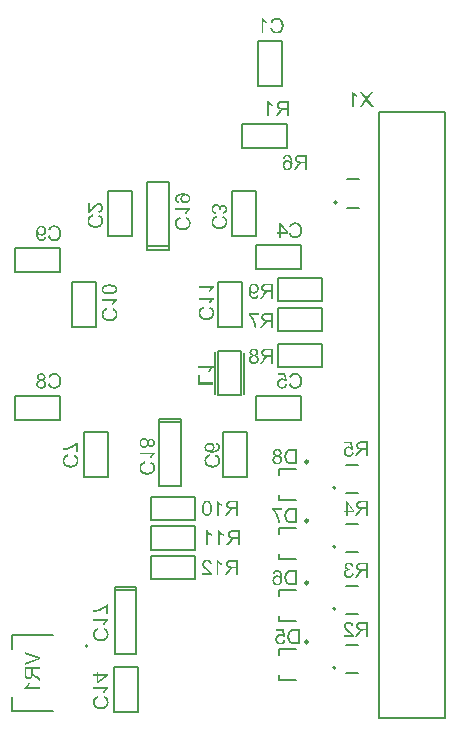
<source format=gbo>
G04*
G04 #@! TF.GenerationSoftware,Altium Limited,Altium Designer,19.1.9 (167)*
G04*
G04 Layer_Color=32896*
%FSLAX44Y44*%
%MOMM*%
G71*
G01*
G75*
%ADD12C,0.2500*%
%ADD14C,0.2000*%
%ADD72C,0.1270*%
G36*
X199435Y301638D02*
X199120Y301453D01*
X198824Y301249D01*
X198527Y301009D01*
X198268Y300786D01*
X198046Y300564D01*
X197861Y300398D01*
X197805Y300324D01*
X197750Y300268D01*
X197731Y300250D01*
X197712Y300231D01*
X197398Y299842D01*
X197101Y299453D01*
X196842Y299083D01*
X196639Y298713D01*
X196453Y298398D01*
X196379Y298268D01*
X196324Y298157D01*
X196268Y298064D01*
X196250Y297990D01*
X196213Y297953D01*
Y297935D01*
X194694D01*
X194805Y298213D01*
X194935Y298490D01*
X195065Y298768D01*
X195194Y299027D01*
X195305Y299250D01*
X195398Y299435D01*
X195472Y299546D01*
X195490Y299564D01*
Y299583D01*
X195694Y299916D01*
X195898Y300212D01*
X196083Y300472D01*
X196250Y300675D01*
X196379Y300861D01*
X196490Y300972D01*
X196565Y301064D01*
X196583Y301083D01*
X186565D01*
Y302657D01*
X199435D01*
Y301638D01*
D02*
G37*
G36*
X188084Y289047D02*
X199379D01*
Y287343D01*
X186565D01*
Y295361D01*
X188084D01*
Y289047D01*
D02*
G37*
G36*
X194121Y138916D02*
X194436Y138897D01*
X194732Y138842D01*
X195010Y138786D01*
X195270Y138712D01*
X195510Y138638D01*
X195732Y138546D01*
X195936Y138453D01*
X196121Y138361D01*
X196269Y138268D01*
X196399Y138194D01*
X196510Y138120D01*
X196603Y138064D01*
X196658Y138009D01*
X196695Y137990D01*
X196714Y137972D01*
X196899Y137787D01*
X197066Y137583D01*
X197232Y137361D01*
X197362Y137138D01*
X197584Y136694D01*
X197732Y136250D01*
X197788Y136046D01*
X197843Y135842D01*
X197880Y135676D01*
X197917Y135527D01*
X197936Y135398D01*
Y135305D01*
X197954Y135250D01*
Y135231D01*
X196343Y135065D01*
X196306Y135490D01*
X196232Y135861D01*
X196121Y136194D01*
X195992Y136453D01*
X195881Y136676D01*
X195770Y136824D01*
X195695Y136916D01*
X195658Y136953D01*
X195381Y137175D01*
X195084Y137342D01*
X194770Y137472D01*
X194492Y137546D01*
X194233Y137601D01*
X194010Y137620D01*
X193936Y137638D01*
X193825D01*
X193436Y137620D01*
X193085Y137546D01*
X192788Y137435D01*
X192529Y137324D01*
X192325Y137194D01*
X192196Y137101D01*
X192103Y137027D01*
X192066Y136990D01*
X191844Y136731D01*
X191677Y136472D01*
X191548Y136213D01*
X191474Y135953D01*
X191418Y135750D01*
X191399Y135564D01*
X191381Y135453D01*
Y135435D01*
Y135416D01*
X191418Y135083D01*
X191492Y134731D01*
X191622Y134417D01*
X191751Y134120D01*
X191900Y133879D01*
X192029Y133676D01*
X192066Y133602D01*
X192103Y133546D01*
X192140Y133528D01*
Y133509D01*
X192288Y133306D01*
X192474Y133102D01*
X192677Y132880D01*
X192899Y132657D01*
X193362Y132213D01*
X193825Y131769D01*
X194066Y131565D01*
X194270Y131380D01*
X194473Y131213D01*
X194640Y131065D01*
X194770Y130954D01*
X194881Y130861D01*
X194955Y130806D01*
X194973Y130787D01*
X195436Y130398D01*
X195862Y130028D01*
X196214Y129695D01*
X196492Y129417D01*
X196732Y129176D01*
X196899Y129010D01*
X196992Y128898D01*
X197029Y128880D01*
Y128862D01*
X197288Y128547D01*
X197491Y128250D01*
X197677Y127954D01*
X197825Y127695D01*
X197936Y127473D01*
X198010Y127306D01*
X198047Y127195D01*
X198065Y127177D01*
Y127158D01*
X198140Y126954D01*
X198177Y126769D01*
X198214Y126584D01*
X198232Y126417D01*
X198251Y126269D01*
Y126158D01*
Y126084D01*
Y126066D01*
X189752D01*
Y127584D01*
X196066D01*
X195844Y127899D01*
X195732Y128028D01*
X195640Y128158D01*
X195547Y128269D01*
X195473Y128343D01*
X195418Y128399D01*
X195399Y128417D01*
X195306Y128510D01*
X195195Y128602D01*
X194936Y128843D01*
X194640Y129121D01*
X194325Y129398D01*
X194029Y129639D01*
X193899Y129750D01*
X193788Y129861D01*
X193696Y129936D01*
X193622Y129991D01*
X193584Y130028D01*
X193566Y130047D01*
X193270Y130306D01*
X192973Y130547D01*
X192714Y130787D01*
X192474Y130991D01*
X192251Y131195D01*
X192066Y131380D01*
X191881Y131546D01*
X191733Y131694D01*
X191585Y131843D01*
X191474Y131954D01*
X191381Y132046D01*
X191288Y132139D01*
X191196Y132250D01*
X191159Y132287D01*
X190900Y132602D01*
X190677Y132880D01*
X190492Y133157D01*
X190344Y133379D01*
X190233Y133583D01*
X190159Y133731D01*
X190122Y133824D01*
X190103Y133861D01*
X189992Y134139D01*
X189918Y134417D01*
X189844Y134676D01*
X189807Y134898D01*
X189789Y135102D01*
X189770Y135250D01*
Y135342D01*
Y135379D01*
X189789Y135657D01*
X189826Y135916D01*
X189863Y136175D01*
X189937Y136398D01*
X190122Y136842D01*
X190307Y137194D01*
X190418Y137361D01*
X190511Y137490D01*
X190603Y137620D01*
X190696Y137712D01*
X190770Y137787D01*
X190807Y137861D01*
X190844Y137879D01*
X190863Y137898D01*
X191066Y138083D01*
X191288Y138249D01*
X191529Y138379D01*
X191770Y138490D01*
X192251Y138675D01*
X192733Y138805D01*
X192936Y138842D01*
X193140Y138879D01*
X193325Y138897D01*
X193473Y138916D01*
X193603Y138934D01*
X193788D01*
X194121Y138916D01*
D02*
G37*
G36*
X203269Y138620D02*
X203472Y138323D01*
X203713Y138027D01*
X203935Y137768D01*
X204158Y137546D01*
X204324Y137361D01*
X204398Y137305D01*
X204454Y137249D01*
X204472Y137231D01*
X204491Y137212D01*
X204880Y136898D01*
X205268Y136601D01*
X205639Y136342D01*
X206009Y136138D01*
X206324Y135953D01*
X206453Y135879D01*
X206565Y135824D01*
X206657Y135768D01*
X206731Y135750D01*
X206768Y135713D01*
X206787D01*
Y134194D01*
X206509Y134305D01*
X206231Y134435D01*
X205954Y134565D01*
X205694Y134694D01*
X205472Y134805D01*
X205287Y134898D01*
X205176Y134972D01*
X205157Y134991D01*
X205139D01*
X204806Y135194D01*
X204509Y135398D01*
X204250Y135583D01*
X204046Y135750D01*
X203861Y135879D01*
X203750Y135990D01*
X203657Y136064D01*
X203639Y136083D01*
Y126066D01*
X202065D01*
Y138934D01*
X203083D01*
X203269Y138620D01*
D02*
G37*
G36*
X220248Y126066D02*
X218545D01*
Y131750D01*
X216360D01*
X216156Y131732D01*
X216008D01*
X215879Y131713D01*
X215786Y131694D01*
X215712D01*
X215675Y131676D01*
X215656D01*
X215360Y131583D01*
X215230Y131528D01*
X215119Y131472D01*
X215008Y131417D01*
X214934Y131380D01*
X214897Y131361D01*
X214879Y131343D01*
X214730Y131232D01*
X214582Y131102D01*
X214305Y130824D01*
X214175Y130695D01*
X214082Y130583D01*
X214027Y130510D01*
X214008Y130491D01*
X213823Y130232D01*
X213619Y129954D01*
X213416Y129658D01*
X213212Y129380D01*
X213045Y129121D01*
X212916Y128917D01*
X212860Y128843D01*
X212823Y128787D01*
X212786Y128750D01*
Y128732D01*
X211101Y126066D01*
X208990D01*
X211194Y129547D01*
X211453Y129917D01*
X211694Y130250D01*
X211935Y130528D01*
X212138Y130787D01*
X212323Y130972D01*
X212471Y131121D01*
X212564Y131213D01*
X212601Y131250D01*
X212749Y131361D01*
X212916Y131491D01*
X213249Y131694D01*
X213397Y131769D01*
X213508Y131843D01*
X213582Y131880D01*
X213619Y131898D01*
X213286Y131954D01*
X212971Y132009D01*
X212694Y132102D01*
X212416Y132176D01*
X212175Y132268D01*
X211953Y132380D01*
X211749Y132472D01*
X211564Y132565D01*
X211416Y132676D01*
X211268Y132768D01*
X211157Y132843D01*
X211064Y132917D01*
X210990Y132972D01*
X210935Y133028D01*
X210916Y133046D01*
X210898Y133065D01*
X210749Y133250D01*
X210601Y133435D01*
X210379Y133824D01*
X210231Y134213D01*
X210120Y134583D01*
X210046Y134898D01*
X210027Y135028D01*
Y135157D01*
X210009Y135250D01*
Y135324D01*
Y135361D01*
Y135379D01*
X210027Y135768D01*
X210083Y136120D01*
X210175Y136453D01*
X210268Y136731D01*
X210379Y136972D01*
X210453Y137157D01*
X210527Y137268D01*
X210546Y137287D01*
Y137305D01*
X210768Y137601D01*
X210990Y137861D01*
X211231Y138083D01*
X211453Y138249D01*
X211657Y138379D01*
X211823Y138453D01*
X211935Y138509D01*
X211953Y138527D01*
X211971D01*
X212138Y138583D01*
X212342Y138638D01*
X212749Y138731D01*
X213194Y138786D01*
X213601Y138842D01*
X213990Y138861D01*
X214156D01*
X214305Y138879D01*
X220248D01*
Y126066D01*
D02*
G37*
G36*
X204593Y163620D02*
X204797Y163323D01*
X205037Y163027D01*
X205259Y162768D01*
X205482Y162546D01*
X205648Y162361D01*
X205722Y162305D01*
X205778Y162250D01*
X205797Y162231D01*
X205815Y162213D01*
X206204Y161898D01*
X206593Y161601D01*
X206963Y161342D01*
X207333Y161138D01*
X207648Y160953D01*
X207778Y160879D01*
X207889Y160824D01*
X207981Y160768D01*
X208055Y160750D01*
X208092Y160713D01*
X208111D01*
Y159194D01*
X207833Y159305D01*
X207556Y159435D01*
X207278Y159565D01*
X207019Y159694D01*
X206796Y159805D01*
X206611Y159898D01*
X206500Y159972D01*
X206482Y159991D01*
X206463D01*
X206130Y160194D01*
X205833Y160398D01*
X205574Y160583D01*
X205371Y160750D01*
X205185Y160879D01*
X205074Y160990D01*
X204982Y161064D01*
X204963Y161083D01*
Y151066D01*
X203389D01*
Y163934D01*
X204408D01*
X204593Y163620D01*
D02*
G37*
G36*
X194631D02*
X194835Y163323D01*
X195075Y163027D01*
X195298Y162768D01*
X195520Y162546D01*
X195686Y162361D01*
X195760Y162305D01*
X195816Y162250D01*
X195835Y162231D01*
X195853Y162213D01*
X196242Y161898D01*
X196631Y161601D01*
X197001Y161342D01*
X197371Y161138D01*
X197686Y160953D01*
X197816Y160879D01*
X197927Y160824D01*
X198020Y160768D01*
X198094Y160750D01*
X198131Y160713D01*
X198149D01*
Y159194D01*
X197871Y159305D01*
X197594Y159435D01*
X197316Y159565D01*
X197057Y159694D01*
X196834Y159805D01*
X196649Y159898D01*
X196538Y159972D01*
X196520Y159991D01*
X196501D01*
X196168Y160194D01*
X195872Y160398D01*
X195612Y160583D01*
X195409Y160750D01*
X195224Y160879D01*
X195112Y160990D01*
X195020Y161064D01*
X195001Y161083D01*
Y151066D01*
X193427D01*
Y163934D01*
X194446D01*
X194631Y163620D01*
D02*
G37*
G36*
X221573Y151066D02*
X219869D01*
Y156750D01*
X217684D01*
X217480Y156732D01*
X217332D01*
X217203Y156713D01*
X217110Y156694D01*
X217036D01*
X216999Y156676D01*
X216980D01*
X216684Y156583D01*
X216555Y156528D01*
X216444Y156472D01*
X216332Y156417D01*
X216258Y156380D01*
X216221Y156361D01*
X216203Y156343D01*
X216055Y156232D01*
X215907Y156102D01*
X215629Y155824D01*
X215499Y155695D01*
X215407Y155583D01*
X215351Y155510D01*
X215333Y155491D01*
X215147Y155232D01*
X214944Y154954D01*
X214740Y154658D01*
X214536Y154380D01*
X214370Y154121D01*
X214240Y153917D01*
X214184Y153843D01*
X214147Y153787D01*
X214110Y153750D01*
Y153732D01*
X212425Y151066D01*
X210315D01*
X212518Y154547D01*
X212777Y154917D01*
X213018Y155250D01*
X213259Y155528D01*
X213462Y155787D01*
X213647Y155972D01*
X213796Y156121D01*
X213888Y156213D01*
X213925Y156250D01*
X214073Y156361D01*
X214240Y156491D01*
X214573Y156694D01*
X214722Y156769D01*
X214833Y156843D01*
X214907Y156880D01*
X214944Y156898D01*
X214610Y156954D01*
X214296Y157009D01*
X214018Y157102D01*
X213740Y157176D01*
X213499Y157268D01*
X213277Y157380D01*
X213074Y157472D01*
X212888Y157565D01*
X212740Y157676D01*
X212592Y157768D01*
X212481Y157843D01*
X212388Y157917D01*
X212314Y157972D01*
X212259Y158028D01*
X212240Y158046D01*
X212222Y158065D01*
X212074Y158250D01*
X211926Y158435D01*
X211703Y158824D01*
X211555Y159213D01*
X211444Y159583D01*
X211370Y159898D01*
X211351Y160028D01*
Y160157D01*
X211333Y160250D01*
Y160324D01*
Y160361D01*
Y160379D01*
X211351Y160768D01*
X211407Y161120D01*
X211500Y161453D01*
X211592Y161731D01*
X211703Y161972D01*
X211777Y162157D01*
X211851Y162268D01*
X211870Y162286D01*
Y162305D01*
X212092Y162601D01*
X212314Y162861D01*
X212555Y163083D01*
X212777Y163249D01*
X212981Y163379D01*
X213148Y163453D01*
X213259Y163509D01*
X213277Y163527D01*
X213296D01*
X213462Y163583D01*
X213666Y163638D01*
X214073Y163731D01*
X214518Y163786D01*
X214925Y163842D01*
X215314Y163860D01*
X215481D01*
X215629Y163879D01*
X221573D01*
Y151066D01*
D02*
G37*
G36*
X203315Y188731D02*
X203519Y188435D01*
X203759Y188138D01*
X203982Y187879D01*
X204204Y187657D01*
X204370Y187472D01*
X204445Y187416D01*
X204500Y187361D01*
X204519Y187342D01*
X204537Y187324D01*
X204926Y187009D01*
X205315Y186712D01*
X205685Y186453D01*
X206055Y186250D01*
X206370Y186064D01*
X206500Y185990D01*
X206611Y185935D01*
X206703Y185879D01*
X206778Y185861D01*
X206815Y185824D01*
X206833D01*
Y184305D01*
X206555Y184417D01*
X206278Y184546D01*
X206000Y184676D01*
X205741Y184805D01*
X205518Y184916D01*
X205333Y185009D01*
X205222Y185083D01*
X205204Y185102D01*
X205185D01*
X204852Y185305D01*
X204556Y185509D01*
X204296Y185694D01*
X204093Y185861D01*
X203908Y185990D01*
X203796Y186101D01*
X203704Y186175D01*
X203685Y186194D01*
Y176177D01*
X202111D01*
Y189046D01*
X203130D01*
X203315Y188731D01*
D02*
G37*
G36*
X220295Y176177D02*
X218591D01*
Y181861D01*
X216406D01*
X216203Y181843D01*
X216054D01*
X215925Y181824D01*
X215832Y181806D01*
X215758D01*
X215721Y181787D01*
X215703D01*
X215406Y181695D01*
X215277Y181639D01*
X215166Y181583D01*
X215054Y181528D01*
X214980Y181491D01*
X214943Y181472D01*
X214925Y181454D01*
X214777Y181343D01*
X214629Y181213D01*
X214351Y180935D01*
X214221Y180806D01*
X214129Y180695D01*
X214073Y180621D01*
X214055Y180602D01*
X213869Y180343D01*
X213666Y180065D01*
X213462Y179769D01*
X213258Y179491D01*
X213092Y179232D01*
X212962Y179028D01*
X212907Y178954D01*
X212870Y178899D01*
X212833Y178862D01*
Y178843D01*
X211147Y176177D01*
X209037D01*
X211240Y179658D01*
X211499Y180028D01*
X211740Y180361D01*
X211981Y180639D01*
X212184Y180898D01*
X212370Y181084D01*
X212518Y181232D01*
X212610Y181324D01*
X212647Y181361D01*
X212796Y181472D01*
X212962Y181602D01*
X213295Y181806D01*
X213444Y181880D01*
X213555Y181954D01*
X213629Y181991D01*
X213666Y182009D01*
X213333Y182065D01*
X213018Y182120D01*
X212740Y182213D01*
X212462Y182287D01*
X212222Y182380D01*
X211999Y182491D01*
X211796Y182583D01*
X211610Y182676D01*
X211462Y182787D01*
X211314Y182880D01*
X211203Y182954D01*
X211110Y183028D01*
X211036Y183083D01*
X210981Y183139D01*
X210962Y183157D01*
X210944Y183176D01*
X210796Y183361D01*
X210648Y183546D01*
X210425Y183935D01*
X210277Y184324D01*
X210166Y184694D01*
X210092Y185009D01*
X210074Y185139D01*
Y185268D01*
X210055Y185361D01*
Y185435D01*
Y185472D01*
Y185490D01*
X210074Y185879D01*
X210129Y186231D01*
X210222Y186564D01*
X210314Y186842D01*
X210425Y187083D01*
X210499Y187268D01*
X210574Y187379D01*
X210592Y187398D01*
Y187416D01*
X210814Y187712D01*
X211036Y187972D01*
X211277Y188194D01*
X211499Y188361D01*
X211703Y188490D01*
X211870Y188564D01*
X211981Y188620D01*
X211999Y188638D01*
X212018D01*
X212184Y188694D01*
X212388Y188749D01*
X212796Y188842D01*
X213240Y188897D01*
X213647Y188953D01*
X214036Y188972D01*
X214203D01*
X214351Y188990D01*
X220295D01*
Y176177D01*
D02*
G37*
G36*
X194390Y189009D02*
X194853Y188934D01*
X195242Y188805D01*
X195575Y188675D01*
X195853Y188527D01*
X195964Y188472D01*
X196056Y188398D01*
X196131Y188361D01*
X196186Y188323D01*
X196205Y188286D01*
X196223D01*
X196556Y187990D01*
X196834Y187638D01*
X197075Y187286D01*
X197260Y186953D01*
X197408Y186639D01*
X197482Y186509D01*
X197519Y186379D01*
X197556Y186287D01*
X197593Y186213D01*
X197612Y186175D01*
Y186157D01*
X197686Y185879D01*
X197760Y185602D01*
X197871Y184991D01*
X197964Y184379D01*
X198019Y183805D01*
X198038Y183528D01*
X198056Y183287D01*
Y183065D01*
X198075Y182861D01*
Y182713D01*
Y182583D01*
Y182509D01*
Y182491D01*
X198056Y181843D01*
X198019Y181232D01*
X197964Y180676D01*
X197871Y180158D01*
X197778Y179676D01*
X197667Y179250D01*
X197556Y178862D01*
X197445Y178528D01*
X197334Y178232D01*
X197204Y177973D01*
X197112Y177750D01*
X197019Y177584D01*
X196927Y177436D01*
X196871Y177343D01*
X196834Y177288D01*
X196816Y177269D01*
X196612Y177047D01*
X196390Y176843D01*
X196149Y176658D01*
X195908Y176510D01*
X195668Y176380D01*
X195427Y176269D01*
X195186Y176195D01*
X194964Y176121D01*
X194742Y176066D01*
X194538Y176028D01*
X194353Y175991D01*
X194205Y175973D01*
X194075Y175954D01*
X193890D01*
X193390Y175991D01*
X192927Y176066D01*
X192538Y176195D01*
X192205Y176325D01*
X191927Y176454D01*
X191835Y176528D01*
X191742Y176584D01*
X191668Y176621D01*
X191612Y176658D01*
X191594Y176695D01*
X191576D01*
X191242Y177010D01*
X190964Y177343D01*
X190724Y177714D01*
X190539Y178047D01*
X190390Y178361D01*
X190316Y178491D01*
X190279Y178621D01*
X190242Y178713D01*
X190205Y178787D01*
X190187Y178825D01*
Y178843D01*
X190094Y179121D01*
X190020Y179398D01*
X189909Y179991D01*
X189816Y180602D01*
X189761Y181195D01*
X189742Y181454D01*
X189724Y181695D01*
Y181917D01*
X189705Y182120D01*
Y182269D01*
Y182398D01*
Y182472D01*
Y182491D01*
Y182843D01*
X189724Y183176D01*
Y183472D01*
X189742Y183768D01*
X189779Y184028D01*
X189798Y184287D01*
X189816Y184509D01*
X189853Y184713D01*
X189872Y184898D01*
X189909Y185065D01*
X189928Y185194D01*
X189946Y185305D01*
X189965Y185398D01*
X189983Y185453D01*
X190002Y185490D01*
Y185509D01*
X190113Y185916D01*
X190242Y186287D01*
X190390Y186601D01*
X190501Y186879D01*
X190631Y187120D01*
X190705Y187286D01*
X190779Y187379D01*
X190798Y187416D01*
X191001Y187694D01*
X191205Y187935D01*
X191427Y188138D01*
X191631Y188323D01*
X191816Y188453D01*
X191964Y188546D01*
X192057Y188601D01*
X192075Y188620D01*
X192094D01*
X192390Y188768D01*
X192705Y188860D01*
X193001Y188934D01*
X193279Y188990D01*
X193520Y189027D01*
X193723Y189046D01*
X193890D01*
X194390Y189009D01*
D02*
G37*
G36*
X174499Y449145D02*
X174870Y449108D01*
X175221Y449071D01*
X175536Y449034D01*
X175832Y448997D01*
X176110Y448941D01*
X176351Y448886D01*
X176555Y448830D01*
X176740Y448793D01*
X176906Y448738D01*
X177036Y448700D01*
X177129Y448663D01*
X177203Y448627D01*
X177240Y448608D01*
X177258D01*
X177703Y448386D01*
X178091Y448145D01*
X178425Y447867D01*
X178703Y447627D01*
X178906Y447386D01*
X179054Y447201D01*
X179110Y447127D01*
X179147Y447071D01*
X179184Y447052D01*
Y447034D01*
X179406Y446645D01*
X179573Y446256D01*
X179702Y445868D01*
X179776Y445516D01*
X179832Y445201D01*
X179851Y445071D01*
Y444979D01*
X179869Y444886D01*
Y444757D01*
X179851Y444442D01*
X179813Y444145D01*
X179758Y443849D01*
X179684Y443590D01*
X179480Y443090D01*
X179388Y442868D01*
X179277Y442683D01*
X179147Y442497D01*
X179054Y442349D01*
X178943Y442201D01*
X178851Y442090D01*
X178777Y441997D01*
X178721Y441942D01*
X178684Y441905D01*
X178666Y441886D01*
X178443Y441683D01*
X178184Y441516D01*
X177943Y441349D01*
X177684Y441220D01*
X177406Y441109D01*
X177147Y441016D01*
X176666Y440886D01*
X176425Y440831D01*
X176221Y440794D01*
X176018Y440775D01*
X175851Y440757D01*
X175721Y440738D01*
X175629D01*
X175555D01*
X175536D01*
X175184Y440757D01*
X174870Y440794D01*
X174555Y440831D01*
X174258Y440905D01*
X173999Y440998D01*
X173740Y441090D01*
X173518Y441183D01*
X173314Y441294D01*
X173129Y441386D01*
X172962Y441479D01*
X172833Y441572D01*
X172703Y441664D01*
X172610Y441738D01*
X172555Y441775D01*
X172518Y441812D01*
X172499Y441831D01*
X172296Y442034D01*
X172129Y442257D01*
X171962Y442479D01*
X171833Y442720D01*
X171722Y442942D01*
X171629Y443164D01*
X171500Y443590D01*
X171444Y443775D01*
X171407Y443960D01*
X171388Y444108D01*
X171370Y444257D01*
X171351Y444368D01*
Y444516D01*
X171370Y444868D01*
X171425Y445201D01*
X171500Y445497D01*
X171592Y445775D01*
X171666Y445979D01*
X171740Y446145D01*
X171796Y446256D01*
X171814Y446293D01*
X171999Y446590D01*
X172203Y446849D01*
X172407Y447071D01*
X172592Y447256D01*
X172777Y447386D01*
X172907Y447497D01*
X172999Y447571D01*
X173036Y447589D01*
X172888D01*
X172796D01*
X172740D01*
X172722D01*
X172351Y447571D01*
X171999Y447552D01*
X171685Y447515D01*
X171388Y447478D01*
X171148Y447423D01*
X170963Y447386D01*
X170889Y447367D01*
X170833D01*
X170814Y447349D01*
X170796D01*
X170463Y447256D01*
X170166Y447164D01*
X169907Y447071D01*
X169685Y446978D01*
X169518Y446904D01*
X169389Y446830D01*
X169296Y446793D01*
X169277Y446775D01*
X169074Y446627D01*
X168907Y446479D01*
X168759Y446330D01*
X168629Y446182D01*
X168518Y446071D01*
X168444Y445960D01*
X168407Y445886D01*
X168389Y445868D01*
X168278Y445664D01*
X168204Y445442D01*
X168148Y445238D01*
X168111Y445034D01*
X168092Y444868D01*
X168074Y444738D01*
Y444608D01*
X168092Y444312D01*
X168148Y444034D01*
X168222Y443794D01*
X168315Y443590D01*
X168389Y443442D01*
X168463Y443312D01*
X168518Y443238D01*
X168537Y443220D01*
X168741Y443034D01*
X168981Y442886D01*
X169240Y442757D01*
X169500Y442664D01*
X169722Y442590D01*
X169926Y442534D01*
X170000Y442516D01*
X170037D01*
X170074Y442497D01*
X170092D01*
X169963Y440979D01*
X169426Y441090D01*
X168963Y441238D01*
X168555Y441423D01*
X168222Y441609D01*
X167963Y441794D01*
X167852Y441886D01*
X167759Y441960D01*
X167704Y442016D01*
X167648Y442072D01*
X167630Y442090D01*
X167611Y442109D01*
X167463Y442294D01*
X167333Y442497D01*
X167130Y442905D01*
X166982Y443312D01*
X166889Y443701D01*
X166815Y444053D01*
X166796Y444201D01*
Y444331D01*
X166778Y444423D01*
Y444571D01*
X166815Y445090D01*
X166889Y445553D01*
X167019Y445979D01*
X167167Y446330D01*
X167222Y446479D01*
X167296Y446627D01*
X167370Y446738D01*
X167426Y446849D01*
X167463Y446923D01*
X167500Y446978D01*
X167537Y447015D01*
Y447034D01*
X167852Y447404D01*
X168204Y447738D01*
X168574Y447997D01*
X168926Y448219D01*
X169240Y448404D01*
X169389Y448478D01*
X169500Y448534D01*
X169611Y448571D01*
X169685Y448608D01*
X169722Y448627D01*
X169741D01*
X170018Y448719D01*
X170333Y448812D01*
X170963Y448941D01*
X171629Y449034D01*
X172259Y449089D01*
X172537Y449126D01*
X172814Y449145D01*
X173055D01*
X173259Y449163D01*
X173425D01*
X173555D01*
X173647D01*
X173666D01*
X174092D01*
X174499Y449145D01*
D02*
G37*
G36*
X179869Y435683D02*
X179554Y435498D01*
X179258Y435294D01*
X178962Y435054D01*
X178703Y434832D01*
X178480Y434609D01*
X178295Y434443D01*
X178240Y434369D01*
X178184Y434313D01*
X178165Y434295D01*
X178147Y434276D01*
X177832Y433887D01*
X177536Y433498D01*
X177277Y433128D01*
X177073Y432758D01*
X176888Y432443D01*
X176814Y432313D01*
X176758Y432202D01*
X176703Y432110D01*
X176684Y432036D01*
X176647Y431999D01*
Y431980D01*
X175129D01*
X175240Y432258D01*
X175369Y432536D01*
X175499Y432813D01*
X175629Y433073D01*
X175740Y433295D01*
X175832Y433480D01*
X175907Y433591D01*
X175925Y433610D01*
Y433628D01*
X176129Y433961D01*
X176332Y434258D01*
X176518Y434517D01*
X176684Y434720D01*
X176814Y434906D01*
X176925Y435017D01*
X176999Y435109D01*
X177017Y435128D01*
X167000D01*
Y436702D01*
X179869D01*
Y435683D01*
D02*
G37*
G36*
X171481Y427629D02*
X171185Y427555D01*
X170907Y427462D01*
X170648Y427369D01*
X170407Y427277D01*
X170185Y427166D01*
X170000Y427055D01*
X169814Y426925D01*
X169648Y426814D01*
X169500Y426721D01*
X169389Y426610D01*
X169277Y426518D01*
X169185Y426444D01*
X169129Y426370D01*
X169074Y426314D01*
X169055Y426295D01*
X169037Y426277D01*
X168889Y426092D01*
X168778Y425888D01*
X168574Y425481D01*
X168426Y425092D01*
X168333Y424703D01*
X168259Y424370D01*
X168241Y424240D01*
Y424110D01*
X168222Y423999D01*
Y423870D01*
X168241Y423444D01*
X168315Y423036D01*
X168407Y422666D01*
X168518Y422333D01*
X168629Y422074D01*
X168685Y421963D01*
X168722Y421870D01*
X168759Y421796D01*
X168796Y421740D01*
X168815Y421703D01*
Y421685D01*
X169074Y421333D01*
X169352Y421037D01*
X169666Y420778D01*
X169963Y420574D01*
X170222Y420407D01*
X170444Y420296D01*
X170537Y420259D01*
X170592Y420222D01*
X170629Y420204D01*
X170648D01*
X171129Y420055D01*
X171611Y419944D01*
X172092Y419852D01*
X172537Y419796D01*
X172740Y419778D01*
X172925Y419759D01*
X173092D01*
X173222Y419741D01*
X173333D01*
X173425D01*
X173481D01*
X173499D01*
X173981Y419759D01*
X174425Y419796D01*
X174832Y419870D01*
X175203Y419944D01*
X175518Y420000D01*
X175647Y420037D01*
X175758Y420074D01*
X175851Y420092D01*
X175907Y420111D01*
X175944Y420129D01*
X175962D01*
X176388Y420315D01*
X176777Y420518D01*
X177092Y420741D01*
X177369Y420981D01*
X177591Y421185D01*
X177740Y421352D01*
X177832Y421481D01*
X177869Y421500D01*
Y421518D01*
X178110Y421907D01*
X178295Y422333D01*
X178425Y422740D01*
X178499Y423129D01*
X178554Y423481D01*
X178573Y423629D01*
Y423759D01*
X178591Y423851D01*
Y423999D01*
X178573Y424462D01*
X178499Y424888D01*
X178388Y425240D01*
X178277Y425555D01*
X178147Y425796D01*
X178054Y425981D01*
X177980Y426092D01*
X177943Y426129D01*
X177666Y426425D01*
X177351Y426703D01*
X177017Y426925D01*
X176684Y427110D01*
X176388Y427258D01*
X176240Y427314D01*
X176129Y427351D01*
X176036Y427388D01*
X175962Y427425D01*
X175925Y427444D01*
X175907D01*
X176295Y429110D01*
X176629Y428999D01*
X176925Y428888D01*
X177203Y428740D01*
X177480Y428610D01*
X177721Y428462D01*
X177943Y428295D01*
X178165Y428147D01*
X178351Y427999D01*
X178499Y427851D01*
X178647Y427721D01*
X178777Y427592D01*
X178869Y427499D01*
X178962Y427406D01*
X179017Y427332D01*
X179036Y427295D01*
X179054Y427277D01*
X179221Y427018D01*
X179388Y426758D01*
X179517Y426499D01*
X179628Y426221D01*
X179795Y425666D01*
X179906Y425166D01*
X179962Y424925D01*
X179980Y424721D01*
X179999Y424518D01*
X180017Y424351D01*
X180036Y424222D01*
Y424036D01*
X179999Y423425D01*
X179906Y422833D01*
X179795Y422314D01*
X179721Y422074D01*
X179647Y421852D01*
X179573Y421648D01*
X179499Y421463D01*
X179443Y421315D01*
X179388Y421166D01*
X179332Y421074D01*
X179295Y421000D01*
X179277Y420944D01*
X179258Y420926D01*
X178943Y420426D01*
X178573Y420000D01*
X178202Y419630D01*
X177832Y419315D01*
X177499Y419074D01*
X177351Y418981D01*
X177221Y418907D01*
X177129Y418833D01*
X177055Y418796D01*
X176999Y418778D01*
X176980Y418759D01*
X176406Y418500D01*
X175814Y418315D01*
X175221Y418185D01*
X174684Y418093D01*
X174444Y418056D01*
X174203Y418037D01*
X174018Y418018D01*
X173833D01*
X173703Y418000D01*
X173592D01*
X173518D01*
X173499D01*
X172833Y418037D01*
X172185Y418111D01*
X171611Y418204D01*
X171333Y418278D01*
X171092Y418333D01*
X170870Y418389D01*
X170666Y418463D01*
X170481Y418518D01*
X170333Y418555D01*
X170222Y418611D01*
X170129Y418630D01*
X170074Y418667D01*
X170055D01*
X169500Y418944D01*
X169000Y419259D01*
X168574Y419592D01*
X168407Y419759D01*
X168241Y419907D01*
X168092Y420055D01*
X167963Y420204D01*
X167852Y420333D01*
X167778Y420444D01*
X167704Y420518D01*
X167648Y420592D01*
X167630Y420629D01*
X167611Y420648D01*
X167463Y420907D01*
X167333Y421166D01*
X167130Y421722D01*
X166982Y422277D01*
X166889Y422814D01*
X166852Y423074D01*
X166815Y423296D01*
X166796Y423499D01*
Y423666D01*
X166778Y423814D01*
Y424018D01*
X166796Y424388D01*
X166833Y424740D01*
X166870Y425073D01*
X166944Y425388D01*
X167037Y425684D01*
X167130Y425962D01*
X167222Y426221D01*
X167333Y426462D01*
X167426Y426666D01*
X167519Y426870D01*
X167611Y427018D01*
X167704Y427166D01*
X167778Y427258D01*
X167815Y427351D01*
X167852Y427388D01*
X167870Y427406D01*
X168092Y427666D01*
X168315Y427888D01*
X168574Y428092D01*
X168833Y428295D01*
X169352Y428629D01*
X169870Y428888D01*
X170111Y428999D01*
X170333Y429091D01*
X170537Y429165D01*
X170703Y429221D01*
X170851Y429277D01*
X170963Y429314D01*
X171037Y429332D01*
X171055D01*
X171481Y427629D01*
D02*
G37*
G36*
X141074Y242145D02*
X141462Y242071D01*
X141814Y241960D01*
X142111Y241849D01*
X142351Y241738D01*
X142536Y241626D01*
X142648Y241552D01*
X142666Y241534D01*
X142685D01*
X142981Y241275D01*
X143240Y240997D01*
X143444Y240701D01*
X143629Y240423D01*
X143759Y240164D01*
X143851Y239942D01*
X143888Y239867D01*
X143907Y239812D01*
X143925Y239775D01*
Y239756D01*
X144073Y240090D01*
X144240Y240367D01*
X144407Y240608D01*
X144573Y240812D01*
X144721Y240960D01*
X144832Y241071D01*
X144907Y241145D01*
X144944Y241164D01*
X145203Y241330D01*
X145462Y241441D01*
X145721Y241534D01*
X145981Y241589D01*
X146184Y241626D01*
X146351Y241645D01*
X146462D01*
X146481D01*
X146499D01*
X146758Y241626D01*
X146999Y241608D01*
X147462Y241478D01*
X147869Y241312D01*
X148221Y241126D01*
X148499Y240941D01*
X148610Y240849D01*
X148721Y240775D01*
X148795Y240701D01*
X148851Y240645D01*
X148869Y240627D01*
X148888Y240608D01*
X149054Y240404D01*
X149221Y240201D01*
X149351Y239979D01*
X149462Y239756D01*
X149628Y239312D01*
X149739Y238867D01*
X149795Y238682D01*
X149813Y238497D01*
X149832Y238330D01*
X149851Y238182D01*
X149869Y238071D01*
Y237905D01*
X149851Y237608D01*
X149832Y237312D01*
X149721Y236794D01*
X149647Y236553D01*
X149573Y236331D01*
X149480Y236127D01*
X149388Y235942D01*
X149295Y235794D01*
X149202Y235646D01*
X149128Y235516D01*
X149054Y235423D01*
X148999Y235349D01*
X148943Y235294D01*
X148925Y235257D01*
X148906Y235238D01*
X148721Y235072D01*
X148536Y234905D01*
X148332Y234775D01*
X148128Y234664D01*
X147740Y234479D01*
X147369Y234368D01*
X147055Y234294D01*
X146906Y234275D01*
X146795Y234257D01*
X146684Y234238D01*
X146610D01*
X146573D01*
X146555D01*
X146221Y234257D01*
X145906Y234312D01*
X145629Y234387D01*
X145388Y234479D01*
X145203Y234553D01*
X145055Y234627D01*
X144981Y234683D01*
X144944Y234701D01*
X144721Y234905D01*
X144518Y235127D01*
X144333Y235368D01*
X144184Y235609D01*
X144073Y235831D01*
X143999Y235997D01*
X143962Y236071D01*
X143944Y236127D01*
X143925Y236146D01*
Y236164D01*
X143796Y235738D01*
X143629Y235386D01*
X143425Y235072D01*
X143240Y234812D01*
X143055Y234609D01*
X142907Y234461D01*
X142814Y234387D01*
X142796Y234349D01*
X142777D01*
X142444Y234146D01*
X142092Y233979D01*
X141759Y233868D01*
X141426Y233794D01*
X141129Y233757D01*
X141000Y233738D01*
X140889D01*
X140814Y233720D01*
X140740D01*
X140703D01*
X140685D01*
X140388Y233738D01*
X140092Y233775D01*
X139815Y233831D01*
X139537Y233905D01*
X139074Y234090D01*
X138852Y234183D01*
X138666Y234294D01*
X138481Y234405D01*
X138333Y234498D01*
X138204Y234609D01*
X138092Y234683D01*
X138000Y234757D01*
X137944Y234812D01*
X137907Y234849D01*
X137889Y234868D01*
X137685Y235090D01*
X137519Y235331D01*
X137370Y235590D01*
X137241Y235849D01*
X137148Y236090D01*
X137056Y236349D01*
X136926Y236849D01*
X136870Y237071D01*
X136833Y237275D01*
X136815Y237460D01*
X136796Y237627D01*
X136778Y237757D01*
Y237942D01*
X136796Y238293D01*
X136833Y238608D01*
X136889Y238923D01*
X136945Y239219D01*
X137037Y239478D01*
X137130Y239738D01*
X137222Y239979D01*
X137333Y240182D01*
X137444Y240367D01*
X137537Y240534D01*
X137630Y240664D01*
X137722Y240793D01*
X137778Y240886D01*
X137833Y240941D01*
X137870Y240978D01*
X137889Y240997D01*
X138111Y241201D01*
X138333Y241386D01*
X138555Y241534D01*
X138796Y241663D01*
X139018Y241793D01*
X139259Y241886D01*
X139685Y242015D01*
X139889Y242071D01*
X140074Y242108D01*
X140240Y242126D01*
X140370Y242145D01*
X140481Y242163D01*
X140574D01*
X140629D01*
X140648D01*
X141074Y242145D01*
D02*
G37*
G36*
X149869Y228683D02*
X149554Y228498D01*
X149258Y228295D01*
X148962Y228054D01*
X148702Y227832D01*
X148480Y227609D01*
X148295Y227443D01*
X148240Y227369D01*
X148184Y227313D01*
X148166Y227295D01*
X148147Y227276D01*
X147832Y226887D01*
X147536Y226498D01*
X147277Y226128D01*
X147073Y225758D01*
X146888Y225443D01*
X146814Y225313D01*
X146758Y225202D01*
X146703Y225110D01*
X146684Y225036D01*
X146647Y224999D01*
Y224980D01*
X145129D01*
X145240Y225258D01*
X145370Y225536D01*
X145499Y225813D01*
X145629Y226073D01*
X145740Y226295D01*
X145832Y226480D01*
X145906Y226591D01*
X145925Y226609D01*
Y226628D01*
X146129Y226961D01*
X146332Y227258D01*
X146517Y227517D01*
X146684Y227721D01*
X146814Y227906D01*
X146925Y228017D01*
X146999Y228109D01*
X147017Y228128D01*
X137000D01*
Y229702D01*
X149869D01*
Y228683D01*
D02*
G37*
G36*
X141481Y220629D02*
X141185Y220555D01*
X140907Y220462D01*
X140648Y220369D01*
X140407Y220277D01*
X140185Y220166D01*
X140000Y220055D01*
X139815Y219925D01*
X139648Y219814D01*
X139500Y219721D01*
X139389Y219610D01*
X139277Y219518D01*
X139185Y219444D01*
X139129Y219370D01*
X139074Y219314D01*
X139055Y219295D01*
X139037Y219277D01*
X138889Y219092D01*
X138778Y218888D01*
X138574Y218481D01*
X138426Y218092D01*
X138333Y217703D01*
X138259Y217370D01*
X138241Y217240D01*
Y217111D01*
X138222Y216999D01*
Y216870D01*
X138241Y216444D01*
X138315Y216036D01*
X138407Y215666D01*
X138518Y215333D01*
X138630Y215074D01*
X138685Y214963D01*
X138722Y214870D01*
X138759Y214796D01*
X138796Y214740D01*
X138815Y214703D01*
Y214685D01*
X139074Y214333D01*
X139352Y214037D01*
X139666Y213778D01*
X139963Y213574D01*
X140222Y213407D01*
X140444Y213296D01*
X140537Y213259D01*
X140592Y213222D01*
X140629Y213204D01*
X140648D01*
X141129Y213055D01*
X141611Y212944D01*
X142092Y212852D01*
X142536Y212796D01*
X142740Y212778D01*
X142925Y212759D01*
X143092D01*
X143222Y212741D01*
X143333D01*
X143425D01*
X143481D01*
X143499D01*
X143981Y212759D01*
X144425Y212796D01*
X144832Y212870D01*
X145203Y212944D01*
X145518Y213000D01*
X145647Y213037D01*
X145758Y213074D01*
X145851Y213092D01*
X145906Y213111D01*
X145943Y213129D01*
X145962D01*
X146388Y213315D01*
X146777Y213518D01*
X147092Y213741D01*
X147369Y213981D01*
X147591Y214185D01*
X147740Y214352D01*
X147832Y214481D01*
X147869Y214500D01*
Y214518D01*
X148110Y214907D01*
X148295Y215333D01*
X148425Y215740D01*
X148499Y216129D01*
X148554Y216481D01*
X148573Y216629D01*
Y216759D01*
X148591Y216851D01*
Y216999D01*
X148573Y217462D01*
X148499Y217888D01*
X148388Y218240D01*
X148277Y218555D01*
X148147Y218796D01*
X148054Y218981D01*
X147980Y219092D01*
X147943Y219129D01*
X147666Y219425D01*
X147351Y219703D01*
X147017Y219925D01*
X146684Y220110D01*
X146388Y220258D01*
X146240Y220314D01*
X146129Y220351D01*
X146036Y220388D01*
X145962Y220425D01*
X145925Y220443D01*
X145906D01*
X146295Y222110D01*
X146629Y221999D01*
X146925Y221888D01*
X147203Y221740D01*
X147480Y221610D01*
X147721Y221462D01*
X147943Y221295D01*
X148166Y221147D01*
X148351Y220999D01*
X148499Y220851D01*
X148647Y220721D01*
X148777Y220592D01*
X148869Y220499D01*
X148962Y220406D01*
X149017Y220332D01*
X149036Y220295D01*
X149054Y220277D01*
X149221Y220018D01*
X149388Y219758D01*
X149517Y219499D01*
X149628Y219221D01*
X149795Y218666D01*
X149906Y218166D01*
X149962Y217925D01*
X149980Y217722D01*
X149999Y217518D01*
X150017Y217351D01*
X150036Y217222D01*
Y217036D01*
X149999Y216425D01*
X149906Y215833D01*
X149795Y215314D01*
X149721Y215074D01*
X149647Y214851D01*
X149573Y214648D01*
X149499Y214463D01*
X149443Y214314D01*
X149388Y214166D01*
X149332Y214074D01*
X149295Y214000D01*
X149277Y213944D01*
X149258Y213926D01*
X148943Y213426D01*
X148573Y213000D01*
X148202Y212630D01*
X147832Y212315D01*
X147499Y212074D01*
X147351Y211981D01*
X147221Y211907D01*
X147129Y211833D01*
X147055Y211796D01*
X146999Y211778D01*
X146980Y211759D01*
X146406Y211500D01*
X145814Y211315D01*
X145221Y211185D01*
X144684Y211093D01*
X144444Y211056D01*
X144203Y211037D01*
X144018Y211019D01*
X143833D01*
X143703Y211000D01*
X143592D01*
X143518D01*
X143499D01*
X142833Y211037D01*
X142185Y211111D01*
X141611Y211204D01*
X141333Y211278D01*
X141092Y211333D01*
X140870Y211389D01*
X140666Y211463D01*
X140481Y211518D01*
X140333Y211556D01*
X140222Y211611D01*
X140129Y211630D01*
X140074Y211667D01*
X140055D01*
X139500Y211944D01*
X139000Y212259D01*
X138574Y212592D01*
X138407Y212759D01*
X138241Y212907D01*
X138092Y213055D01*
X137963Y213204D01*
X137852Y213333D01*
X137778Y213444D01*
X137704Y213518D01*
X137648Y213592D01*
X137630Y213629D01*
X137611Y213648D01*
X137463Y213907D01*
X137333Y214166D01*
X137130Y214722D01*
X136981Y215277D01*
X136889Y215814D01*
X136852Y216074D01*
X136815Y216296D01*
X136796Y216499D01*
Y216666D01*
X136778Y216814D01*
Y217018D01*
X136796Y217388D01*
X136833Y217740D01*
X136870Y218073D01*
X136945Y218388D01*
X137037Y218684D01*
X137130Y218962D01*
X137222Y219221D01*
X137333Y219462D01*
X137426Y219666D01*
X137519Y219869D01*
X137611Y220018D01*
X137704Y220166D01*
X137778Y220258D01*
X137815Y220351D01*
X137852Y220388D01*
X137870Y220406D01*
X138092Y220666D01*
X138315Y220888D01*
X138574Y221092D01*
X138833Y221295D01*
X139352Y221628D01*
X139870Y221888D01*
X140111Y221999D01*
X140333Y222092D01*
X140537Y222166D01*
X140703Y222221D01*
X140851Y222277D01*
X140963Y222314D01*
X141037Y222332D01*
X141055D01*
X141481Y220629D01*
D02*
G37*
G36*
X110147Y92850D02*
X108629D01*
Y99127D01*
X108091Y98682D01*
X107517Y98256D01*
X106962Y97886D01*
X106425Y97534D01*
X106184Y97386D01*
X105962Y97256D01*
X105758Y97127D01*
X105592Y97034D01*
X105444Y96960D01*
X105351Y96905D01*
X105277Y96868D01*
X105259Y96849D01*
X104518Y96479D01*
X103777Y96145D01*
X103074Y95868D01*
X102759Y95757D01*
X102444Y95646D01*
X102166Y95534D01*
X101907Y95460D01*
X101685Y95386D01*
X101500Y95331D01*
X101333Y95275D01*
X101222Y95238D01*
X101148Y95220D01*
X101129D01*
X100370Y95035D01*
X100000Y94960D01*
X99667Y94905D01*
X99352Y94849D01*
X99037Y94794D01*
X98778Y94757D01*
X98518Y94720D01*
X98296Y94701D01*
X98092Y94683D01*
X97907Y94664D01*
X97759D01*
X97648Y94646D01*
X97574D01*
X97519D01*
X97500D01*
Y96257D01*
X98204Y96312D01*
X98852Y96405D01*
X99444Y96497D01*
X99722Y96553D01*
X99981Y96608D01*
X100203Y96645D01*
X100407Y96701D01*
X100592Y96738D01*
X100740Y96775D01*
X100851Y96812D01*
X100944Y96831D01*
X101000Y96849D01*
X101018D01*
X101870Y97127D01*
X102666Y97423D01*
X103055Y97571D01*
X103425Y97719D01*
X103759Y97886D01*
X104092Y98034D01*
X104388Y98164D01*
X104647Y98293D01*
X104870Y98405D01*
X105073Y98497D01*
X105240Y98590D01*
X105351Y98645D01*
X105425Y98682D01*
X105444Y98701D01*
X105833Y98923D01*
X106221Y99145D01*
X106573Y99367D01*
X106906Y99590D01*
X107203Y99793D01*
X107499Y99997D01*
X107758Y100201D01*
X107980Y100367D01*
X108203Y100534D01*
X108388Y100682D01*
X108536Y100830D01*
X108666Y100941D01*
X108777Y101015D01*
X108851Y101089D01*
X108888Y101126D01*
X108906Y101145D01*
X110147D01*
Y92850D01*
D02*
G37*
G36*
X110369Y87683D02*
X110054Y87498D01*
X109758Y87295D01*
X109462Y87054D01*
X109202Y86832D01*
X108980Y86609D01*
X108795Y86443D01*
X108740Y86369D01*
X108684Y86313D01*
X108666Y86295D01*
X108647Y86276D01*
X108332Y85887D01*
X108036Y85498D01*
X107777Y85128D01*
X107573Y84758D01*
X107388Y84443D01*
X107314Y84313D01*
X107258Y84202D01*
X107203Y84110D01*
X107184Y84036D01*
X107147Y83999D01*
Y83980D01*
X105629D01*
X105740Y84258D01*
X105870Y84536D01*
X105999Y84813D01*
X106129Y85072D01*
X106240Y85295D01*
X106332Y85480D01*
X106406Y85591D01*
X106425Y85610D01*
Y85628D01*
X106629Y85961D01*
X106832Y86258D01*
X107017Y86517D01*
X107184Y86721D01*
X107314Y86906D01*
X107425Y87017D01*
X107499Y87109D01*
X107517Y87128D01*
X97500D01*
Y88702D01*
X110369D01*
Y87683D01*
D02*
G37*
G36*
X101981Y79629D02*
X101685Y79555D01*
X101407Y79462D01*
X101148Y79369D01*
X100907Y79277D01*
X100685Y79166D01*
X100500Y79055D01*
X100315Y78925D01*
X100148Y78814D01*
X100000Y78721D01*
X99889Y78610D01*
X99778Y78518D01*
X99685Y78444D01*
X99629Y78369D01*
X99574Y78314D01*
X99555Y78295D01*
X99537Y78277D01*
X99389Y78092D01*
X99278Y77888D01*
X99074Y77481D01*
X98926Y77092D01*
X98833Y76703D01*
X98759Y76370D01*
X98741Y76240D01*
Y76111D01*
X98722Y75999D01*
Y75870D01*
X98741Y75444D01*
X98815Y75037D01*
X98907Y74666D01*
X99018Y74333D01*
X99129Y74074D01*
X99185Y73963D01*
X99222Y73870D01*
X99259Y73796D01*
X99296Y73740D01*
X99315Y73703D01*
Y73685D01*
X99574Y73333D01*
X99852Y73037D01*
X100166Y72778D01*
X100463Y72574D01*
X100722Y72407D01*
X100944Y72296D01*
X101037Y72259D01*
X101092Y72222D01*
X101129Y72203D01*
X101148D01*
X101629Y72055D01*
X102111Y71944D01*
X102592Y71852D01*
X103036Y71796D01*
X103240Y71778D01*
X103425Y71759D01*
X103592D01*
X103722Y71741D01*
X103833D01*
X103925D01*
X103981D01*
X103999D01*
X104481Y71759D01*
X104925Y71796D01*
X105332Y71870D01*
X105703Y71944D01*
X106018Y72000D01*
X106147Y72037D01*
X106258Y72074D01*
X106351Y72092D01*
X106406Y72111D01*
X106444Y72129D01*
X106462D01*
X106888Y72315D01*
X107277Y72518D01*
X107592Y72741D01*
X107869Y72981D01*
X108091Y73185D01*
X108240Y73351D01*
X108332Y73481D01*
X108369Y73500D01*
Y73518D01*
X108610Y73907D01*
X108795Y74333D01*
X108925Y74740D01*
X108999Y75129D01*
X109054Y75481D01*
X109073Y75629D01*
Y75759D01*
X109091Y75851D01*
Y75999D01*
X109073Y76462D01*
X108999Y76888D01*
X108888Y77240D01*
X108777Y77555D01*
X108647Y77796D01*
X108554Y77981D01*
X108480Y78092D01*
X108443Y78129D01*
X108166Y78425D01*
X107851Y78703D01*
X107517Y78925D01*
X107184Y79110D01*
X106888Y79258D01*
X106740Y79314D01*
X106629Y79351D01*
X106536Y79388D01*
X106462Y79425D01*
X106425Y79443D01*
X106406D01*
X106795Y81110D01*
X107129Y80999D01*
X107425Y80888D01*
X107703Y80740D01*
X107980Y80610D01*
X108221Y80462D01*
X108443Y80295D01*
X108666Y80147D01*
X108851Y79999D01*
X108999Y79851D01*
X109147Y79721D01*
X109277Y79592D01*
X109369Y79499D01*
X109462Y79406D01*
X109517Y79332D01*
X109536Y79295D01*
X109554Y79277D01*
X109721Y79018D01*
X109888Y78758D01*
X110017Y78499D01*
X110128Y78221D01*
X110295Y77666D01*
X110406Y77166D01*
X110462Y76925D01*
X110480Y76722D01*
X110499Y76518D01*
X110517Y76351D01*
X110536Y76222D01*
Y76036D01*
X110499Y75425D01*
X110406Y74833D01*
X110295Y74314D01*
X110221Y74074D01*
X110147Y73851D01*
X110073Y73648D01*
X109999Y73463D01*
X109943Y73314D01*
X109888Y73166D01*
X109832Y73074D01*
X109795Y73000D01*
X109776Y72944D01*
X109758Y72926D01*
X109443Y72426D01*
X109073Y72000D01*
X108703Y71630D01*
X108332Y71315D01*
X107999Y71074D01*
X107851Y70981D01*
X107721Y70907D01*
X107629Y70833D01*
X107555Y70796D01*
X107499Y70778D01*
X107480Y70759D01*
X106906Y70500D01*
X106314Y70315D01*
X105721Y70185D01*
X105184Y70093D01*
X104944Y70056D01*
X104703Y70037D01*
X104518Y70019D01*
X104333D01*
X104203Y70000D01*
X104092D01*
X104018D01*
X103999D01*
X103333Y70037D01*
X102685Y70111D01*
X102111Y70204D01*
X101833Y70278D01*
X101592Y70333D01*
X101370Y70389D01*
X101166Y70463D01*
X100981Y70518D01*
X100833Y70556D01*
X100722Y70611D01*
X100629Y70630D01*
X100574Y70667D01*
X100555D01*
X100000Y70944D01*
X99500Y71259D01*
X99074Y71592D01*
X98907Y71759D01*
X98741Y71907D01*
X98593Y72055D01*
X98463Y72203D01*
X98352Y72333D01*
X98278Y72444D01*
X98204Y72518D01*
X98148Y72592D01*
X98130Y72629D01*
X98111Y72648D01*
X97963Y72907D01*
X97833Y73166D01*
X97630Y73722D01*
X97481Y74277D01*
X97389Y74814D01*
X97352Y75074D01*
X97315Y75296D01*
X97296Y75499D01*
Y75666D01*
X97278Y75814D01*
Y76018D01*
X97296Y76388D01*
X97333Y76740D01*
X97370Y77073D01*
X97444Y77388D01*
X97537Y77684D01*
X97630Y77962D01*
X97722Y78221D01*
X97833Y78462D01*
X97926Y78666D01*
X98019Y78870D01*
X98111Y79018D01*
X98204Y79166D01*
X98278Y79258D01*
X98315Y79351D01*
X98352Y79388D01*
X98370Y79406D01*
X98593Y79666D01*
X98815Y79888D01*
X99074Y80092D01*
X99333Y80295D01*
X99852Y80628D01*
X100370Y80888D01*
X100611Y80999D01*
X100833Y81091D01*
X101037Y81166D01*
X101203Y81221D01*
X101351Y81277D01*
X101463Y81314D01*
X101537Y81332D01*
X101555D01*
X101981Y79629D01*
D02*
G37*
G36*
X102018Y41849D02*
X110314D01*
Y40571D01*
X102018Y34701D01*
X100574D01*
Y40275D01*
X97500D01*
Y41849D01*
X100574D01*
Y43589D01*
X102018D01*
Y41849D01*
D02*
G37*
G36*
X110369Y30183D02*
X110054Y29998D01*
X109758Y29794D01*
X109462Y29554D01*
X109202Y29332D01*
X108980Y29109D01*
X108795Y28943D01*
X108740Y28869D01*
X108684Y28813D01*
X108666Y28795D01*
X108647Y28776D01*
X108332Y28387D01*
X108036Y27998D01*
X107777Y27628D01*
X107573Y27258D01*
X107388Y26943D01*
X107314Y26813D01*
X107258Y26702D01*
X107203Y26610D01*
X107184Y26536D01*
X107147Y26499D01*
Y26480D01*
X105629D01*
X105740Y26758D01*
X105870Y27036D01*
X105999Y27313D01*
X106129Y27573D01*
X106240Y27795D01*
X106332Y27980D01*
X106406Y28091D01*
X106425Y28110D01*
Y28128D01*
X106629Y28461D01*
X106832Y28758D01*
X107017Y29017D01*
X107184Y29220D01*
X107314Y29406D01*
X107425Y29517D01*
X107499Y29609D01*
X107517Y29628D01*
X97500D01*
Y31202D01*
X110369D01*
Y30183D01*
D02*
G37*
G36*
X101981Y22129D02*
X101685Y22055D01*
X101407Y21962D01*
X101148Y21869D01*
X100907Y21777D01*
X100685Y21666D01*
X100500Y21555D01*
X100315Y21425D01*
X100148Y21314D01*
X100000Y21221D01*
X99889Y21110D01*
X99778Y21018D01*
X99685Y20944D01*
X99629Y20870D01*
X99574Y20814D01*
X99555Y20795D01*
X99537Y20777D01*
X99389Y20592D01*
X99278Y20388D01*
X99074Y19981D01*
X98926Y19592D01*
X98833Y19203D01*
X98759Y18870D01*
X98741Y18740D01*
Y18611D01*
X98722Y18499D01*
Y18370D01*
X98741Y17944D01*
X98815Y17536D01*
X98907Y17166D01*
X99018Y16833D01*
X99129Y16574D01*
X99185Y16463D01*
X99222Y16370D01*
X99259Y16296D01*
X99296Y16240D01*
X99315Y16203D01*
Y16185D01*
X99574Y15833D01*
X99852Y15537D01*
X100166Y15278D01*
X100463Y15074D01*
X100722Y14907D01*
X100944Y14796D01*
X101037Y14759D01*
X101092Y14722D01*
X101129Y14704D01*
X101148D01*
X101629Y14555D01*
X102111Y14444D01*
X102592Y14352D01*
X103036Y14296D01*
X103240Y14278D01*
X103425Y14259D01*
X103592D01*
X103722Y14241D01*
X103833D01*
X103925D01*
X103981D01*
X103999D01*
X104481Y14259D01*
X104925Y14296D01*
X105332Y14370D01*
X105703Y14444D01*
X106018Y14500D01*
X106147Y14537D01*
X106258Y14574D01*
X106351Y14592D01*
X106406Y14611D01*
X106444Y14629D01*
X106462D01*
X106888Y14815D01*
X107277Y15018D01*
X107592Y15240D01*
X107869Y15481D01*
X108091Y15685D01*
X108240Y15852D01*
X108332Y15981D01*
X108369Y16000D01*
Y16018D01*
X108610Y16407D01*
X108795Y16833D01*
X108925Y17240D01*
X108999Y17629D01*
X109054Y17981D01*
X109073Y18129D01*
Y18259D01*
X109091Y18351D01*
Y18499D01*
X109073Y18962D01*
X108999Y19388D01*
X108888Y19740D01*
X108777Y20055D01*
X108647Y20296D01*
X108554Y20481D01*
X108480Y20592D01*
X108443Y20629D01*
X108166Y20925D01*
X107851Y21203D01*
X107517Y21425D01*
X107184Y21610D01*
X106888Y21758D01*
X106740Y21814D01*
X106629Y21851D01*
X106536Y21888D01*
X106462Y21925D01*
X106425Y21944D01*
X106406D01*
X106795Y23610D01*
X107129Y23499D01*
X107425Y23388D01*
X107703Y23240D01*
X107980Y23110D01*
X108221Y22962D01*
X108443Y22795D01*
X108666Y22647D01*
X108851Y22499D01*
X108999Y22351D01*
X109147Y22221D01*
X109277Y22092D01*
X109369Y21999D01*
X109462Y21906D01*
X109517Y21832D01*
X109536Y21795D01*
X109554Y21777D01*
X109721Y21518D01*
X109888Y21258D01*
X110017Y20999D01*
X110128Y20721D01*
X110295Y20166D01*
X110406Y19666D01*
X110462Y19425D01*
X110480Y19222D01*
X110499Y19018D01*
X110517Y18851D01*
X110536Y18722D01*
Y18536D01*
X110499Y17925D01*
X110406Y17333D01*
X110295Y16814D01*
X110221Y16574D01*
X110147Y16351D01*
X110073Y16148D01*
X109999Y15963D01*
X109943Y15814D01*
X109888Y15666D01*
X109832Y15574D01*
X109795Y15500D01*
X109776Y15444D01*
X109758Y15426D01*
X109443Y14926D01*
X109073Y14500D01*
X108703Y14130D01*
X108332Y13815D01*
X107999Y13574D01*
X107851Y13481D01*
X107721Y13407D01*
X107629Y13333D01*
X107555Y13296D01*
X107499Y13278D01*
X107480Y13259D01*
X106906Y13000D01*
X106314Y12815D01*
X105721Y12685D01*
X105184Y12593D01*
X104944Y12556D01*
X104703Y12537D01*
X104518Y12519D01*
X104333D01*
X104203Y12500D01*
X104092D01*
X104018D01*
X103999D01*
X103333Y12537D01*
X102685Y12611D01*
X102111Y12704D01*
X101833Y12778D01*
X101592Y12833D01*
X101370Y12889D01*
X101166Y12963D01*
X100981Y13018D01*
X100833Y13055D01*
X100722Y13111D01*
X100629Y13130D01*
X100574Y13167D01*
X100555D01*
X100000Y13444D01*
X99500Y13759D01*
X99074Y14092D01*
X98907Y14259D01*
X98741Y14407D01*
X98593Y14555D01*
X98463Y14704D01*
X98352Y14833D01*
X98278Y14944D01*
X98204Y15018D01*
X98148Y15092D01*
X98130Y15129D01*
X98111Y15148D01*
X97963Y15407D01*
X97833Y15666D01*
X97630Y16222D01*
X97481Y16777D01*
X97389Y17314D01*
X97352Y17573D01*
X97315Y17796D01*
X97296Y17999D01*
Y18166D01*
X97278Y18314D01*
Y18518D01*
X97296Y18888D01*
X97333Y19240D01*
X97370Y19573D01*
X97444Y19888D01*
X97537Y20184D01*
X97630Y20462D01*
X97722Y20721D01*
X97833Y20962D01*
X97926Y21166D01*
X98019Y21370D01*
X98111Y21518D01*
X98204Y21666D01*
X98278Y21758D01*
X98315Y21851D01*
X98352Y21888D01*
X98370Y21906D01*
X98593Y22166D01*
X98815Y22388D01*
X99074Y22592D01*
X99333Y22795D01*
X99852Y23128D01*
X100370Y23388D01*
X100611Y23499D01*
X100833Y23591D01*
X101037Y23665D01*
X101203Y23721D01*
X101351Y23777D01*
X101463Y23814D01*
X101537Y23832D01*
X101555D01*
X101981Y22129D01*
D02*
G37*
G36*
X250000Y305000D02*
X248297D01*
Y310685D01*
X246112D01*
X245908Y310666D01*
X245760D01*
X245630Y310648D01*
X245537Y310629D01*
X245463D01*
X245426Y310611D01*
X245408D01*
X245112Y310518D01*
X244982Y310462D01*
X244871Y310407D01*
X244760Y310351D01*
X244686Y310314D01*
X244649Y310296D01*
X244630Y310277D01*
X244482Y310166D01*
X244334Y310037D01*
X244056Y309759D01*
X243927Y309629D01*
X243834Y309518D01*
X243778Y309444D01*
X243760Y309426D01*
X243575Y309166D01*
X243371Y308888D01*
X243167Y308592D01*
X242964Y308314D01*
X242797Y308055D01*
X242667Y307852D01*
X242612Y307778D01*
X242575Y307722D01*
X242538Y307685D01*
Y307666D01*
X240853Y305000D01*
X238742D01*
X240945Y308481D01*
X241205Y308852D01*
X241445Y309185D01*
X241686Y309463D01*
X241890Y309722D01*
X242075Y309907D01*
X242223Y310055D01*
X242316Y310148D01*
X242353Y310185D01*
X242501Y310296D01*
X242667Y310425D01*
X243001Y310629D01*
X243149Y310703D01*
X243260Y310777D01*
X243334Y310814D01*
X243371Y310833D01*
X243038Y310888D01*
X242723Y310944D01*
X242445Y311036D01*
X242167Y311110D01*
X241927Y311203D01*
X241705Y311314D01*
X241501Y311407D01*
X241316Y311499D01*
X241168Y311610D01*
X241019Y311703D01*
X240908Y311777D01*
X240816Y311851D01*
X240742Y311907D01*
X240686Y311962D01*
X240668Y311981D01*
X240649Y311999D01*
X240501Y312184D01*
X240353Y312370D01*
X240131Y312759D01*
X239982Y313147D01*
X239871Y313518D01*
X239797Y313832D01*
X239779Y313962D01*
Y314092D01*
X239760Y314184D01*
Y314258D01*
Y314295D01*
Y314314D01*
X239779Y314703D01*
X239834Y315054D01*
X239927Y315388D01*
X240020Y315666D01*
X240131Y315906D01*
X240205Y316091D01*
X240279Y316203D01*
X240297Y316221D01*
Y316240D01*
X240520Y316536D01*
X240742Y316795D01*
X240982Y317017D01*
X241205Y317184D01*
X241408Y317313D01*
X241575Y317388D01*
X241686Y317443D01*
X241705Y317462D01*
X241723D01*
X241890Y317517D01*
X242093Y317573D01*
X242501Y317665D01*
X242945Y317721D01*
X243353Y317777D01*
X243741Y317795D01*
X243908D01*
X244056Y317813D01*
X250000D01*
Y305000D01*
D02*
G37*
G36*
X233872Y317850D02*
X234168Y317832D01*
X234687Y317721D01*
X234928Y317647D01*
X235150Y317573D01*
X235353Y317480D01*
X235539Y317388D01*
X235687Y317295D01*
X235835Y317202D01*
X235964Y317128D01*
X236057Y317054D01*
X236131Y316999D01*
X236187Y316943D01*
X236224Y316925D01*
X236242Y316906D01*
X236409Y316721D01*
X236576Y316536D01*
X236705Y316332D01*
X236816Y316129D01*
X237001Y315740D01*
X237113Y315369D01*
X237187Y315054D01*
X237205Y314906D01*
X237224Y314795D01*
X237242Y314684D01*
Y314610D01*
Y314573D01*
Y314555D01*
X237224Y314221D01*
X237168Y313906D01*
X237094Y313629D01*
X237001Y313388D01*
X236927Y313203D01*
X236853Y313055D01*
X236798Y312981D01*
X236779Y312944D01*
X236576Y312721D01*
X236353Y312518D01*
X236113Y312333D01*
X235872Y312184D01*
X235650Y312073D01*
X235483Y311999D01*
X235409Y311962D01*
X235353Y311944D01*
X235335Y311925D01*
X235316D01*
X235742Y311796D01*
X236094Y311629D01*
X236409Y311425D01*
X236668Y311240D01*
X236872Y311055D01*
X237020Y310907D01*
X237094Y310814D01*
X237131Y310796D01*
Y310777D01*
X237335Y310444D01*
X237501Y310092D01*
X237612Y309759D01*
X237687Y309426D01*
X237724Y309129D01*
X237742Y309000D01*
Y308888D01*
X237761Y308814D01*
Y308740D01*
Y308703D01*
Y308685D01*
X237742Y308389D01*
X237705Y308092D01*
X237649Y307815D01*
X237575Y307537D01*
X237390Y307074D01*
X237298Y306852D01*
X237187Y306667D01*
X237075Y306481D01*
X236983Y306333D01*
X236872Y306204D01*
X236798Y306092D01*
X236724Y306000D01*
X236668Y305944D01*
X236631Y305907D01*
X236612Y305889D01*
X236390Y305685D01*
X236150Y305518D01*
X235890Y305370D01*
X235631Y305241D01*
X235390Y305148D01*
X235131Y305056D01*
X234631Y304926D01*
X234409Y304870D01*
X234205Y304833D01*
X234020Y304815D01*
X233853Y304796D01*
X233724Y304778D01*
X233539D01*
X233187Y304796D01*
X232872Y304833D01*
X232557Y304889D01*
X232261Y304944D01*
X232002Y305037D01*
X231743Y305130D01*
X231502Y305222D01*
X231298Y305333D01*
X231113Y305444D01*
X230946Y305537D01*
X230817Y305630D01*
X230687Y305722D01*
X230595Y305778D01*
X230539Y305833D01*
X230502Y305870D01*
X230483Y305889D01*
X230280Y306111D01*
X230095Y306333D01*
X229946Y306555D01*
X229817Y306796D01*
X229687Y307018D01*
X229595Y307259D01*
X229465Y307685D01*
X229410Y307889D01*
X229373Y308074D01*
X229354Y308240D01*
X229335Y308370D01*
X229317Y308481D01*
Y308574D01*
Y308629D01*
Y308648D01*
X229335Y309074D01*
X229410Y309463D01*
X229521Y309814D01*
X229632Y310111D01*
X229743Y310351D01*
X229854Y310536D01*
X229928Y310648D01*
X229946Y310666D01*
Y310685D01*
X230206Y310981D01*
X230483Y311240D01*
X230780Y311444D01*
X231057Y311629D01*
X231317Y311759D01*
X231539Y311851D01*
X231613Y311888D01*
X231669Y311907D01*
X231706Y311925D01*
X231724D01*
X231391Y312073D01*
X231113Y312240D01*
X230872Y312407D01*
X230669Y312573D01*
X230520Y312721D01*
X230409Y312833D01*
X230335Y312907D01*
X230317Y312944D01*
X230150Y313203D01*
X230039Y313462D01*
X229946Y313721D01*
X229891Y313981D01*
X229854Y314184D01*
X229835Y314351D01*
Y314462D01*
Y314480D01*
Y314499D01*
X229854Y314758D01*
X229872Y314999D01*
X230002Y315462D01*
X230169Y315869D01*
X230354Y316221D01*
X230539Y316499D01*
X230632Y316610D01*
X230706Y316721D01*
X230780Y316795D01*
X230835Y316851D01*
X230854Y316869D01*
X230872Y316888D01*
X231076Y317054D01*
X231280Y317221D01*
X231502Y317351D01*
X231724Y317462D01*
X232169Y317628D01*
X232613Y317739D01*
X232798Y317795D01*
X232983Y317813D01*
X233150Y317832D01*
X233298Y317850D01*
X233409Y317869D01*
X233576D01*
X233872Y317850D01*
D02*
G37*
G36*
X250000Y335000D02*
X248297D01*
Y340685D01*
X246112D01*
X245908Y340666D01*
X245760D01*
X245630Y340648D01*
X245537Y340629D01*
X245463D01*
X245426Y340611D01*
X245408D01*
X245112Y340518D01*
X244982Y340462D01*
X244871Y340407D01*
X244760Y340351D01*
X244686Y340314D01*
X244649Y340296D01*
X244630Y340277D01*
X244482Y340166D01*
X244334Y340037D01*
X244056Y339759D01*
X243927Y339629D01*
X243834Y339518D01*
X243778Y339444D01*
X243760Y339426D01*
X243575Y339166D01*
X243371Y338889D01*
X243167Y338592D01*
X242964Y338315D01*
X242797Y338055D01*
X242667Y337851D01*
X242612Y337777D01*
X242575Y337722D01*
X242538Y337685D01*
Y337666D01*
X240853Y335000D01*
X238742D01*
X240945Y338481D01*
X241205Y338851D01*
X241445Y339185D01*
X241686Y339463D01*
X241890Y339722D01*
X242075Y339907D01*
X242223Y340055D01*
X242316Y340148D01*
X242353Y340185D01*
X242501Y340296D01*
X242667Y340425D01*
X243001Y340629D01*
X243149Y340703D01*
X243260Y340777D01*
X243334Y340814D01*
X243371Y340833D01*
X243038Y340888D01*
X242723Y340944D01*
X242445Y341036D01*
X242167Y341110D01*
X241927Y341203D01*
X241705Y341314D01*
X241501Y341407D01*
X241316Y341499D01*
X241168Y341610D01*
X241019Y341703D01*
X240908Y341777D01*
X240816Y341851D01*
X240742Y341907D01*
X240686Y341962D01*
X240668Y341981D01*
X240649Y341999D01*
X240501Y342184D01*
X240353Y342370D01*
X240131Y342758D01*
X239982Y343147D01*
X239871Y343518D01*
X239797Y343832D01*
X239779Y343962D01*
Y344092D01*
X239760Y344184D01*
Y344258D01*
Y344295D01*
Y344314D01*
X239779Y344703D01*
X239834Y345055D01*
X239927Y345388D01*
X240020Y345666D01*
X240131Y345906D01*
X240205Y346091D01*
X240279Y346203D01*
X240297Y346221D01*
Y346240D01*
X240520Y346536D01*
X240742Y346795D01*
X240982Y347017D01*
X241205Y347184D01*
X241408Y347313D01*
X241575Y347388D01*
X241686Y347443D01*
X241705Y347462D01*
X241723D01*
X241890Y347517D01*
X242093Y347573D01*
X242501Y347665D01*
X242945Y347721D01*
X243353Y347776D01*
X243741Y347795D01*
X243908D01*
X244056Y347813D01*
X250000D01*
Y335000D01*
D02*
G37*
G36*
X237631Y346129D02*
X231354D01*
X231798Y345592D01*
X232224Y345018D01*
X232594Y344462D01*
X232946Y343925D01*
X233094Y343684D01*
X233224Y343462D01*
X233354Y343258D01*
X233446Y343092D01*
X233520Y342944D01*
X233576Y342851D01*
X233613Y342777D01*
X233631Y342758D01*
X234002Y342018D01*
X234335Y341277D01*
X234613Y340574D01*
X234724Y340259D01*
X234835Y339944D01*
X234946Y339666D01*
X235020Y339407D01*
X235094Y339185D01*
X235150Y339000D01*
X235205Y338833D01*
X235242Y338722D01*
X235261Y338648D01*
Y338629D01*
X235446Y337870D01*
X235520Y337500D01*
X235576Y337166D01*
X235631Y336852D01*
X235687Y336537D01*
X235724Y336278D01*
X235761Y336018D01*
X235779Y335796D01*
X235798Y335592D01*
X235816Y335407D01*
Y335259D01*
X235835Y335148D01*
Y335074D01*
Y335019D01*
Y335000D01*
X234224D01*
X234168Y335704D01*
X234076Y336352D01*
X233983Y336944D01*
X233928Y337222D01*
X233872Y337481D01*
X233835Y337703D01*
X233780Y337907D01*
X233742Y338092D01*
X233705Y338240D01*
X233668Y338352D01*
X233650Y338444D01*
X233631Y338500D01*
Y338518D01*
X233354Y339370D01*
X233057Y340166D01*
X232909Y340555D01*
X232761Y340925D01*
X232594Y341259D01*
X232446Y341592D01*
X232317Y341888D01*
X232187Y342147D01*
X232076Y342370D01*
X231983Y342573D01*
X231891Y342740D01*
X231835Y342851D01*
X231798Y342925D01*
X231780Y342944D01*
X231558Y343332D01*
X231335Y343721D01*
X231113Y344073D01*
X230891Y344406D01*
X230687Y344703D01*
X230483Y344999D01*
X230280Y345258D01*
X230113Y345480D01*
X229946Y345703D01*
X229798Y345888D01*
X229650Y346036D01*
X229539Y346166D01*
X229465Y346277D01*
X229391Y346351D01*
X229354Y346388D01*
X229335Y346406D01*
Y347647D01*
X237631D01*
Y346129D01*
D02*
G37*
G36*
X234039Y372850D02*
X234335Y372813D01*
X234631Y372758D01*
X234890Y372684D01*
X235390Y372480D01*
X235613Y372388D01*
X235798Y372276D01*
X235983Y372147D01*
X236131Y372054D01*
X236279Y371943D01*
X236390Y371851D01*
X236483Y371777D01*
X236538Y371721D01*
X236576Y371684D01*
X236594Y371665D01*
X236798Y371443D01*
X236964Y371184D01*
X237131Y370943D01*
X237261Y370684D01*
X237372Y370406D01*
X237464Y370147D01*
X237594Y369666D01*
X237649Y369425D01*
X237687Y369221D01*
X237705Y369018D01*
X237724Y368851D01*
X237742Y368721D01*
Y368629D01*
Y368555D01*
Y368536D01*
X237724Y368184D01*
X237687Y367869D01*
X237649Y367555D01*
X237575Y367258D01*
X237483Y366999D01*
X237390Y366740D01*
X237298Y366518D01*
X237187Y366314D01*
X237094Y366129D01*
X237001Y365962D01*
X236909Y365833D01*
X236816Y365703D01*
X236742Y365611D01*
X236705Y365555D01*
X236668Y365518D01*
X236649Y365499D01*
X236446Y365296D01*
X236224Y365129D01*
X236001Y364962D01*
X235761Y364833D01*
X235539Y364722D01*
X235316Y364629D01*
X234890Y364500D01*
X234705Y364444D01*
X234520Y364407D01*
X234372Y364388D01*
X234224Y364370D01*
X234113Y364351D01*
X233965D01*
X233613Y364370D01*
X233279Y364426D01*
X232983Y364500D01*
X232705Y364592D01*
X232502Y364666D01*
X232335Y364740D01*
X232224Y364796D01*
X232187Y364814D01*
X231891Y365000D01*
X231632Y365203D01*
X231409Y365407D01*
X231224Y365592D01*
X231095Y365777D01*
X230984Y365907D01*
X230909Y365999D01*
X230891Y366036D01*
Y365888D01*
Y365796D01*
Y365740D01*
Y365722D01*
X230909Y365351D01*
X230928Y365000D01*
X230965Y364685D01*
X231002Y364388D01*
X231057Y364148D01*
X231095Y363963D01*
X231113Y363889D01*
Y363833D01*
X231132Y363814D01*
Y363796D01*
X231224Y363463D01*
X231317Y363166D01*
X231409Y362907D01*
X231502Y362685D01*
X231576Y362518D01*
X231650Y362389D01*
X231687Y362296D01*
X231706Y362277D01*
X231854Y362074D01*
X232002Y361907D01*
X232150Y361759D01*
X232298Y361629D01*
X232409Y361518D01*
X232520Y361444D01*
X232594Y361407D01*
X232613Y361389D01*
X232817Y361278D01*
X233039Y361204D01*
X233242Y361148D01*
X233446Y361111D01*
X233613Y361092D01*
X233742Y361074D01*
X233872D01*
X234168Y361092D01*
X234446Y361148D01*
X234687Y361222D01*
X234890Y361315D01*
X235039Y361389D01*
X235168Y361463D01*
X235242Y361518D01*
X235261Y361537D01*
X235446Y361741D01*
X235594Y361981D01*
X235724Y362240D01*
X235816Y362500D01*
X235890Y362722D01*
X235946Y362926D01*
X235964Y363000D01*
Y363037D01*
X235983Y363074D01*
Y363092D01*
X237501Y362963D01*
X237390Y362426D01*
X237242Y361963D01*
X237057Y361555D01*
X236872Y361222D01*
X236687Y360963D01*
X236594Y360852D01*
X236520Y360759D01*
X236464Y360704D01*
X236409Y360648D01*
X236390Y360630D01*
X236372Y360611D01*
X236187Y360463D01*
X235983Y360333D01*
X235576Y360130D01*
X235168Y359981D01*
X234779Y359889D01*
X234428Y359815D01*
X234279Y359796D01*
X234150D01*
X234057Y359778D01*
X233909D01*
X233391Y359815D01*
X232928Y359889D01*
X232502Y360019D01*
X232150Y360167D01*
X232002Y360222D01*
X231854Y360296D01*
X231743Y360370D01*
X231632Y360426D01*
X231558Y360463D01*
X231502Y360500D01*
X231465Y360537D01*
X231446D01*
X231076Y360852D01*
X230743Y361204D01*
X230483Y361574D01*
X230261Y361926D01*
X230076Y362240D01*
X230002Y362389D01*
X229946Y362500D01*
X229909Y362611D01*
X229872Y362685D01*
X229854Y362722D01*
Y362740D01*
X229761Y363018D01*
X229669Y363333D01*
X229539Y363963D01*
X229447Y364629D01*
X229391Y365259D01*
X229354Y365536D01*
X229335Y365814D01*
Y366055D01*
X229317Y366259D01*
Y366425D01*
Y366555D01*
Y366647D01*
Y366666D01*
Y367092D01*
X229335Y367499D01*
X229373Y367869D01*
X229410Y368221D01*
X229447Y368536D01*
X229484Y368832D01*
X229539Y369110D01*
X229595Y369351D01*
X229650Y369555D01*
X229687Y369740D01*
X229743Y369906D01*
X229780Y370036D01*
X229817Y370129D01*
X229854Y370203D01*
X229872Y370240D01*
Y370258D01*
X230095Y370703D01*
X230335Y371091D01*
X230613Y371425D01*
X230854Y371702D01*
X231095Y371906D01*
X231280Y372054D01*
X231354Y372110D01*
X231409Y372147D01*
X231428Y372184D01*
X231446D01*
X231835Y372406D01*
X232224Y372573D01*
X232613Y372702D01*
X232965Y372776D01*
X233279Y372832D01*
X233409Y372850D01*
X233502D01*
X233594Y372869D01*
X233724D01*
X234039Y372850D01*
D02*
G37*
G36*
X250000Y360000D02*
X248297D01*
Y365685D01*
X246112D01*
X245908Y365666D01*
X245760D01*
X245630Y365648D01*
X245537Y365629D01*
X245463D01*
X245426Y365611D01*
X245408D01*
X245112Y365518D01*
X244982Y365462D01*
X244871Y365407D01*
X244760Y365351D01*
X244686Y365314D01*
X244649Y365296D01*
X244630Y365277D01*
X244482Y365166D01*
X244334Y365037D01*
X244056Y364759D01*
X243927Y364629D01*
X243834Y364518D01*
X243778Y364444D01*
X243760Y364426D01*
X243575Y364166D01*
X243371Y363889D01*
X243167Y363592D01*
X242964Y363315D01*
X242797Y363055D01*
X242667Y362851D01*
X242612Y362777D01*
X242575Y362722D01*
X242538Y362685D01*
Y362666D01*
X240853Y360000D01*
X238742D01*
X240945Y363481D01*
X241205Y363851D01*
X241445Y364185D01*
X241686Y364463D01*
X241890Y364722D01*
X242075Y364907D01*
X242223Y365055D01*
X242316Y365148D01*
X242353Y365185D01*
X242501Y365296D01*
X242667Y365425D01*
X243001Y365629D01*
X243149Y365703D01*
X243260Y365777D01*
X243334Y365814D01*
X243371Y365833D01*
X243038Y365888D01*
X242723Y365944D01*
X242445Y366036D01*
X242167Y366110D01*
X241927Y366203D01*
X241705Y366314D01*
X241501Y366407D01*
X241316Y366499D01*
X241168Y366610D01*
X241019Y366703D01*
X240908Y366777D01*
X240816Y366851D01*
X240742Y366907D01*
X240686Y366962D01*
X240668Y366981D01*
X240649Y366999D01*
X240501Y367184D01*
X240353Y367370D01*
X240131Y367758D01*
X239982Y368147D01*
X239871Y368518D01*
X239797Y368832D01*
X239779Y368962D01*
Y369092D01*
X239760Y369184D01*
Y369258D01*
Y369295D01*
Y369314D01*
X239779Y369703D01*
X239834Y370055D01*
X239927Y370388D01*
X240020Y370666D01*
X240131Y370906D01*
X240205Y371091D01*
X240279Y371203D01*
X240297Y371221D01*
Y371240D01*
X240520Y371536D01*
X240742Y371795D01*
X240982Y372017D01*
X241205Y372184D01*
X241408Y372313D01*
X241575Y372388D01*
X241686Y372443D01*
X241705Y372462D01*
X241723D01*
X241890Y372517D01*
X242093Y372573D01*
X242501Y372665D01*
X242945Y372721D01*
X243353Y372776D01*
X243741Y372795D01*
X243908D01*
X244056Y372813D01*
X250000D01*
Y360000D01*
D02*
G37*
G36*
X52250Y56306D02*
Y54528D01*
X39437Y49529D01*
Y51251D01*
X48750Y54732D01*
X49139Y54880D01*
X49510Y55010D01*
X49861Y55121D01*
X50176Y55214D01*
X50454Y55306D01*
X50658Y55362D01*
X50732Y55380D01*
X50787Y55399D01*
X50824Y55417D01*
X50843D01*
X50102Y55640D01*
X49750Y55751D01*
X49436Y55862D01*
X49158Y55954D01*
X49047Y55991D01*
X48936Y56010D01*
X48861Y56047D01*
X48806Y56065D01*
X48769Y56084D01*
X48750D01*
X39437Y59417D01*
Y61269D01*
X52250Y56306D01*
D02*
G37*
G36*
Y46270D02*
X46565D01*
Y44085D01*
X46584Y43881D01*
Y43733D01*
X46603Y43604D01*
X46621Y43511D01*
Y43437D01*
X46639Y43400D01*
Y43382D01*
X46732Y43085D01*
X46788Y42956D01*
X46843Y42845D01*
X46899Y42733D01*
X46936Y42659D01*
X46954Y42622D01*
X46973Y42604D01*
X47084Y42456D01*
X47214Y42308D01*
X47491Y42030D01*
X47621Y41900D01*
X47732Y41808D01*
X47806Y41752D01*
X47825Y41733D01*
X48084Y41548D01*
X48362Y41345D01*
X48658Y41141D01*
X48936Y40937D01*
X49195Y40771D01*
X49398Y40641D01*
X49472Y40585D01*
X49528Y40549D01*
X49565Y40511D01*
X49584D01*
X52250Y38826D01*
Y36716D01*
X48769Y38919D01*
X48399Y39178D01*
X48065Y39419D01*
X47787Y39660D01*
X47528Y39863D01*
X47343Y40048D01*
X47195Y40197D01*
X47102Y40289D01*
X47065Y40326D01*
X46954Y40474D01*
X46825Y40641D01*
X46621Y40974D01*
X46547Y41122D01*
X46473Y41234D01*
X46436Y41308D01*
X46417Y41345D01*
X46362Y41011D01*
X46306Y40697D01*
X46214Y40419D01*
X46140Y40141D01*
X46047Y39900D01*
X45936Y39678D01*
X45843Y39474D01*
X45751Y39289D01*
X45640Y39141D01*
X45547Y38993D01*
X45473Y38882D01*
X45399Y38789D01*
X45343Y38715D01*
X45288Y38660D01*
X45269Y38641D01*
X45251Y38623D01*
X45066Y38475D01*
X44880Y38326D01*
X44492Y38104D01*
X44103Y37956D01*
X43732Y37845D01*
X43418Y37771D01*
X43288Y37752D01*
X43158D01*
X43066Y37734D01*
X42992D01*
X42955D01*
X42936D01*
X42547Y37752D01*
X42196Y37808D01*
X41862Y37901D01*
X41585Y37993D01*
X41344Y38104D01*
X41159Y38178D01*
X41048Y38252D01*
X41029Y38271D01*
X41010D01*
X40714Y38493D01*
X40455Y38715D01*
X40233Y38956D01*
X40066Y39178D01*
X39936Y39382D01*
X39862Y39549D01*
X39807Y39660D01*
X39788Y39678D01*
Y39697D01*
X39733Y39863D01*
X39677Y40067D01*
X39585Y40474D01*
X39529Y40919D01*
X39474Y41326D01*
X39455Y41715D01*
Y41882D01*
X39437Y42030D01*
Y47974D01*
X52250D01*
Y46270D01*
D02*
G37*
G36*
X44010Y34234D02*
X43881Y33956D01*
X43751Y33679D01*
X43621Y33420D01*
X43510Y33197D01*
X43418Y33012D01*
X43344Y32901D01*
X43325Y32883D01*
Y32864D01*
X43121Y32531D01*
X42918Y32234D01*
X42733Y31975D01*
X42566Y31772D01*
X42436Y31586D01*
X42325Y31475D01*
X42251Y31383D01*
X42233Y31364D01*
X52250D01*
Y29790D01*
X39381D01*
Y30809D01*
X39696Y30994D01*
X39992Y31198D01*
X40288Y31438D01*
X40547Y31660D01*
X40770Y31883D01*
X40955Y32049D01*
X41010Y32123D01*
X41066Y32179D01*
X41084Y32197D01*
X41103Y32216D01*
X41418Y32605D01*
X41714Y32994D01*
X41973Y33364D01*
X42177Y33734D01*
X42362Y34049D01*
X42436Y34179D01*
X42492Y34290D01*
X42547Y34382D01*
X42566Y34457D01*
X42603Y34494D01*
Y34512D01*
X44121D01*
X44010Y34234D01*
D02*
G37*
G36*
X199869Y369645D02*
X199554Y369460D01*
X199258Y369256D01*
X198962Y369016D01*
X198703Y368793D01*
X198480Y368571D01*
X198295Y368405D01*
X198240Y368331D01*
X198184Y368275D01*
X198165Y368256D01*
X198147Y368238D01*
X197832Y367849D01*
X197536Y367460D01*
X197277Y367090D01*
X197073Y366720D01*
X196888Y366405D01*
X196814Y366275D01*
X196758Y366164D01*
X196703Y366072D01*
X196684Y365998D01*
X196647Y365961D01*
Y365942D01*
X195129D01*
X195240Y366220D01*
X195369Y366497D01*
X195499Y366775D01*
X195629Y367034D01*
X195740Y367257D01*
X195832Y367442D01*
X195907Y367553D01*
X195925Y367571D01*
Y367590D01*
X196129Y367923D01*
X196332Y368219D01*
X196518Y368479D01*
X196684Y368682D01*
X196814Y368868D01*
X196925Y368979D01*
X196999Y369071D01*
X197017Y369090D01*
X187000D01*
Y370664D01*
X199869D01*
Y369645D01*
D02*
G37*
G36*
Y359683D02*
X199554Y359498D01*
X199258Y359295D01*
X198962Y359054D01*
X198703Y358832D01*
X198480Y358609D01*
X198295Y358443D01*
X198240Y358369D01*
X198184Y358313D01*
X198165Y358295D01*
X198147Y358276D01*
X197832Y357887D01*
X197536Y357498D01*
X197277Y357128D01*
X197073Y356758D01*
X196888Y356443D01*
X196814Y356313D01*
X196758Y356202D01*
X196703Y356110D01*
X196684Y356036D01*
X196647Y355999D01*
Y355980D01*
X195129D01*
X195240Y356258D01*
X195369Y356535D01*
X195499Y356813D01*
X195629Y357072D01*
X195740Y357295D01*
X195832Y357480D01*
X195907Y357591D01*
X195925Y357609D01*
Y357628D01*
X196129Y357961D01*
X196332Y358258D01*
X196518Y358517D01*
X196684Y358721D01*
X196814Y358906D01*
X196925Y359017D01*
X196999Y359109D01*
X197017Y359128D01*
X187000D01*
Y360702D01*
X199869D01*
Y359683D01*
D02*
G37*
G36*
X191481Y351629D02*
X191185Y351555D01*
X190907Y351462D01*
X190648Y351369D01*
X190407Y351277D01*
X190185Y351166D01*
X190000Y351055D01*
X189814Y350925D01*
X189648Y350814D01*
X189500Y350721D01*
X189389Y350610D01*
X189277Y350518D01*
X189185Y350444D01*
X189129Y350369D01*
X189074Y350314D01*
X189055Y350295D01*
X189037Y350277D01*
X188889Y350092D01*
X188778Y349888D01*
X188574Y349481D01*
X188426Y349092D01*
X188333Y348703D01*
X188259Y348370D01*
X188241Y348240D01*
Y348111D01*
X188222Y347999D01*
Y347870D01*
X188241Y347444D01*
X188315Y347037D01*
X188407Y346666D01*
X188518Y346333D01*
X188629Y346074D01*
X188685Y345963D01*
X188722Y345870D01*
X188759Y345796D01*
X188796Y345740D01*
X188815Y345703D01*
Y345685D01*
X189074Y345333D01*
X189352Y345037D01*
X189666Y344777D01*
X189963Y344574D01*
X190222Y344407D01*
X190444Y344296D01*
X190537Y344259D01*
X190592Y344222D01*
X190629Y344203D01*
X190648D01*
X191129Y344055D01*
X191611Y343944D01*
X192092Y343852D01*
X192537Y343796D01*
X192740Y343778D01*
X192925Y343759D01*
X193092D01*
X193222Y343741D01*
X193333D01*
X193425D01*
X193481D01*
X193499D01*
X193981Y343759D01*
X194425Y343796D01*
X194832Y343870D01*
X195203Y343944D01*
X195518Y344000D01*
X195647Y344037D01*
X195758Y344074D01*
X195851Y344092D01*
X195907Y344111D01*
X195944Y344129D01*
X195962D01*
X196388Y344315D01*
X196777Y344518D01*
X197092Y344740D01*
X197369Y344981D01*
X197591Y345185D01*
X197740Y345351D01*
X197832Y345481D01*
X197869Y345500D01*
Y345518D01*
X198110Y345907D01*
X198295Y346333D01*
X198425Y346740D01*
X198499Y347129D01*
X198554Y347481D01*
X198573Y347629D01*
Y347759D01*
X198591Y347851D01*
Y347999D01*
X198573Y348462D01*
X198499Y348888D01*
X198388Y349240D01*
X198277Y349555D01*
X198147Y349795D01*
X198054Y349981D01*
X197980Y350092D01*
X197943Y350129D01*
X197666Y350425D01*
X197351Y350703D01*
X197017Y350925D01*
X196684Y351110D01*
X196388Y351258D01*
X196240Y351314D01*
X196129Y351351D01*
X196036Y351388D01*
X195962Y351425D01*
X195925Y351443D01*
X195907D01*
X196295Y353110D01*
X196629Y352999D01*
X196925Y352888D01*
X197203Y352740D01*
X197480Y352610D01*
X197721Y352462D01*
X197943Y352295D01*
X198165Y352147D01*
X198351Y351999D01*
X198499Y351851D01*
X198647Y351721D01*
X198777Y351592D01*
X198869Y351499D01*
X198962Y351406D01*
X199017Y351332D01*
X199036Y351295D01*
X199054Y351277D01*
X199221Y351018D01*
X199388Y350758D01*
X199517Y350499D01*
X199628Y350221D01*
X199795Y349666D01*
X199906Y349166D01*
X199962Y348925D01*
X199980Y348722D01*
X199999Y348518D01*
X200017Y348351D01*
X200036Y348222D01*
Y348036D01*
X199999Y347425D01*
X199906Y346833D01*
X199795Y346314D01*
X199721Y346074D01*
X199647Y345852D01*
X199573Y345648D01*
X199499Y345463D01*
X199443Y345314D01*
X199388Y345166D01*
X199332Y345074D01*
X199295Y345000D01*
X199277Y344944D01*
X199258Y344926D01*
X198943Y344426D01*
X198573Y344000D01*
X198202Y343629D01*
X197832Y343315D01*
X197499Y343074D01*
X197351Y342981D01*
X197221Y342907D01*
X197129Y342833D01*
X197055Y342796D01*
X196999Y342778D01*
X196980Y342759D01*
X196406Y342500D01*
X195814Y342315D01*
X195221Y342185D01*
X194684Y342093D01*
X194444Y342056D01*
X194203Y342037D01*
X194018Y342019D01*
X193833D01*
X193703Y342000D01*
X193592D01*
X193518D01*
X193499D01*
X192833Y342037D01*
X192185Y342111D01*
X191611Y342204D01*
X191333Y342278D01*
X191092Y342333D01*
X190870Y342389D01*
X190666Y342463D01*
X190481Y342519D01*
X190333Y342556D01*
X190222Y342611D01*
X190129Y342630D01*
X190074Y342667D01*
X190055D01*
X189500Y342944D01*
X189000Y343259D01*
X188574Y343592D01*
X188407Y343759D01*
X188241Y343907D01*
X188092Y344055D01*
X187963Y344203D01*
X187852Y344333D01*
X187778Y344444D01*
X187704Y344518D01*
X187648Y344592D01*
X187630Y344629D01*
X187611Y344648D01*
X187463Y344907D01*
X187333Y345166D01*
X187130Y345722D01*
X186982Y346277D01*
X186889Y346814D01*
X186852Y347074D01*
X186815Y347296D01*
X186796Y347499D01*
Y347666D01*
X186778Y347814D01*
Y348018D01*
X186796Y348388D01*
X186833Y348740D01*
X186870Y349073D01*
X186945Y349388D01*
X187037Y349684D01*
X187130Y349962D01*
X187222Y350221D01*
X187333Y350462D01*
X187426Y350666D01*
X187519Y350869D01*
X187611Y351018D01*
X187704Y351166D01*
X187778Y351258D01*
X187815Y351351D01*
X187852Y351388D01*
X187870Y351406D01*
X188092Y351666D01*
X188315Y351888D01*
X188574Y352091D01*
X188833Y352295D01*
X189352Y352629D01*
X189870Y352888D01*
X190111Y352999D01*
X190333Y353091D01*
X190537Y353166D01*
X190703Y353221D01*
X190851Y353277D01*
X190963Y353314D01*
X191037Y353332D01*
X191055D01*
X191481Y351629D01*
D02*
G37*
G36*
X111999Y372089D02*
X112296D01*
X112592Y372071D01*
X112851Y372034D01*
X113110Y372015D01*
X113333Y371997D01*
X113536Y371960D01*
X113721Y371941D01*
X113888Y371904D01*
X114018Y371886D01*
X114129Y371867D01*
X114221Y371849D01*
X114277Y371830D01*
X114314Y371812D01*
X114332D01*
X114740Y371701D01*
X115110Y371571D01*
X115425Y371423D01*
X115703Y371312D01*
X115943Y371182D01*
X116110Y371108D01*
X116202Y371034D01*
X116240Y371015D01*
X116517Y370812D01*
X116758Y370608D01*
X116962Y370386D01*
X117147Y370182D01*
X117276Y369997D01*
X117369Y369849D01*
X117425Y369756D01*
X117443Y369738D01*
Y369719D01*
X117591Y369423D01*
X117684Y369108D01*
X117758Y368812D01*
X117814Y368534D01*
X117851Y368293D01*
X117869Y368090D01*
Y367923D01*
X117832Y367423D01*
X117758Y366960D01*
X117628Y366571D01*
X117499Y366238D01*
X117351Y365960D01*
X117295Y365849D01*
X117221Y365757D01*
X117184Y365683D01*
X117147Y365627D01*
X117110Y365609D01*
Y365590D01*
X116814Y365257D01*
X116462Y364979D01*
X116110Y364738D01*
X115777Y364553D01*
X115462Y364405D01*
X115332Y364331D01*
X115203Y364294D01*
X115110Y364257D01*
X115036Y364220D01*
X114999Y364201D01*
X114980D01*
X114703Y364127D01*
X114425Y364053D01*
X113814Y363942D01*
X113203Y363849D01*
X112629Y363794D01*
X112351Y363775D01*
X112110Y363757D01*
X111888D01*
X111685Y363738D01*
X111536D01*
X111407D01*
X111333D01*
X111314D01*
X110666Y363757D01*
X110055Y363794D01*
X109500Y363849D01*
X108981Y363942D01*
X108500Y364035D01*
X108074Y364146D01*
X107685Y364257D01*
X107352Y364368D01*
X107055Y364479D01*
X106796Y364609D01*
X106574Y364701D01*
X106407Y364794D01*
X106259Y364886D01*
X106166Y364942D01*
X106111Y364979D01*
X106093Y364997D01*
X105870Y365201D01*
X105667Y365423D01*
X105481Y365664D01*
X105333Y365905D01*
X105204Y366146D01*
X105093Y366386D01*
X105019Y366627D01*
X104944Y366849D01*
X104889Y367071D01*
X104852Y367275D01*
X104815Y367460D01*
X104796Y367608D01*
X104778Y367738D01*
Y367923D01*
X104815Y368423D01*
X104889Y368886D01*
X105019Y369275D01*
X105148Y369608D01*
X105278Y369886D01*
X105352Y369978D01*
X105407Y370071D01*
X105444Y370145D01*
X105481Y370201D01*
X105519Y370219D01*
Y370238D01*
X105833Y370571D01*
X106166Y370849D01*
X106537Y371090D01*
X106870Y371275D01*
X107185Y371423D01*
X107315Y371497D01*
X107444Y371534D01*
X107537Y371571D01*
X107611Y371608D01*
X107648Y371627D01*
X107666D01*
X107944Y371719D01*
X108222Y371793D01*
X108814Y371904D01*
X109425Y371997D01*
X110018Y372052D01*
X110277Y372071D01*
X110518Y372089D01*
X110740D01*
X110944Y372108D01*
X111092D01*
X111222D01*
X111296D01*
X111314D01*
X111666D01*
X111999Y372089D01*
D02*
G37*
G36*
X117869Y358683D02*
X117554Y358498D01*
X117258Y358294D01*
X116962Y358054D01*
X116702Y357832D01*
X116480Y357609D01*
X116295Y357443D01*
X116240Y357369D01*
X116184Y357313D01*
X116166Y357295D01*
X116147Y357276D01*
X115832Y356887D01*
X115536Y356498D01*
X115277Y356128D01*
X115073Y355758D01*
X114888Y355443D01*
X114814Y355313D01*
X114758Y355202D01*
X114703Y355110D01*
X114684Y355036D01*
X114647Y354999D01*
Y354980D01*
X113129D01*
X113240Y355258D01*
X113370Y355536D01*
X113499Y355813D01*
X113629Y356073D01*
X113740Y356295D01*
X113832Y356480D01*
X113906Y356591D01*
X113925Y356609D01*
Y356628D01*
X114129Y356961D01*
X114332Y357258D01*
X114517Y357517D01*
X114684Y357720D01*
X114814Y357906D01*
X114925Y358017D01*
X114999Y358109D01*
X115017Y358128D01*
X105000D01*
Y359702D01*
X117869D01*
Y358683D01*
D02*
G37*
G36*
X109481Y350629D02*
X109185Y350555D01*
X108907Y350462D01*
X108648Y350369D01*
X108407Y350277D01*
X108185Y350166D01*
X108000Y350055D01*
X107815Y349925D01*
X107648Y349814D01*
X107500Y349721D01*
X107389Y349610D01*
X107277Y349518D01*
X107185Y349444D01*
X107129Y349370D01*
X107074Y349314D01*
X107055Y349295D01*
X107037Y349277D01*
X106889Y349092D01*
X106778Y348888D01*
X106574Y348481D01*
X106426Y348092D01*
X106333Y347703D01*
X106259Y347370D01*
X106241Y347240D01*
Y347110D01*
X106222Y346999D01*
Y346870D01*
X106241Y346444D01*
X106315Y346036D01*
X106407Y345666D01*
X106518Y345333D01*
X106629Y345074D01*
X106685Y344963D01*
X106722Y344870D01*
X106759Y344796D01*
X106796Y344740D01*
X106815Y344703D01*
Y344685D01*
X107074Y344333D01*
X107352Y344037D01*
X107666Y343778D01*
X107963Y343574D01*
X108222Y343407D01*
X108444Y343296D01*
X108537Y343259D01*
X108592Y343222D01*
X108629Y343204D01*
X108648D01*
X109129Y343055D01*
X109611Y342944D01*
X110092Y342852D01*
X110536Y342796D01*
X110740Y342778D01*
X110925Y342759D01*
X111092D01*
X111222Y342741D01*
X111333D01*
X111425D01*
X111481D01*
X111499D01*
X111981Y342759D01*
X112425Y342796D01*
X112832Y342870D01*
X113203Y342944D01*
X113518Y343000D01*
X113647Y343037D01*
X113758Y343074D01*
X113851Y343092D01*
X113906Y343111D01*
X113944Y343129D01*
X113962D01*
X114388Y343315D01*
X114777Y343518D01*
X115091Y343741D01*
X115369Y343981D01*
X115591Y344185D01*
X115740Y344352D01*
X115832Y344481D01*
X115869Y344500D01*
Y344518D01*
X116110Y344907D01*
X116295Y345333D01*
X116425Y345740D01*
X116499Y346129D01*
X116554Y346481D01*
X116573Y346629D01*
Y346759D01*
X116591Y346851D01*
Y346999D01*
X116573Y347462D01*
X116499Y347888D01*
X116388Y348240D01*
X116277Y348555D01*
X116147Y348796D01*
X116054Y348981D01*
X115980Y349092D01*
X115943Y349129D01*
X115666Y349425D01*
X115351Y349703D01*
X115017Y349925D01*
X114684Y350110D01*
X114388Y350258D01*
X114240Y350314D01*
X114129Y350351D01*
X114036Y350388D01*
X113962Y350425D01*
X113925Y350443D01*
X113906D01*
X114295Y352110D01*
X114629Y351999D01*
X114925Y351888D01*
X115203Y351740D01*
X115480Y351610D01*
X115721Y351462D01*
X115943Y351295D01*
X116166Y351147D01*
X116351Y350999D01*
X116499Y350851D01*
X116647Y350721D01*
X116777Y350592D01*
X116869Y350499D01*
X116962Y350406D01*
X117017Y350332D01*
X117036Y350295D01*
X117054Y350277D01*
X117221Y350018D01*
X117388Y349758D01*
X117517Y349499D01*
X117628Y349221D01*
X117795Y348666D01*
X117906Y348166D01*
X117962Y347925D01*
X117980Y347721D01*
X117999Y347518D01*
X118017Y347351D01*
X118036Y347222D01*
Y347036D01*
X117999Y346425D01*
X117906Y345833D01*
X117795Y345314D01*
X117721Y345074D01*
X117647Y344851D01*
X117573Y344648D01*
X117499Y344463D01*
X117443Y344314D01*
X117388Y344166D01*
X117332Y344074D01*
X117295Y344000D01*
X117276Y343944D01*
X117258Y343926D01*
X116943Y343426D01*
X116573Y343000D01*
X116202Y342630D01*
X115832Y342315D01*
X115499Y342074D01*
X115351Y341981D01*
X115221Y341907D01*
X115129Y341833D01*
X115055Y341796D01*
X114999Y341778D01*
X114980Y341759D01*
X114406Y341500D01*
X113814Y341315D01*
X113221Y341185D01*
X112684Y341093D01*
X112444Y341056D01*
X112203Y341037D01*
X112018Y341018D01*
X111833D01*
X111703Y341000D01*
X111592D01*
X111518D01*
X111499D01*
X110833Y341037D01*
X110185Y341111D01*
X109611Y341204D01*
X109333Y341278D01*
X109092Y341333D01*
X108870Y341389D01*
X108666Y341463D01*
X108481Y341519D01*
X108333Y341555D01*
X108222Y341611D01*
X108129Y341630D01*
X108074Y341667D01*
X108055D01*
X107500Y341944D01*
X107000Y342259D01*
X106574Y342592D01*
X106407Y342759D01*
X106241Y342907D01*
X106093Y343055D01*
X105963Y343204D01*
X105852Y343333D01*
X105778Y343444D01*
X105704Y343518D01*
X105648Y343592D01*
X105630Y343629D01*
X105611Y343648D01*
X105463Y343907D01*
X105333Y344166D01*
X105130Y344722D01*
X104981Y345277D01*
X104889Y345814D01*
X104852Y346074D01*
X104815Y346296D01*
X104796Y346499D01*
Y346666D01*
X104778Y346814D01*
Y347018D01*
X104796Y347388D01*
X104833Y347740D01*
X104870Y348073D01*
X104944Y348388D01*
X105037Y348684D01*
X105130Y348962D01*
X105222Y349221D01*
X105333Y349462D01*
X105426Y349666D01*
X105519Y349869D01*
X105611Y350018D01*
X105704Y350166D01*
X105778Y350258D01*
X105815Y350351D01*
X105852Y350388D01*
X105870Y350406D01*
X106093Y350666D01*
X106315Y350888D01*
X106574Y351092D01*
X106833Y351295D01*
X107352Y351628D01*
X107870Y351888D01*
X108111Y351999D01*
X108333Y352091D01*
X108537Y352165D01*
X108703Y352221D01*
X108851Y352277D01*
X108962Y352314D01*
X109037Y352332D01*
X109055D01*
X109481Y350629D01*
D02*
G37*
G36*
X54042Y421889D02*
X54338Y421852D01*
X54635Y421796D01*
X54894Y421722D01*
X55394Y421518D01*
X55616Y421426D01*
X55801Y421315D01*
X55986Y421185D01*
X56135Y421092D01*
X56283Y420981D01*
X56394Y420889D01*
X56486Y420815D01*
X56542Y420759D01*
X56579Y420722D01*
X56597Y420704D01*
X56801Y420481D01*
X56968Y420222D01*
X57134Y419981D01*
X57264Y419722D01*
X57375Y419444D01*
X57468Y419185D01*
X57597Y418704D01*
X57653Y418463D01*
X57690Y418259D01*
X57709Y418056D01*
X57727Y417889D01*
X57746Y417759D01*
Y417667D01*
Y417593D01*
Y417574D01*
X57727Y417222D01*
X57690Y416908D01*
X57653Y416593D01*
X57579Y416297D01*
X57486Y416037D01*
X57394Y415778D01*
X57301Y415556D01*
X57190Y415352D01*
X57098Y415167D01*
X57005Y415000D01*
X56912Y414871D01*
X56820Y414741D01*
X56746Y414649D01*
X56709Y414593D01*
X56672Y414556D01*
X56653Y414537D01*
X56449Y414334D01*
X56227Y414167D01*
X56005Y414000D01*
X55764Y413871D01*
X55542Y413760D01*
X55320Y413667D01*
X54894Y413537D01*
X54709Y413482D01*
X54524Y413445D01*
X54376Y413426D01*
X54227Y413408D01*
X54116Y413389D01*
X53968D01*
X53616Y413408D01*
X53283Y413464D01*
X52987Y413537D01*
X52709Y413630D01*
X52505Y413704D01*
X52339Y413778D01*
X52228Y413834D01*
X52191Y413852D01*
X51894Y414038D01*
X51635Y414241D01*
X51413Y414445D01*
X51228Y414630D01*
X51098Y414815D01*
X50987Y414945D01*
X50913Y415037D01*
X50894Y415074D01*
Y414926D01*
Y414834D01*
Y414778D01*
Y414760D01*
X50913Y414389D01*
X50931Y414038D01*
X50968Y413723D01*
X51006Y413426D01*
X51061Y413186D01*
X51098Y413000D01*
X51117Y412926D01*
Y412871D01*
X51135Y412852D01*
Y412834D01*
X51228Y412501D01*
X51320Y412204D01*
X51413Y411945D01*
X51505Y411723D01*
X51579Y411556D01*
X51654Y411427D01*
X51691Y411334D01*
X51709Y411315D01*
X51857Y411112D01*
X52005Y410945D01*
X52154Y410797D01*
X52302Y410667D01*
X52413Y410556D01*
X52524Y410482D01*
X52598Y410445D01*
X52617Y410427D01*
X52820Y410316D01*
X53042Y410242D01*
X53246Y410186D01*
X53450Y410149D01*
X53616Y410131D01*
X53746Y410112D01*
X53876D01*
X54172Y410131D01*
X54450Y410186D01*
X54690Y410260D01*
X54894Y410353D01*
X55042Y410427D01*
X55172Y410501D01*
X55246Y410556D01*
X55264Y410575D01*
X55450Y410779D01*
X55598Y411019D01*
X55727Y411278D01*
X55820Y411538D01*
X55894Y411760D01*
X55949Y411964D01*
X55968Y412038D01*
Y412075D01*
X55986Y412112D01*
Y412130D01*
X57505Y412001D01*
X57394Y411464D01*
X57246Y411001D01*
X57060Y410593D01*
X56875Y410260D01*
X56690Y410001D01*
X56597Y409890D01*
X56523Y409797D01*
X56468Y409742D01*
X56412Y409686D01*
X56394Y409668D01*
X56375Y409649D01*
X56190Y409501D01*
X55986Y409371D01*
X55579Y409168D01*
X55172Y409020D01*
X54783Y408927D01*
X54431Y408853D01*
X54283Y408834D01*
X54153D01*
X54061Y408816D01*
X53913D01*
X53394Y408853D01*
X52931Y408927D01*
X52505Y409057D01*
X52154Y409205D01*
X52005Y409260D01*
X51857Y409334D01*
X51746Y409408D01*
X51635Y409464D01*
X51561Y409501D01*
X51505Y409538D01*
X51468Y409575D01*
X51450D01*
X51080Y409890D01*
X50746Y410242D01*
X50487Y410612D01*
X50265Y410964D01*
X50080Y411278D01*
X50006Y411427D01*
X49950Y411538D01*
X49913Y411649D01*
X49876Y411723D01*
X49858Y411760D01*
Y411778D01*
X49765Y412056D01*
X49672Y412371D01*
X49543Y413000D01*
X49450Y413667D01*
X49395Y414297D01*
X49358Y414575D01*
X49339Y414852D01*
Y415093D01*
X49321Y415297D01*
Y415463D01*
Y415593D01*
Y415686D01*
Y415704D01*
Y416130D01*
X49339Y416537D01*
X49376Y416908D01*
X49413Y417259D01*
X49450Y417574D01*
X49487Y417870D01*
X49543Y418148D01*
X49598Y418389D01*
X49654Y418593D01*
X49691Y418778D01*
X49746Y418944D01*
X49783Y419074D01*
X49820Y419167D01*
X49858Y419241D01*
X49876Y419278D01*
Y419296D01*
X50098Y419741D01*
X50339Y420129D01*
X50617Y420463D01*
X50857Y420741D01*
X51098Y420944D01*
X51283Y421092D01*
X51357Y421148D01*
X51413Y421185D01*
X51431Y421222D01*
X51450D01*
X51839Y421444D01*
X52228Y421611D01*
X52617Y421740D01*
X52968Y421814D01*
X53283Y421870D01*
X53413Y421889D01*
X53505D01*
X53598Y421907D01*
X53727D01*
X54042Y421889D01*
D02*
G37*
G36*
X65097Y422037D02*
X65689Y421944D01*
X66208Y421833D01*
X66448Y421759D01*
X66671Y421685D01*
X66874Y421611D01*
X67059Y421537D01*
X67207Y421481D01*
X67356Y421426D01*
X67448Y421370D01*
X67522Y421333D01*
X67578Y421315D01*
X67596Y421296D01*
X68096Y420981D01*
X68522Y420611D01*
X68892Y420241D01*
X69207Y419870D01*
X69448Y419537D01*
X69541Y419389D01*
X69615Y419259D01*
X69689Y419167D01*
X69726Y419092D01*
X69744Y419037D01*
X69763Y419018D01*
X70022Y418444D01*
X70207Y417852D01*
X70337Y417259D01*
X70429Y416722D01*
X70466Y416482D01*
X70485Y416241D01*
X70504Y416056D01*
Y415871D01*
X70522Y415741D01*
Y415630D01*
Y415556D01*
Y415537D01*
X70485Y414871D01*
X70411Y414223D01*
X70318Y413649D01*
X70244Y413371D01*
X70189Y413130D01*
X70133Y412908D01*
X70059Y412704D01*
X70003Y412519D01*
X69967Y412371D01*
X69911Y412260D01*
X69892Y412167D01*
X69855Y412112D01*
Y412093D01*
X69578Y411538D01*
X69263Y411038D01*
X68930Y410612D01*
X68763Y410445D01*
X68615Y410279D01*
X68467Y410131D01*
X68319Y410001D01*
X68189Y409890D01*
X68078Y409816D01*
X68004Y409742D01*
X67930Y409686D01*
X67893Y409668D01*
X67874Y409649D01*
X67615Y409501D01*
X67356Y409371D01*
X66800Y409168D01*
X66245Y409020D01*
X65708Y408927D01*
X65448Y408890D01*
X65226Y408853D01*
X65023Y408834D01*
X64856D01*
X64708Y408816D01*
X64504D01*
X64134Y408834D01*
X63782Y408871D01*
X63449Y408908D01*
X63134Y408982D01*
X62838Y409075D01*
X62560Y409168D01*
X62301Y409260D01*
X62060Y409371D01*
X61856Y409464D01*
X61653Y409557D01*
X61504Y409649D01*
X61356Y409742D01*
X61264Y409816D01*
X61171Y409853D01*
X61134Y409890D01*
X61116Y409908D01*
X60856Y410131D01*
X60634Y410353D01*
X60430Y410612D01*
X60227Y410871D01*
X59893Y411390D01*
X59634Y411908D01*
X59523Y412149D01*
X59431Y412371D01*
X59356Y412575D01*
X59301Y412741D01*
X59245Y412889D01*
X59208Y413000D01*
X59190Y413075D01*
Y413093D01*
X60893Y413519D01*
X60967Y413223D01*
X61060Y412945D01*
X61153Y412686D01*
X61245Y412445D01*
X61356Y412223D01*
X61467Y412038D01*
X61597Y411852D01*
X61708Y411686D01*
X61801Y411538D01*
X61912Y411427D01*
X62004Y411315D01*
X62078Y411223D01*
X62153Y411167D01*
X62208Y411112D01*
X62227Y411093D01*
X62245Y411075D01*
X62430Y410927D01*
X62634Y410816D01*
X63041Y410612D01*
X63430Y410464D01*
X63819Y410371D01*
X64152Y410297D01*
X64282Y410279D01*
X64412D01*
X64523Y410260D01*
X64652D01*
X65078Y410279D01*
X65486Y410353D01*
X65856Y410445D01*
X66189Y410556D01*
X66448Y410667D01*
X66560Y410723D01*
X66652Y410760D01*
X66726Y410797D01*
X66782Y410834D01*
X66819Y410853D01*
X66837D01*
X67189Y411112D01*
X67485Y411390D01*
X67744Y411704D01*
X67948Y412001D01*
X68115Y412260D01*
X68226Y412482D01*
X68263Y412575D01*
X68300Y412630D01*
X68319Y412667D01*
Y412686D01*
X68467Y413167D01*
X68578Y413649D01*
X68670Y414130D01*
X68726Y414575D01*
X68744Y414778D01*
X68763Y414963D01*
Y415130D01*
X68781Y415260D01*
Y415371D01*
Y415463D01*
Y415519D01*
Y415537D01*
X68763Y416019D01*
X68726Y416463D01*
X68652Y416870D01*
X68578Y417241D01*
X68522Y417556D01*
X68485Y417685D01*
X68448Y417796D01*
X68430Y417889D01*
X68411Y417944D01*
X68393Y417981D01*
Y418000D01*
X68207Y418426D01*
X68004Y418815D01*
X67782Y419129D01*
X67541Y419407D01*
X67337Y419630D01*
X67171Y419778D01*
X67041Y419870D01*
X67022Y419907D01*
X67004D01*
X66615Y420148D01*
X66189Y420333D01*
X65782Y420463D01*
X65393Y420537D01*
X65041Y420592D01*
X64893Y420611D01*
X64763D01*
X64671Y420629D01*
X64523D01*
X64060Y420611D01*
X63634Y420537D01*
X63282Y420426D01*
X62967Y420315D01*
X62726Y420185D01*
X62541Y420092D01*
X62430Y420018D01*
X62393Y419981D01*
X62097Y419704D01*
X61819Y419389D01*
X61597Y419055D01*
X61412Y418722D01*
X61264Y418426D01*
X61208Y418278D01*
X61171Y418167D01*
X61134Y418074D01*
X61097Y418000D01*
X61079Y417963D01*
Y417944D01*
X59412Y418333D01*
X59523Y418667D01*
X59634Y418963D01*
X59782Y419241D01*
X59912Y419518D01*
X60060Y419759D01*
X60227Y419981D01*
X60375Y420204D01*
X60523Y420389D01*
X60671Y420537D01*
X60801Y420685D01*
X60930Y420815D01*
X61023Y420907D01*
X61116Y421000D01*
X61190Y421055D01*
X61227Y421074D01*
X61245Y421092D01*
X61504Y421259D01*
X61764Y421426D01*
X62023Y421555D01*
X62301Y421666D01*
X62856Y421833D01*
X63356Y421944D01*
X63597Y422000D01*
X63801Y422018D01*
X64004Y422037D01*
X64171Y422055D01*
X64300Y422074D01*
X64486D01*
X65097Y422037D01*
D02*
G37*
G36*
Y297069D02*
X65689Y296976D01*
X66208Y296865D01*
X66448Y296791D01*
X66671Y296717D01*
X66874Y296643D01*
X67059Y296569D01*
X67207Y296513D01*
X67356Y296458D01*
X67448Y296402D01*
X67522Y296365D01*
X67578Y296346D01*
X67596Y296328D01*
X68096Y296013D01*
X68522Y295643D01*
X68892Y295273D01*
X69207Y294902D01*
X69448Y294569D01*
X69541Y294421D01*
X69615Y294291D01*
X69689Y294199D01*
X69726Y294125D01*
X69744Y294069D01*
X69763Y294050D01*
X70022Y293476D01*
X70207Y292884D01*
X70337Y292291D01*
X70429Y291754D01*
X70466Y291514D01*
X70485Y291273D01*
X70504Y291088D01*
Y290903D01*
X70522Y290773D01*
Y290662D01*
Y290588D01*
Y290569D01*
X70485Y289903D01*
X70411Y289255D01*
X70318Y288681D01*
X70244Y288403D01*
X70189Y288162D01*
X70133Y287940D01*
X70059Y287736D01*
X70003Y287551D01*
X69967Y287403D01*
X69911Y287292D01*
X69892Y287199D01*
X69855Y287144D01*
Y287125D01*
X69578Y286570D01*
X69263Y286070D01*
X68930Y285644D01*
X68763Y285477D01*
X68615Y285311D01*
X68467Y285163D01*
X68319Y285033D01*
X68189Y284922D01*
X68078Y284848D01*
X68004Y284774D01*
X67930Y284718D01*
X67893Y284700D01*
X67874Y284681D01*
X67615Y284533D01*
X67356Y284403D01*
X66800Y284200D01*
X66245Y284051D01*
X65708Y283959D01*
X65448Y283922D01*
X65226Y283885D01*
X65023Y283866D01*
X64856D01*
X64708Y283848D01*
X64504D01*
X64134Y283866D01*
X63782Y283903D01*
X63449Y283940D01*
X63134Y284014D01*
X62838Y284107D01*
X62560Y284200D01*
X62301Y284292D01*
X62060Y284403D01*
X61856Y284496D01*
X61653Y284589D01*
X61504Y284681D01*
X61356Y284774D01*
X61264Y284848D01*
X61171Y284885D01*
X61134Y284922D01*
X61116Y284940D01*
X60856Y285163D01*
X60634Y285385D01*
X60430Y285644D01*
X60227Y285903D01*
X59893Y286422D01*
X59634Y286940D01*
X59523Y287181D01*
X59431Y287403D01*
X59356Y287607D01*
X59301Y287773D01*
X59245Y287921D01*
X59208Y288032D01*
X59190Y288107D01*
Y288125D01*
X60893Y288551D01*
X60967Y288255D01*
X61060Y287977D01*
X61153Y287718D01*
X61245Y287477D01*
X61356Y287255D01*
X61467Y287070D01*
X61597Y286884D01*
X61708Y286718D01*
X61801Y286570D01*
X61912Y286459D01*
X62004Y286348D01*
X62078Y286255D01*
X62153Y286199D01*
X62208Y286144D01*
X62227Y286125D01*
X62245Y286107D01*
X62430Y285959D01*
X62634Y285848D01*
X63041Y285644D01*
X63430Y285496D01*
X63819Y285403D01*
X64152Y285329D01*
X64282Y285311D01*
X64412D01*
X64523Y285292D01*
X64652D01*
X65078Y285311D01*
X65486Y285385D01*
X65856Y285477D01*
X66189Y285588D01*
X66448Y285700D01*
X66560Y285755D01*
X66652Y285792D01*
X66726Y285829D01*
X66782Y285866D01*
X66819Y285885D01*
X66837D01*
X67189Y286144D01*
X67485Y286422D01*
X67744Y286736D01*
X67948Y287033D01*
X68115Y287292D01*
X68226Y287514D01*
X68263Y287607D01*
X68300Y287662D01*
X68319Y287699D01*
Y287718D01*
X68467Y288199D01*
X68578Y288681D01*
X68670Y289162D01*
X68726Y289606D01*
X68744Y289810D01*
X68763Y289995D01*
Y290162D01*
X68781Y290292D01*
Y290403D01*
Y290495D01*
Y290551D01*
Y290569D01*
X68763Y291051D01*
X68726Y291495D01*
X68652Y291903D01*
X68578Y292273D01*
X68522Y292588D01*
X68485Y292717D01*
X68448Y292828D01*
X68430Y292921D01*
X68411Y292976D01*
X68393Y293013D01*
Y293032D01*
X68207Y293458D01*
X68004Y293847D01*
X67782Y294161D01*
X67541Y294439D01*
X67337Y294662D01*
X67171Y294810D01*
X67041Y294902D01*
X67022Y294939D01*
X67004D01*
X66615Y295180D01*
X66189Y295365D01*
X65782Y295495D01*
X65393Y295569D01*
X65041Y295624D01*
X64893Y295643D01*
X64763D01*
X64671Y295661D01*
X64523D01*
X64060Y295643D01*
X63634Y295569D01*
X63282Y295458D01*
X62967Y295347D01*
X62726Y295217D01*
X62541Y295124D01*
X62430Y295050D01*
X62393Y295013D01*
X62097Y294736D01*
X61819Y294421D01*
X61597Y294088D01*
X61412Y293754D01*
X61264Y293458D01*
X61208Y293310D01*
X61171Y293199D01*
X61134Y293106D01*
X61097Y293032D01*
X61079Y292995D01*
Y292976D01*
X59412Y293365D01*
X59523Y293699D01*
X59634Y293995D01*
X59782Y294273D01*
X59912Y294550D01*
X60060Y294791D01*
X60227Y295013D01*
X60375Y295236D01*
X60523Y295421D01*
X60671Y295569D01*
X60801Y295717D01*
X60930Y295847D01*
X61023Y295939D01*
X61116Y296032D01*
X61190Y296087D01*
X61227Y296106D01*
X61245Y296124D01*
X61504Y296291D01*
X61764Y296458D01*
X62023Y296587D01*
X62301Y296698D01*
X62856Y296865D01*
X63356Y296976D01*
X63597Y297032D01*
X63801Y297050D01*
X64004Y297069D01*
X64171Y297087D01*
X64300Y297106D01*
X64486D01*
X65097Y297069D01*
D02*
G37*
G36*
X53876Y296921D02*
X54172Y296902D01*
X54690Y296791D01*
X54931Y296717D01*
X55153Y296643D01*
X55357Y296550D01*
X55542Y296458D01*
X55690Y296365D01*
X55838Y296272D01*
X55968Y296198D01*
X56061Y296124D01*
X56135Y296069D01*
X56190Y296013D01*
X56227Y295995D01*
X56246Y295976D01*
X56412Y295791D01*
X56579Y295606D01*
X56709Y295402D01*
X56820Y295198D01*
X57005Y294810D01*
X57116Y294439D01*
X57190Y294125D01*
X57209Y293976D01*
X57227Y293865D01*
X57246Y293754D01*
Y293680D01*
Y293643D01*
Y293625D01*
X57227Y293291D01*
X57172Y292976D01*
X57098Y292699D01*
X57005Y292458D01*
X56931Y292273D01*
X56857Y292125D01*
X56801Y292051D01*
X56783Y292014D01*
X56579Y291791D01*
X56357Y291588D01*
X56116Y291403D01*
X55875Y291254D01*
X55653Y291143D01*
X55486Y291069D01*
X55413Y291032D01*
X55357Y291014D01*
X55338Y290995D01*
X55320D01*
X55746Y290866D01*
X56098Y290699D01*
X56412Y290495D01*
X56672Y290310D01*
X56875Y290125D01*
X57023Y289977D01*
X57098Y289884D01*
X57134Y289866D01*
Y289847D01*
X57338Y289514D01*
X57505Y289162D01*
X57616Y288829D01*
X57690Y288496D01*
X57727Y288199D01*
X57746Y288070D01*
Y287959D01*
X57764Y287884D01*
Y287810D01*
Y287773D01*
Y287755D01*
X57746Y287458D01*
X57709Y287162D01*
X57653Y286884D01*
X57579Y286607D01*
X57394Y286144D01*
X57301Y285922D01*
X57190Y285737D01*
X57079Y285551D01*
X56986Y285403D01*
X56875Y285274D01*
X56801Y285163D01*
X56727Y285070D01*
X56672Y285014D01*
X56635Y284977D01*
X56616Y284959D01*
X56394Y284755D01*
X56153Y284589D01*
X55894Y284440D01*
X55635Y284311D01*
X55394Y284218D01*
X55135Y284125D01*
X54635Y283996D01*
X54413Y283940D01*
X54209Y283903D01*
X54024Y283885D01*
X53857Y283866D01*
X53727Y283848D01*
X53542D01*
X53190Y283866D01*
X52876Y283903D01*
X52561Y283959D01*
X52265Y284014D01*
X52005Y284107D01*
X51746Y284200D01*
X51505Y284292D01*
X51302Y284403D01*
X51117Y284514D01*
X50950Y284607D01*
X50820Y284700D01*
X50691Y284792D01*
X50598Y284848D01*
X50543Y284903D01*
X50506Y284940D01*
X50487Y284959D01*
X50283Y285181D01*
X50098Y285403D01*
X49950Y285625D01*
X49820Y285866D01*
X49691Y286088D01*
X49598Y286329D01*
X49469Y286755D01*
X49413Y286959D01*
X49376Y287144D01*
X49358Y287310D01*
X49339Y287440D01*
X49321Y287551D01*
Y287644D01*
Y287699D01*
Y287718D01*
X49339Y288144D01*
X49413Y288533D01*
X49524Y288884D01*
X49635Y289181D01*
X49746Y289421D01*
X49858Y289606D01*
X49932Y289718D01*
X49950Y289736D01*
Y289755D01*
X50209Y290051D01*
X50487Y290310D01*
X50783Y290514D01*
X51061Y290699D01*
X51320Y290829D01*
X51543Y290921D01*
X51617Y290958D01*
X51672Y290977D01*
X51709Y290995D01*
X51728D01*
X51394Y291143D01*
X51117Y291310D01*
X50876Y291477D01*
X50672Y291643D01*
X50524Y291791D01*
X50413Y291903D01*
X50339Y291977D01*
X50320Y292014D01*
X50154Y292273D01*
X50043Y292532D01*
X49950Y292791D01*
X49894Y293050D01*
X49858Y293254D01*
X49839Y293421D01*
Y293532D01*
Y293550D01*
Y293569D01*
X49858Y293828D01*
X49876Y294069D01*
X50006Y294532D01*
X50172Y294939D01*
X50357Y295291D01*
X50543Y295569D01*
X50635Y295680D01*
X50709Y295791D01*
X50783Y295865D01*
X50839Y295921D01*
X50857Y295939D01*
X50876Y295958D01*
X51080Y296124D01*
X51283Y296291D01*
X51505Y296421D01*
X51728Y296532D01*
X52172Y296698D01*
X52617Y296809D01*
X52802Y296865D01*
X52987Y296884D01*
X53153Y296902D01*
X53302Y296921D01*
X53413Y296939D01*
X53579D01*
X53876Y296921D01*
D02*
G37*
G36*
X84647Y229888D02*
X83128D01*
Y236165D01*
X82591Y235720D01*
X82017Y235294D01*
X81462Y234924D01*
X80925Y234572D01*
X80684Y234424D01*
X80462Y234294D01*
X80258Y234165D01*
X80092Y234072D01*
X79944Y233998D01*
X79851Y233943D01*
X79777Y233906D01*
X79759Y233887D01*
X79018Y233517D01*
X78277Y233183D01*
X77573Y232906D01*
X77259Y232795D01*
X76944Y232684D01*
X76666Y232572D01*
X76407Y232498D01*
X76185Y232424D01*
X76000Y232369D01*
X75833Y232313D01*
X75722Y232276D01*
X75648Y232258D01*
X75629D01*
X74870Y232073D01*
X74500Y231998D01*
X74166Y231943D01*
X73852Y231887D01*
X73537Y231832D01*
X73278Y231795D01*
X73018Y231758D01*
X72796Y231739D01*
X72593Y231721D01*
X72407Y231702D01*
X72259D01*
X72148Y231684D01*
X72074D01*
X72018D01*
X72000D01*
Y233295D01*
X72704Y233350D01*
X73352Y233443D01*
X73944Y233535D01*
X74222Y233591D01*
X74481Y233646D01*
X74703Y233683D01*
X74907Y233739D01*
X75092Y233776D01*
X75240Y233813D01*
X75352Y233850D01*
X75444Y233869D01*
X75500Y233887D01*
X75518D01*
X76370Y234165D01*
X77166Y234461D01*
X77555Y234609D01*
X77925Y234757D01*
X78259Y234924D01*
X78592Y235072D01*
X78888Y235202D01*
X79147Y235331D01*
X79370Y235443D01*
X79573Y235535D01*
X79740Y235628D01*
X79851Y235683D01*
X79925Y235720D01*
X79944Y235739D01*
X80332Y235961D01*
X80721Y236183D01*
X81073Y236405D01*
X81406Y236628D01*
X81703Y236831D01*
X81999Y237035D01*
X82258Y237239D01*
X82480Y237405D01*
X82703Y237572D01*
X82888Y237720D01*
X83036Y237868D01*
X83166Y237979D01*
X83277Y238053D01*
X83351Y238127D01*
X83388Y238165D01*
X83406Y238183D01*
X84647D01*
Y229888D01*
D02*
G37*
G36*
X76481Y226629D02*
X76185Y226555D01*
X75907Y226462D01*
X75648Y226369D01*
X75407Y226277D01*
X75185Y226166D01*
X75000Y226055D01*
X74815Y225925D01*
X74648Y225814D01*
X74500Y225721D01*
X74389Y225610D01*
X74278Y225518D01*
X74185Y225444D01*
X74129Y225369D01*
X74074Y225314D01*
X74055Y225295D01*
X74037Y225277D01*
X73889Y225092D01*
X73778Y224888D01*
X73574Y224481D01*
X73426Y224092D01*
X73333Y223703D01*
X73259Y223370D01*
X73241Y223240D01*
Y223111D01*
X73222Y222999D01*
Y222870D01*
X73241Y222444D01*
X73315Y222036D01*
X73407Y221666D01*
X73518Y221333D01*
X73629Y221074D01*
X73685Y220963D01*
X73722Y220870D01*
X73759Y220796D01*
X73796Y220740D01*
X73815Y220703D01*
Y220685D01*
X74074Y220333D01*
X74352Y220037D01*
X74666Y219778D01*
X74963Y219574D01*
X75222Y219407D01*
X75444Y219296D01*
X75537Y219259D01*
X75592Y219222D01*
X75629Y219203D01*
X75648D01*
X76129Y219055D01*
X76611Y218944D01*
X77092Y218852D01*
X77537Y218796D01*
X77740Y218778D01*
X77925Y218759D01*
X78092D01*
X78222Y218741D01*
X78333D01*
X78425D01*
X78481D01*
X78499D01*
X78981Y218759D01*
X79425Y218796D01*
X79833Y218870D01*
X80203Y218944D01*
X80518Y219000D01*
X80647Y219037D01*
X80758Y219074D01*
X80851Y219092D01*
X80906Y219111D01*
X80943Y219129D01*
X80962D01*
X81388Y219315D01*
X81777Y219518D01*
X82092Y219741D01*
X82369Y219981D01*
X82591Y220185D01*
X82740Y220352D01*
X82832Y220481D01*
X82869Y220500D01*
Y220518D01*
X83110Y220907D01*
X83295Y221333D01*
X83425Y221740D01*
X83499Y222129D01*
X83554Y222481D01*
X83573Y222629D01*
Y222759D01*
X83591Y222851D01*
Y222999D01*
X83573Y223462D01*
X83499Y223888D01*
X83388Y224240D01*
X83277Y224555D01*
X83147Y224795D01*
X83054Y224981D01*
X82980Y225092D01*
X82943Y225129D01*
X82666Y225425D01*
X82351Y225703D01*
X82017Y225925D01*
X81684Y226110D01*
X81388Y226258D01*
X81240Y226314D01*
X81129Y226351D01*
X81036Y226388D01*
X80962Y226425D01*
X80925Y226444D01*
X80906D01*
X81295Y228110D01*
X81629Y227999D01*
X81925Y227888D01*
X82203Y227740D01*
X82480Y227610D01*
X82721Y227462D01*
X82943Y227295D01*
X83166Y227147D01*
X83351Y226999D01*
X83499Y226851D01*
X83647Y226721D01*
X83777Y226592D01*
X83869Y226499D01*
X83962Y226406D01*
X84017Y226332D01*
X84036Y226295D01*
X84054Y226277D01*
X84221Y226018D01*
X84388Y225758D01*
X84517Y225499D01*
X84628Y225221D01*
X84795Y224666D01*
X84906Y224166D01*
X84962Y223925D01*
X84980Y223722D01*
X84999Y223518D01*
X85017Y223351D01*
X85036Y223222D01*
Y223036D01*
X84999Y222425D01*
X84906Y221833D01*
X84795Y221314D01*
X84721Y221074D01*
X84647Y220851D01*
X84573Y220648D01*
X84499Y220463D01*
X84443Y220315D01*
X84388Y220166D01*
X84332Y220074D01*
X84295Y220000D01*
X84277Y219944D01*
X84258Y219926D01*
X83943Y219426D01*
X83573Y219000D01*
X83203Y218629D01*
X82832Y218315D01*
X82499Y218074D01*
X82351Y217981D01*
X82221Y217907D01*
X82129Y217833D01*
X82055Y217796D01*
X81999Y217778D01*
X81980Y217759D01*
X81406Y217500D01*
X80814Y217315D01*
X80221Y217185D01*
X79684Y217093D01*
X79444Y217055D01*
X79203Y217037D01*
X79018Y217019D01*
X78833D01*
X78703Y217000D01*
X78592D01*
X78518D01*
X78499D01*
X77833Y217037D01*
X77185Y217111D01*
X76611Y217204D01*
X76333Y217278D01*
X76092Y217333D01*
X75870Y217389D01*
X75666Y217463D01*
X75481Y217519D01*
X75333Y217556D01*
X75222Y217611D01*
X75129Y217630D01*
X75074Y217667D01*
X75055D01*
X74500Y217944D01*
X74000Y218259D01*
X73574Y218592D01*
X73407Y218759D01*
X73241Y218907D01*
X73092Y219055D01*
X72963Y219203D01*
X72852Y219333D01*
X72778Y219444D01*
X72704Y219518D01*
X72648Y219592D01*
X72630Y219629D01*
X72611Y219648D01*
X72463Y219907D01*
X72333Y220166D01*
X72130Y220722D01*
X71982Y221277D01*
X71889Y221814D01*
X71852Y222073D01*
X71815Y222296D01*
X71796Y222499D01*
Y222666D01*
X71778Y222814D01*
Y223018D01*
X71796Y223388D01*
X71833Y223740D01*
X71870Y224073D01*
X71944Y224388D01*
X72037Y224684D01*
X72130Y224962D01*
X72222Y225221D01*
X72333Y225462D01*
X72426Y225666D01*
X72519Y225869D01*
X72611Y226018D01*
X72704Y226166D01*
X72778Y226258D01*
X72815Y226351D01*
X72852Y226388D01*
X72870Y226406D01*
X73092Y226666D01*
X73315Y226888D01*
X73574Y227092D01*
X73833Y227295D01*
X74352Y227628D01*
X74870Y227888D01*
X75111Y227999D01*
X75333Y228091D01*
X75537Y228165D01*
X75703Y228221D01*
X75851Y228277D01*
X75963Y228314D01*
X76037Y228332D01*
X76055D01*
X76481Y226629D01*
D02*
G37*
G36*
X196481Y238165D02*
X196796Y238127D01*
X197111Y238072D01*
X197388Y238016D01*
X197648Y237924D01*
X197907Y237831D01*
X198129Y237739D01*
X198333Y237628D01*
X198518Y237516D01*
X198685Y237424D01*
X198814Y237331D01*
X198944Y237239D01*
X199036Y237183D01*
X199092Y237127D01*
X199129Y237090D01*
X199147Y237072D01*
X199351Y236868D01*
X199536Y236646D01*
X199684Y236405D01*
X199814Y236183D01*
X199944Y235961D01*
X200036Y235739D01*
X200166Y235313D01*
X200221Y235128D01*
X200258Y234943D01*
X200277Y234795D01*
X200295Y234646D01*
X200314Y234535D01*
Y234387D01*
X200295Y234054D01*
X200240Y233739D01*
X200184Y233443D01*
X200110Y233183D01*
X200018Y232961D01*
X199962Y232795D01*
X199907Y232684D01*
X199888Y232665D01*
Y232647D01*
X199703Y232350D01*
X199499Y232091D01*
X199296Y231850D01*
X199073Y231665D01*
X198888Y231499D01*
X198740Y231369D01*
X198629Y231295D01*
X198610Y231276D01*
X198944D01*
X199277Y231295D01*
X199573Y231313D01*
X199870Y231350D01*
X200129Y231369D01*
X200369Y231406D01*
X200592Y231443D01*
X200795Y231499D01*
X200980Y231535D01*
X201129Y231573D01*
X201258Y231610D01*
X201369Y231628D01*
X201444Y231665D01*
X201499Y231684D01*
X201536Y231702D01*
X201555D01*
X201925Y231887D01*
X202258Y232073D01*
X202517Y232276D01*
X202740Y232461D01*
X202925Y232628D01*
X203054Y232758D01*
X203129Y232850D01*
X203147Y232887D01*
X203295Y233109D01*
X203388Y233332D01*
X203462Y233554D01*
X203517Y233776D01*
X203554Y233943D01*
X203573Y234091D01*
Y234220D01*
X203536Y234554D01*
X203462Y234869D01*
X203351Y235128D01*
X203240Y235368D01*
X203110Y235554D01*
X202999Y235683D01*
X202925Y235757D01*
X202888Y235794D01*
X202721Y235924D01*
X202517Y236054D01*
X202295Y236165D01*
X202073Y236239D01*
X201869Y236313D01*
X201703Y236368D01*
X201592Y236387D01*
X201573Y236405D01*
X201555D01*
X201684Y237979D01*
X202203Y237868D01*
X202666Y237702D01*
X203073Y237516D01*
X203406Y237313D01*
X203666Y237109D01*
X203777Y237035D01*
X203869Y236942D01*
X203925Y236887D01*
X203980Y236831D01*
X203999Y236813D01*
X204017Y236794D01*
X204165Y236609D01*
X204295Y236405D01*
X204517Y235998D01*
X204665Y235591D01*
X204758Y235202D01*
X204832Y234850D01*
X204851Y234702D01*
Y234572D01*
X204869Y234461D01*
Y234313D01*
X204851Y233943D01*
X204813Y233591D01*
X204739Y233258D01*
X204647Y232943D01*
X204517Y232665D01*
X204406Y232387D01*
X204258Y232147D01*
X204128Y231924D01*
X203999Y231739D01*
X203851Y231554D01*
X203739Y231406D01*
X203628Y231295D01*
X203517Y231202D01*
X203443Y231128D01*
X203406Y231091D01*
X203388Y231073D01*
X203054Y230832D01*
X202666Y230628D01*
X202258Y230443D01*
X201832Y230276D01*
X201388Y230147D01*
X200944Y230036D01*
X200481Y229943D01*
X200055Y229869D01*
X199629Y229813D01*
X199240Y229776D01*
X198888Y229739D01*
X198592Y229721D01*
X198333D01*
X198148Y229702D01*
X198073D01*
X198018D01*
X197999D01*
X197981D01*
X197388Y229721D01*
X196833Y229758D01*
X196314Y229813D01*
X195833Y229906D01*
X195407Y229999D01*
X195018Y230091D01*
X194666Y230202D01*
X194352Y230332D01*
X194092Y230443D01*
X193852Y230554D01*
X193666Y230647D01*
X193500Y230758D01*
X193370Y230832D01*
X193296Y230887D01*
X193241Y230924D01*
X193222Y230943D01*
X192963Y231184D01*
X192741Y231443D01*
X192556Y231702D01*
X192389Y231961D01*
X192241Y232239D01*
X192130Y232498D01*
X192037Y232758D01*
X191963Y233017D01*
X191907Y233239D01*
X191852Y233461D01*
X191815Y233646D01*
X191796Y233813D01*
Y233961D01*
X191778Y234054D01*
Y234146D01*
X191796Y234572D01*
X191870Y234961D01*
X191944Y235313D01*
X192055Y235628D01*
X192148Y235868D01*
X192241Y236054D01*
X192259Y236128D01*
X192296Y236183D01*
X192315Y236202D01*
Y236220D01*
X192537Y236535D01*
X192796Y236831D01*
X193055Y237072D01*
X193315Y237276D01*
X193555Y237442D01*
X193741Y237553D01*
X193815Y237591D01*
X193870Y237628D01*
X193889Y237646D01*
X193907D01*
X194296Y237831D01*
X194703Y237961D01*
X195074Y238053D01*
X195426Y238109D01*
X195722Y238165D01*
X195833D01*
X195944Y238183D01*
X196037D01*
X196092D01*
X196129D01*
X196148D01*
X196481Y238165D01*
D02*
G37*
G36*
Y226629D02*
X196185Y226555D01*
X195907Y226462D01*
X195648Y226369D01*
X195407Y226277D01*
X195185Y226166D01*
X195000Y226055D01*
X194814Y225925D01*
X194648Y225814D01*
X194500Y225721D01*
X194389Y225610D01*
X194277Y225518D01*
X194185Y225444D01*
X194129Y225369D01*
X194074Y225314D01*
X194055Y225295D01*
X194037Y225277D01*
X193889Y225092D01*
X193778Y224888D01*
X193574Y224481D01*
X193426Y224092D01*
X193333Y223703D01*
X193259Y223370D01*
X193241Y223240D01*
Y223111D01*
X193222Y222999D01*
Y222870D01*
X193241Y222444D01*
X193315Y222036D01*
X193407Y221666D01*
X193518Y221333D01*
X193629Y221074D01*
X193685Y220963D01*
X193722Y220870D01*
X193759Y220796D01*
X193796Y220740D01*
X193815Y220703D01*
Y220685D01*
X194074Y220333D01*
X194352Y220037D01*
X194666Y219778D01*
X194963Y219574D01*
X195222Y219407D01*
X195444Y219296D01*
X195537Y219259D01*
X195592Y219222D01*
X195629Y219203D01*
X195648D01*
X196129Y219055D01*
X196611Y218944D01*
X197092Y218852D01*
X197537Y218796D01*
X197740Y218778D01*
X197925Y218759D01*
X198092D01*
X198222Y218741D01*
X198333D01*
X198425D01*
X198481D01*
X198499D01*
X198981Y218759D01*
X199425Y218796D01*
X199832Y218870D01*
X200203Y218944D01*
X200518Y219000D01*
X200647Y219037D01*
X200758Y219074D01*
X200851Y219092D01*
X200907Y219111D01*
X200944Y219129D01*
X200962D01*
X201388Y219315D01*
X201777Y219518D01*
X202092Y219741D01*
X202369Y219981D01*
X202591Y220185D01*
X202740Y220352D01*
X202832Y220481D01*
X202869Y220500D01*
Y220518D01*
X203110Y220907D01*
X203295Y221333D01*
X203425Y221740D01*
X203499Y222129D01*
X203554Y222481D01*
X203573Y222629D01*
Y222759D01*
X203591Y222851D01*
Y222999D01*
X203573Y223462D01*
X203499Y223888D01*
X203388Y224240D01*
X203277Y224555D01*
X203147Y224795D01*
X203054Y224981D01*
X202980Y225092D01*
X202943Y225129D01*
X202666Y225425D01*
X202351Y225703D01*
X202017Y225925D01*
X201684Y226110D01*
X201388Y226258D01*
X201240Y226314D01*
X201129Y226351D01*
X201036Y226388D01*
X200962Y226425D01*
X200925Y226444D01*
X200907D01*
X201295Y228110D01*
X201629Y227999D01*
X201925Y227888D01*
X202203Y227740D01*
X202480Y227610D01*
X202721Y227462D01*
X202943Y227295D01*
X203165Y227147D01*
X203351Y226999D01*
X203499Y226851D01*
X203647Y226721D01*
X203777Y226592D01*
X203869Y226499D01*
X203962Y226406D01*
X204017Y226332D01*
X204036Y226295D01*
X204054Y226277D01*
X204221Y226018D01*
X204388Y225758D01*
X204517Y225499D01*
X204628Y225221D01*
X204795Y224666D01*
X204906Y224166D01*
X204962Y223925D01*
X204980Y223722D01*
X204999Y223518D01*
X205017Y223351D01*
X205036Y223222D01*
Y223036D01*
X204999Y222425D01*
X204906Y221833D01*
X204795Y221314D01*
X204721Y221074D01*
X204647Y220851D01*
X204573Y220648D01*
X204499Y220463D01*
X204443Y220315D01*
X204388Y220166D01*
X204332Y220074D01*
X204295Y220000D01*
X204277Y219944D01*
X204258Y219926D01*
X203943Y219426D01*
X203573Y219000D01*
X203202Y218629D01*
X202832Y218315D01*
X202499Y218074D01*
X202351Y217981D01*
X202221Y217907D01*
X202129Y217833D01*
X202055Y217796D01*
X201999Y217778D01*
X201980Y217759D01*
X201406Y217500D01*
X200814Y217315D01*
X200221Y217185D01*
X199684Y217093D01*
X199444Y217055D01*
X199203Y217037D01*
X199018Y217019D01*
X198833D01*
X198703Y217000D01*
X198592D01*
X198518D01*
X198499D01*
X197833Y217037D01*
X197185Y217111D01*
X196611Y217204D01*
X196333Y217278D01*
X196092Y217333D01*
X195870Y217389D01*
X195666Y217463D01*
X195481Y217519D01*
X195333Y217556D01*
X195222Y217611D01*
X195129Y217630D01*
X195074Y217667D01*
X195055D01*
X194500Y217944D01*
X194000Y218259D01*
X193574Y218592D01*
X193407Y218759D01*
X193241Y218907D01*
X193092Y219055D01*
X192963Y219203D01*
X192852Y219333D01*
X192778Y219444D01*
X192704Y219518D01*
X192648Y219592D01*
X192630Y219629D01*
X192611Y219648D01*
X192463Y219907D01*
X192333Y220166D01*
X192130Y220722D01*
X191982Y221277D01*
X191889Y221814D01*
X191852Y222073D01*
X191815Y222296D01*
X191796Y222499D01*
Y222666D01*
X191778Y222814D01*
Y223018D01*
X191796Y223388D01*
X191833Y223740D01*
X191870Y224073D01*
X191944Y224388D01*
X192037Y224684D01*
X192130Y224962D01*
X192222Y225221D01*
X192333Y225462D01*
X192426Y225666D01*
X192519Y225869D01*
X192611Y226018D01*
X192704Y226166D01*
X192778Y226258D01*
X192815Y226351D01*
X192852Y226388D01*
X192870Y226406D01*
X193092Y226666D01*
X193315Y226888D01*
X193574Y227092D01*
X193833Y227295D01*
X194352Y227628D01*
X194870Y227888D01*
X195111Y227999D01*
X195333Y228091D01*
X195537Y228165D01*
X195703Y228221D01*
X195851Y228277D01*
X195963Y228314D01*
X196037Y228332D01*
X196055D01*
X196481Y226629D01*
D02*
G37*
G36*
X261430Y290125D02*
X259949Y289921D01*
X259819Y290125D01*
X259652Y290292D01*
X259504Y290458D01*
X259356Y290588D01*
X259208Y290680D01*
X259097Y290773D01*
X259023Y290810D01*
X259004Y290829D01*
X258763Y290940D01*
X258523Y291032D01*
X258300Y291088D01*
X258078Y291143D01*
X257893Y291162D01*
X257745Y291180D01*
X257393D01*
X257171Y291143D01*
X256782Y291051D01*
X256449Y290921D01*
X256153Y290791D01*
X255930Y290643D01*
X255764Y290514D01*
X255671Y290421D01*
X255634Y290403D01*
Y290384D01*
X255375Y290069D01*
X255190Y289736D01*
X255060Y289384D01*
X254967Y289032D01*
X254912Y288736D01*
X254893Y288607D01*
Y288496D01*
X254875Y288403D01*
Y288329D01*
Y288292D01*
Y288273D01*
Y288014D01*
X254912Y287773D01*
X255005Y287310D01*
X255134Y286922D01*
X255264Y286607D01*
X255412Y286348D01*
X255541Y286144D01*
X255597Y286088D01*
X255634Y286033D01*
X255653Y286014D01*
X255671Y285996D01*
X255819Y285848D01*
X255967Y285718D01*
X256301Y285496D01*
X256616Y285348D01*
X256930Y285255D01*
X257190Y285181D01*
X257412Y285163D01*
X257486Y285144D01*
X257597D01*
X257949Y285163D01*
X258263Y285236D01*
X258541Y285329D01*
X258763Y285440D01*
X258967Y285551D01*
X259115Y285644D01*
X259189Y285718D01*
X259226Y285737D01*
X259449Y285996D01*
X259634Y286273D01*
X259782Y286588D01*
X259893Y286866D01*
X259967Y287144D01*
X260023Y287347D01*
X260041Y287440D01*
X260060Y287496D01*
Y287533D01*
Y287551D01*
X261708Y287421D01*
X261670Y287125D01*
X261615Y286847D01*
X261448Y286329D01*
X261245Y285885D01*
X261133Y285681D01*
X261022Y285514D01*
X260930Y285348D01*
X260819Y285200D01*
X260726Y285088D01*
X260634Y284996D01*
X260560Y284922D01*
X260522Y284848D01*
X260485Y284829D01*
X260467Y284811D01*
X260245Y284644D01*
X260023Y284496D01*
X259782Y284366D01*
X259541Y284255D01*
X259078Y284088D01*
X258615Y283977D01*
X258412Y283922D01*
X258208Y283903D01*
X258041Y283885D01*
X257893Y283866D01*
X257764Y283848D01*
X257597D01*
X257208Y283866D01*
X256838Y283922D01*
X256486Y283996D01*
X256171Y284088D01*
X255875Y284218D01*
X255597Y284348D01*
X255338Y284477D01*
X255116Y284625D01*
X254912Y284774D01*
X254727Y284903D01*
X254579Y285051D01*
X254449Y285163D01*
X254356Y285255D01*
X254282Y285329D01*
X254245Y285385D01*
X254227Y285403D01*
X254042Y285644D01*
X253894Y285903D01*
X253745Y286144D01*
X253634Y286403D01*
X253449Y286903D01*
X253338Y287384D01*
X253301Y287588D01*
X253264Y287792D01*
X253246Y287959D01*
X253227Y288107D01*
X253208Y288236D01*
Y288329D01*
Y288384D01*
Y288403D01*
X253227Y288736D01*
X253264Y289051D01*
X253319Y289366D01*
X253394Y289643D01*
X253486Y289903D01*
X253579Y290162D01*
X253690Y290384D01*
X253782Y290588D01*
X253894Y290773D01*
X254005Y290940D01*
X254097Y291069D01*
X254190Y291199D01*
X254264Y291292D01*
X254319Y291347D01*
X254356Y291384D01*
X254375Y291403D01*
X254597Y291606D01*
X254819Y291791D01*
X255060Y291940D01*
X255301Y292069D01*
X255541Y292199D01*
X255782Y292291D01*
X256227Y292421D01*
X256430Y292477D01*
X256616Y292514D01*
X256782Y292532D01*
X256930Y292551D01*
X257041Y292569D01*
X257449D01*
X257671Y292532D01*
X258115Y292439D01*
X258523Y292310D01*
X258893Y292162D01*
X259189Y292014D01*
X259319Y291940D01*
X259430Y291884D01*
X259523Y291828D01*
X259578Y291791D01*
X259615Y291773D01*
X259634Y291754D01*
X258949Y295217D01*
X253820D01*
Y296717D01*
X260189D01*
X261430Y290125D01*
D02*
G37*
G36*
X269059Y297069D02*
X269651Y296976D01*
X270170Y296865D01*
X270410Y296791D01*
X270633Y296717D01*
X270836Y296643D01*
X271021Y296569D01*
X271169Y296513D01*
X271318Y296458D01*
X271410Y296402D01*
X271484Y296365D01*
X271540Y296346D01*
X271558Y296328D01*
X272058Y296013D01*
X272484Y295643D01*
X272854Y295273D01*
X273169Y294902D01*
X273410Y294569D01*
X273503Y294421D01*
X273577Y294291D01*
X273651Y294199D01*
X273688Y294125D01*
X273706Y294069D01*
X273725Y294050D01*
X273984Y293476D01*
X274169Y292884D01*
X274299Y292291D01*
X274391Y291754D01*
X274429Y291514D01*
X274447Y291273D01*
X274466Y291088D01*
Y290903D01*
X274484Y290773D01*
Y290662D01*
Y290588D01*
Y290569D01*
X274447Y289903D01*
X274373Y289255D01*
X274280Y288681D01*
X274206Y288403D01*
X274151Y288162D01*
X274095Y287940D01*
X274021Y287736D01*
X273965Y287551D01*
X273929Y287403D01*
X273873Y287292D01*
X273854Y287199D01*
X273817Y287144D01*
Y287125D01*
X273540Y286570D01*
X273225Y286070D01*
X272892Y285644D01*
X272725Y285477D01*
X272577Y285311D01*
X272429Y285163D01*
X272281Y285033D01*
X272151Y284922D01*
X272040Y284848D01*
X271966Y284774D01*
X271892Y284718D01*
X271855Y284700D01*
X271836Y284681D01*
X271577Y284533D01*
X271318Y284403D01*
X270762Y284200D01*
X270207Y284051D01*
X269670Y283959D01*
X269410Y283922D01*
X269188Y283885D01*
X268985Y283866D01*
X268818D01*
X268670Y283848D01*
X268466D01*
X268096Y283866D01*
X267744Y283903D01*
X267411Y283940D01*
X267096Y284014D01*
X266800Y284107D01*
X266522Y284200D01*
X266263Y284292D01*
X266022Y284403D01*
X265818Y284496D01*
X265615Y284589D01*
X265466Y284681D01*
X265318Y284774D01*
X265226Y284848D01*
X265133Y284885D01*
X265096Y284922D01*
X265078Y284940D01*
X264818Y285163D01*
X264596Y285385D01*
X264393Y285644D01*
X264189Y285903D01*
X263855Y286422D01*
X263596Y286940D01*
X263485Y287181D01*
X263393Y287403D01*
X263319Y287607D01*
X263263Y287773D01*
X263207Y287921D01*
X263170Y288032D01*
X263152Y288107D01*
Y288125D01*
X264855Y288551D01*
X264929Y288255D01*
X265022Y287977D01*
X265115Y287718D01*
X265207Y287477D01*
X265318Y287255D01*
X265429Y287070D01*
X265559Y286884D01*
X265670Y286718D01*
X265763Y286570D01*
X265874Y286459D01*
X265966Y286348D01*
X266040Y286255D01*
X266115Y286199D01*
X266170Y286144D01*
X266189Y286125D01*
X266207Y286107D01*
X266392Y285959D01*
X266596Y285848D01*
X267003Y285644D01*
X267392Y285496D01*
X267781Y285403D01*
X268114Y285329D01*
X268244Y285311D01*
X268374D01*
X268485Y285292D01*
X268614D01*
X269040Y285311D01*
X269447Y285385D01*
X269818Y285477D01*
X270151Y285588D01*
X270410Y285700D01*
X270522Y285755D01*
X270614Y285792D01*
X270688Y285829D01*
X270744Y285866D01*
X270781Y285885D01*
X270799D01*
X271151Y286144D01*
X271447Y286422D01*
X271707Y286736D01*
X271910Y287033D01*
X272077Y287292D01*
X272188Y287514D01*
X272225Y287607D01*
X272262Y287662D01*
X272281Y287699D01*
Y287718D01*
X272429Y288199D01*
X272540Y288681D01*
X272632Y289162D01*
X272688Y289606D01*
X272706Y289810D01*
X272725Y289995D01*
Y290162D01*
X272743Y290292D01*
Y290403D01*
Y290495D01*
Y290551D01*
Y290569D01*
X272725Y291051D01*
X272688Y291495D01*
X272614Y291903D01*
X272540Y292273D01*
X272484Y292588D01*
X272447Y292717D01*
X272410Y292828D01*
X272392Y292921D01*
X272373Y292976D01*
X272355Y293013D01*
Y293032D01*
X272169Y293458D01*
X271966Y293847D01*
X271744Y294161D01*
X271503Y294439D01*
X271299Y294662D01*
X271133Y294810D01*
X271003Y294902D01*
X270984Y294939D01*
X270966D01*
X270577Y295180D01*
X270151Y295365D01*
X269744Y295495D01*
X269355Y295569D01*
X269003Y295624D01*
X268855Y295643D01*
X268725D01*
X268633Y295661D01*
X268485D01*
X268022Y295643D01*
X267596Y295569D01*
X267244Y295458D01*
X266929Y295347D01*
X266688Y295217D01*
X266503Y295124D01*
X266392Y295050D01*
X266355Y295013D01*
X266059Y294736D01*
X265781Y294421D01*
X265559Y294088D01*
X265374Y293754D01*
X265226Y293458D01*
X265170Y293310D01*
X265133Y293199D01*
X265096Y293106D01*
X265059Y293032D01*
X265040Y292995D01*
Y292976D01*
X263374Y293365D01*
X263485Y293699D01*
X263596Y293995D01*
X263744Y294273D01*
X263874Y294550D01*
X264022Y294791D01*
X264189Y295013D01*
X264337Y295236D01*
X264485Y295421D01*
X264633Y295569D01*
X264763Y295717D01*
X264892Y295847D01*
X264985Y295939D01*
X265078Y296032D01*
X265152Y296087D01*
X265189Y296106D01*
X265207Y296124D01*
X265466Y296291D01*
X265726Y296458D01*
X265985Y296587D01*
X266263Y296698D01*
X266818Y296865D01*
X267318Y296976D01*
X267559Y297032D01*
X267763Y297050D01*
X267966Y297069D01*
X268133Y297087D01*
X268262Y297106D01*
X268448D01*
X269059Y297069D01*
D02*
G37*
G36*
Y424537D02*
X269651Y424444D01*
X270170Y424333D01*
X270410Y424259D01*
X270633Y424185D01*
X270836Y424111D01*
X271021Y424037D01*
X271169Y423981D01*
X271318Y423926D01*
X271410Y423870D01*
X271484Y423833D01*
X271540Y423815D01*
X271558Y423796D01*
X272058Y423481D01*
X272484Y423111D01*
X272854Y422741D01*
X273169Y422370D01*
X273410Y422037D01*
X273503Y421889D01*
X273577Y421759D01*
X273651Y421667D01*
X273688Y421592D01*
X273706Y421537D01*
X273725Y421518D01*
X273984Y420944D01*
X274169Y420352D01*
X274299Y419759D01*
X274391Y419222D01*
X274429Y418982D01*
X274447Y418741D01*
X274466Y418556D01*
Y418371D01*
X274484Y418241D01*
Y418130D01*
Y418056D01*
Y418037D01*
X274447Y417371D01*
X274373Y416723D01*
X274280Y416149D01*
X274206Y415871D01*
X274151Y415630D01*
X274095Y415408D01*
X274021Y415204D01*
X273965Y415019D01*
X273929Y414871D01*
X273873Y414760D01*
X273854Y414667D01*
X273817Y414612D01*
Y414593D01*
X273540Y414038D01*
X273225Y413538D01*
X272892Y413112D01*
X272725Y412945D01*
X272577Y412779D01*
X272429Y412631D01*
X272281Y412501D01*
X272151Y412390D01*
X272040Y412316D01*
X271966Y412242D01*
X271892Y412186D01*
X271855Y412168D01*
X271836Y412149D01*
X271577Y412001D01*
X271318Y411871D01*
X270762Y411668D01*
X270207Y411520D01*
X269670Y411427D01*
X269410Y411390D01*
X269188Y411353D01*
X268985Y411334D01*
X268818D01*
X268670Y411316D01*
X268466D01*
X268096Y411334D01*
X267744Y411371D01*
X267411Y411408D01*
X267096Y411482D01*
X266800Y411575D01*
X266522Y411668D01*
X266263Y411760D01*
X266022Y411871D01*
X265818Y411964D01*
X265615Y412057D01*
X265466Y412149D01*
X265318Y412242D01*
X265226Y412316D01*
X265133Y412353D01*
X265096Y412390D01*
X265078Y412408D01*
X264818Y412631D01*
X264596Y412853D01*
X264393Y413112D01*
X264189Y413371D01*
X263855Y413890D01*
X263596Y414408D01*
X263485Y414649D01*
X263393Y414871D01*
X263319Y415075D01*
X263263Y415241D01*
X263207Y415389D01*
X263170Y415500D01*
X263152Y415575D01*
Y415593D01*
X264855Y416019D01*
X264929Y415723D01*
X265022Y415445D01*
X265115Y415186D01*
X265207Y414945D01*
X265318Y414723D01*
X265429Y414538D01*
X265559Y414352D01*
X265670Y414186D01*
X265763Y414038D01*
X265874Y413927D01*
X265966Y413815D01*
X266040Y413723D01*
X266115Y413667D01*
X266170Y413612D01*
X266189Y413593D01*
X266207Y413575D01*
X266392Y413427D01*
X266596Y413316D01*
X267003Y413112D01*
X267392Y412964D01*
X267781Y412871D01*
X268114Y412797D01*
X268244Y412779D01*
X268374D01*
X268485Y412760D01*
X268614D01*
X269040Y412779D01*
X269447Y412853D01*
X269818Y412945D01*
X270151Y413056D01*
X270410Y413167D01*
X270522Y413223D01*
X270614Y413260D01*
X270688Y413297D01*
X270744Y413334D01*
X270781Y413353D01*
X270799D01*
X271151Y413612D01*
X271447Y413890D01*
X271707Y414204D01*
X271910Y414501D01*
X272077Y414760D01*
X272188Y414982D01*
X272225Y415075D01*
X272262Y415130D01*
X272281Y415167D01*
Y415186D01*
X272429Y415667D01*
X272540Y416149D01*
X272632Y416630D01*
X272688Y417075D01*
X272706Y417278D01*
X272725Y417463D01*
Y417630D01*
X272743Y417760D01*
Y417871D01*
Y417963D01*
Y418019D01*
Y418037D01*
X272725Y418519D01*
X272688Y418963D01*
X272614Y419370D01*
X272540Y419741D01*
X272484Y420056D01*
X272447Y420185D01*
X272410Y420296D01*
X272392Y420389D01*
X272373Y420444D01*
X272355Y420481D01*
Y420500D01*
X272169Y420926D01*
X271966Y421315D01*
X271744Y421629D01*
X271503Y421907D01*
X271299Y422130D01*
X271133Y422278D01*
X271003Y422370D01*
X270984Y422407D01*
X270966D01*
X270577Y422648D01*
X270151Y422833D01*
X269744Y422963D01*
X269355Y423037D01*
X269003Y423092D01*
X268855Y423111D01*
X268725D01*
X268633Y423129D01*
X268485D01*
X268022Y423111D01*
X267596Y423037D01*
X267244Y422926D01*
X266929Y422815D01*
X266688Y422685D01*
X266503Y422592D01*
X266392Y422518D01*
X266355Y422481D01*
X266059Y422203D01*
X265781Y421889D01*
X265559Y421555D01*
X265374Y421222D01*
X265226Y420926D01*
X265170Y420778D01*
X265133Y420667D01*
X265096Y420574D01*
X265059Y420500D01*
X265040Y420463D01*
Y420444D01*
X263374Y420833D01*
X263485Y421167D01*
X263596Y421463D01*
X263744Y421741D01*
X263874Y422018D01*
X264022Y422259D01*
X264189Y422481D01*
X264337Y422704D01*
X264485Y422889D01*
X264633Y423037D01*
X264763Y423185D01*
X264892Y423315D01*
X264985Y423407D01*
X265078Y423500D01*
X265152Y423555D01*
X265189Y423574D01*
X265207Y423592D01*
X265466Y423759D01*
X265726Y423926D01*
X265985Y424055D01*
X266263Y424166D01*
X266818Y424333D01*
X267318Y424444D01*
X267559Y424500D01*
X267763Y424518D01*
X267966Y424537D01*
X268133Y424555D01*
X268262Y424574D01*
X268448D01*
X269059Y424537D01*
D02*
G37*
G36*
X262244Y416056D02*
Y414612D01*
X256671D01*
Y411538D01*
X255097D01*
Y414612D01*
X253357D01*
Y416056D01*
X255097D01*
Y424352D01*
X256375D01*
X262244Y416056D01*
D02*
G37*
G36*
X202222Y440164D02*
X202629Y440090D01*
X202981Y439979D01*
X203277Y439868D01*
X203518Y439757D01*
X203703Y439646D01*
X203814Y439572D01*
X203851Y439553D01*
X204129Y439294D01*
X204370Y439016D01*
X204555Y438720D01*
X204703Y438424D01*
X204814Y438165D01*
X204888Y437961D01*
X204907Y437887D01*
X204925Y437831D01*
X204944Y437794D01*
Y437776D01*
X205110Y438091D01*
X205277Y438350D01*
X205462Y438572D01*
X205629Y438757D01*
X205777Y438905D01*
X205907Y439016D01*
X205981Y439072D01*
X206018Y439090D01*
X206277Y439239D01*
X206536Y439350D01*
X206795Y439442D01*
X207036Y439498D01*
X207240Y439535D01*
X207388Y439553D01*
X207499D01*
X207536D01*
X207851Y439535D01*
X208166Y439479D01*
X208443Y439405D01*
X208684Y439313D01*
X208888Y439220D01*
X209054Y439146D01*
X209147Y439090D01*
X209184Y439072D01*
X209462Y438887D01*
X209702Y438665D01*
X209906Y438442D01*
X210091Y438220D01*
X210221Y438035D01*
X210332Y437868D01*
X210388Y437757D01*
X210406Y437739D01*
Y437720D01*
X210554Y437387D01*
X210665Y437054D01*
X210758Y436720D01*
X210814Y436424D01*
X210851Y436183D01*
X210869Y435980D01*
Y435517D01*
X210832Y435258D01*
X210739Y434758D01*
X210591Y434332D01*
X210443Y433961D01*
X210351Y433795D01*
X210277Y433665D01*
X210202Y433535D01*
X210128Y433443D01*
X210073Y433369D01*
X210036Y433313D01*
X210017Y433276D01*
X209999Y433258D01*
X209647Y432906D01*
X209258Y432628D01*
X208851Y432406D01*
X208443Y432221D01*
X208092Y432110D01*
X207943Y432054D01*
X207814Y432017D01*
X207703Y431999D01*
X207629Y431980D01*
X207573Y431962D01*
X207555D01*
X207277Y433535D01*
X207684Y433610D01*
X208036Y433721D01*
X208332Y433850D01*
X208573Y433980D01*
X208758Y434109D01*
X208888Y434221D01*
X208980Y434295D01*
X208999Y434313D01*
X209184Y434554D01*
X209332Y434813D01*
X209425Y435054D01*
X209499Y435295D01*
X209536Y435517D01*
X209573Y435684D01*
Y435832D01*
X209554Y436165D01*
X209480Y436461D01*
X209388Y436720D01*
X209295Y436943D01*
X209184Y437109D01*
X209091Y437239D01*
X209017Y437331D01*
X208999Y437350D01*
X208777Y437554D01*
X208536Y437702D01*
X208295Y437794D01*
X208073Y437868D01*
X207869Y437905D01*
X207721Y437943D01*
X207610D01*
X207592D01*
X207573D01*
X207369D01*
X207184Y437905D01*
X206870Y437813D01*
X206592Y437683D01*
X206351Y437535D01*
X206184Y437387D01*
X206055Y437257D01*
X205981Y437165D01*
X205962Y437146D01*
Y437128D01*
X205795Y436813D01*
X205666Y436517D01*
X205573Y436202D01*
X205518Y435924D01*
X205481Y435684D01*
X205444Y435480D01*
Y435239D01*
X205462Y435165D01*
Y435072D01*
X204074Y434887D01*
X204129Y435128D01*
X204166Y435350D01*
X204203Y435535D01*
X204222Y435702D01*
X204240Y435832D01*
Y435998D01*
X204203Y436387D01*
X204129Y436739D01*
X204018Y437054D01*
X203888Y437313D01*
X203759Y437517D01*
X203648Y437665D01*
X203573Y437757D01*
X203536Y437794D01*
X203259Y438035D01*
X202962Y438220D01*
X202666Y438350D01*
X202370Y438424D01*
X202129Y438479D01*
X201926Y438498D01*
X201852Y438517D01*
X201796D01*
X201759D01*
X201740D01*
X201333Y438479D01*
X200963Y438387D01*
X200648Y438276D01*
X200370Y438128D01*
X200148Y437980D01*
X199981Y437868D01*
X199870Y437776D01*
X199833Y437739D01*
X199574Y437443D01*
X199389Y437128D01*
X199259Y436813D01*
X199167Y436517D01*
X199111Y436258D01*
X199093Y436054D01*
X199074Y435980D01*
Y435869D01*
X199093Y435535D01*
X199167Y435220D01*
X199259Y434943D01*
X199370Y434721D01*
X199463Y434535D01*
X199555Y434387D01*
X199629Y434313D01*
X199648Y434276D01*
X199907Y434054D01*
X200203Y433869D01*
X200518Y433702D01*
X200852Y433573D01*
X201129Y433480D01*
X201259Y433443D01*
X201370Y433424D01*
X201463Y433406D01*
X201537Y433387D01*
X201574Y433369D01*
X201592D01*
X201388Y431795D01*
X201092Y431832D01*
X200814Y431888D01*
X200296Y432054D01*
X199852Y432258D01*
X199667Y432369D01*
X199481Y432480D01*
X199315Y432591D01*
X199185Y432702D01*
X199056Y432795D01*
X198963Y432887D01*
X198889Y432943D01*
X198833Y432999D01*
X198796Y433036D01*
X198778Y433054D01*
X198611Y433276D01*
X198444Y433498D01*
X198315Y433721D01*
X198204Y433961D01*
X198018Y434424D01*
X197907Y434869D01*
X197870Y435072D01*
X197833Y435258D01*
X197815Y435424D01*
X197796Y435572D01*
X197778Y435684D01*
Y435850D01*
X197796Y436202D01*
X197833Y436517D01*
X197889Y436832D01*
X197963Y437128D01*
X198056Y437406D01*
X198148Y437646D01*
X198259Y437887D01*
X198370Y438091D01*
X198463Y438294D01*
X198574Y438461D01*
X198667Y438609D01*
X198759Y438720D01*
X198833Y438813D01*
X198889Y438887D01*
X198926Y438924D01*
X198944Y438942D01*
X199167Y439165D01*
X199407Y439350D01*
X199648Y439516D01*
X199889Y439664D01*
X200111Y439776D01*
X200352Y439887D01*
X200796Y440035D01*
X201000Y440072D01*
X201185Y440109D01*
X201352Y440146D01*
X201500Y440164D01*
X201611Y440183D01*
X201703D01*
X201759D01*
X201777D01*
X202222Y440164D01*
D02*
G37*
G36*
X202481Y428629D02*
X202185Y428555D01*
X201907Y428462D01*
X201648Y428369D01*
X201407Y428277D01*
X201185Y428166D01*
X201000Y428055D01*
X200814Y427925D01*
X200648Y427814D01*
X200500Y427721D01*
X200389Y427610D01*
X200278Y427518D01*
X200185Y427444D01*
X200129Y427369D01*
X200074Y427314D01*
X200055Y427295D01*
X200037Y427277D01*
X199889Y427092D01*
X199778Y426888D01*
X199574Y426481D01*
X199426Y426092D01*
X199333Y425703D01*
X199259Y425370D01*
X199241Y425240D01*
Y425111D01*
X199222Y424999D01*
Y424870D01*
X199241Y424444D01*
X199315Y424036D01*
X199407Y423666D01*
X199518Y423333D01*
X199629Y423074D01*
X199685Y422963D01*
X199722Y422870D01*
X199759Y422796D01*
X199796Y422740D01*
X199815Y422703D01*
Y422685D01*
X200074Y422333D01*
X200352Y422037D01*
X200666Y421777D01*
X200963Y421574D01*
X201222Y421407D01*
X201444Y421296D01*
X201537Y421259D01*
X201592Y421222D01*
X201629Y421203D01*
X201648D01*
X202129Y421055D01*
X202611Y420944D01*
X203092Y420852D01*
X203536Y420796D01*
X203740Y420778D01*
X203925Y420759D01*
X204092D01*
X204222Y420741D01*
X204333D01*
X204425D01*
X204481D01*
X204499D01*
X204981Y420759D01*
X205425Y420796D01*
X205833Y420870D01*
X206203Y420944D01*
X206518Y421000D01*
X206647Y421037D01*
X206758Y421074D01*
X206851Y421092D01*
X206907Y421111D01*
X206943Y421129D01*
X206962D01*
X207388Y421315D01*
X207777Y421518D01*
X208092Y421740D01*
X208369Y421981D01*
X208591Y422185D01*
X208740Y422351D01*
X208832Y422481D01*
X208869Y422500D01*
Y422518D01*
X209110Y422907D01*
X209295Y423333D01*
X209425Y423740D01*
X209499Y424129D01*
X209554Y424481D01*
X209573Y424629D01*
Y424759D01*
X209591Y424851D01*
Y424999D01*
X209573Y425462D01*
X209499Y425888D01*
X209388Y426240D01*
X209277Y426555D01*
X209147Y426796D01*
X209054Y426981D01*
X208980Y427092D01*
X208943Y427129D01*
X208666Y427425D01*
X208351Y427703D01*
X208018Y427925D01*
X207684Y428110D01*
X207388Y428258D01*
X207240Y428314D01*
X207129Y428351D01*
X207036Y428388D01*
X206962Y428425D01*
X206925Y428443D01*
X206907D01*
X207295Y430110D01*
X207629Y429999D01*
X207925Y429888D01*
X208203Y429740D01*
X208480Y429610D01*
X208721Y429462D01*
X208943Y429295D01*
X209165Y429147D01*
X209351Y428999D01*
X209499Y428851D01*
X209647Y428721D01*
X209777Y428592D01*
X209869Y428499D01*
X209962Y428406D01*
X210017Y428332D01*
X210036Y428295D01*
X210054Y428277D01*
X210221Y428018D01*
X210388Y427758D01*
X210517Y427499D01*
X210628Y427221D01*
X210795Y426666D01*
X210906Y426166D01*
X210962Y425925D01*
X210980Y425722D01*
X210999Y425518D01*
X211017Y425351D01*
X211036Y425222D01*
Y425036D01*
X210999Y424425D01*
X210906Y423833D01*
X210795Y423314D01*
X210721Y423074D01*
X210647Y422851D01*
X210573Y422648D01*
X210499Y422463D01*
X210443Y422314D01*
X210388Y422166D01*
X210332Y422074D01*
X210295Y422000D01*
X210277Y421944D01*
X210258Y421926D01*
X209943Y421426D01*
X209573Y421000D01*
X209203Y420630D01*
X208832Y420315D01*
X208499Y420074D01*
X208351Y419981D01*
X208221Y419907D01*
X208129Y419833D01*
X208055Y419796D01*
X207999Y419778D01*
X207980Y419759D01*
X207406Y419500D01*
X206814Y419315D01*
X206221Y419185D01*
X205684Y419093D01*
X205444Y419055D01*
X205203Y419037D01*
X205018Y419019D01*
X204833D01*
X204703Y419000D01*
X204592D01*
X204518D01*
X204499D01*
X203833Y419037D01*
X203185Y419111D01*
X202611Y419204D01*
X202333Y419278D01*
X202092Y419333D01*
X201870Y419389D01*
X201666Y419463D01*
X201481Y419519D01*
X201333Y419556D01*
X201222Y419611D01*
X201129Y419630D01*
X201074Y419667D01*
X201055D01*
X200500Y419944D01*
X200000Y420259D01*
X199574Y420592D01*
X199407Y420759D01*
X199241Y420907D01*
X199093Y421055D01*
X198963Y421203D01*
X198852Y421333D01*
X198778Y421444D01*
X198704Y421518D01*
X198648Y421592D01*
X198630Y421629D01*
X198611Y421648D01*
X198463Y421907D01*
X198333Y422166D01*
X198130Y422722D01*
X197981Y423277D01*
X197889Y423814D01*
X197852Y424073D01*
X197815Y424296D01*
X197796Y424499D01*
Y424666D01*
X197778Y424814D01*
Y425018D01*
X197796Y425388D01*
X197833Y425740D01*
X197870Y426073D01*
X197945Y426388D01*
X198037Y426684D01*
X198130Y426962D01*
X198222Y427221D01*
X198333Y427462D01*
X198426Y427666D01*
X198519Y427869D01*
X198611Y428018D01*
X198704Y428166D01*
X198778Y428258D01*
X198815Y428351D01*
X198852Y428388D01*
X198870Y428406D01*
X199093Y428666D01*
X199315Y428888D01*
X199574Y429091D01*
X199833Y429295D01*
X200352Y429628D01*
X200870Y429888D01*
X201111Y429999D01*
X201333Y430091D01*
X201537Y430165D01*
X201703Y430221D01*
X201852Y430277D01*
X201963Y430314D01*
X202037Y430332D01*
X202055D01*
X202481Y428629D01*
D02*
G37*
G36*
X94518Y434739D02*
X94833Y434961D01*
X94963Y435073D01*
X95092Y435165D01*
X95204Y435258D01*
X95278Y435332D01*
X95333Y435387D01*
X95352Y435406D01*
X95444Y435498D01*
X95537Y435610D01*
X95778Y435869D01*
X96055Y436165D01*
X96333Y436480D01*
X96574Y436776D01*
X96685Y436906D01*
X96796Y437017D01*
X96870Y437109D01*
X96925Y437183D01*
X96962Y437220D01*
X96981Y437239D01*
X97240Y437535D01*
X97481Y437831D01*
X97722Y438091D01*
X97925Y438331D01*
X98129Y438554D01*
X98314Y438739D01*
X98481Y438924D01*
X98629Y439072D01*
X98777Y439220D01*
X98888Y439331D01*
X98981Y439424D01*
X99073Y439516D01*
X99185Y439609D01*
X99222Y439646D01*
X99536Y439905D01*
X99814Y440127D01*
X100092Y440313D01*
X100314Y440461D01*
X100518Y440572D01*
X100666Y440646D01*
X100758Y440683D01*
X100795Y440702D01*
X101073Y440813D01*
X101351Y440887D01*
X101610Y440961D01*
X101832Y440998D01*
X102036Y441016D01*
X102184Y441035D01*
X102277D01*
X102314D01*
X102592Y441016D01*
X102851Y440979D01*
X103110Y440942D01*
X103332Y440868D01*
X103777Y440683D01*
X104129Y440498D01*
X104295Y440387D01*
X104425Y440294D01*
X104554Y440202D01*
X104647Y440109D01*
X104721Y440035D01*
X104795Y439998D01*
X104814Y439961D01*
X104832Y439942D01*
X105017Y439739D01*
X105184Y439516D01*
X105314Y439276D01*
X105425Y439035D01*
X105610Y438554D01*
X105739Y438072D01*
X105776Y437868D01*
X105814Y437665D01*
X105832Y437480D01*
X105850Y437332D01*
X105869Y437202D01*
Y437017D01*
X105850Y436684D01*
X105832Y436369D01*
X105776Y436072D01*
X105721Y435795D01*
X105647Y435535D01*
X105573Y435295D01*
X105480Y435073D01*
X105388Y434869D01*
X105295Y434684D01*
X105202Y434535D01*
X105128Y434406D01*
X105054Y434295D01*
X104999Y434202D01*
X104943Y434147D01*
X104925Y434110D01*
X104906Y434091D01*
X104721Y433906D01*
X104517Y433739D01*
X104295Y433573D01*
X104073Y433443D01*
X103629Y433221D01*
X103184Y433073D01*
X102980Y433017D01*
X102777Y432962D01*
X102610Y432925D01*
X102462Y432888D01*
X102332Y432869D01*
X102240D01*
X102184Y432850D01*
X102166D01*
X101999Y434462D01*
X102425Y434498D01*
X102795Y434573D01*
X103129Y434684D01*
X103388Y434813D01*
X103610Y434924D01*
X103758Y435036D01*
X103851Y435109D01*
X103888Y435147D01*
X104110Y435424D01*
X104277Y435721D01*
X104406Y436035D01*
X104480Y436313D01*
X104536Y436572D01*
X104554Y436795D01*
X104573Y436869D01*
Y436980D01*
X104554Y437369D01*
X104480Y437720D01*
X104369Y438017D01*
X104258Y438276D01*
X104129Y438480D01*
X104036Y438609D01*
X103962Y438702D01*
X103925Y438739D01*
X103666Y438961D01*
X103406Y439128D01*
X103147Y439257D01*
X102888Y439331D01*
X102684Y439387D01*
X102499Y439405D01*
X102388Y439424D01*
X102369D01*
X102351D01*
X102018Y439387D01*
X101666Y439313D01*
X101351Y439183D01*
X101055Y439054D01*
X100814Y438905D01*
X100610Y438776D01*
X100536Y438739D01*
X100481Y438702D01*
X100462Y438665D01*
X100444D01*
X100240Y438517D01*
X100036Y438331D01*
X99814Y438128D01*
X99592Y437906D01*
X99148Y437443D01*
X98703Y436980D01*
X98499Y436739D01*
X98314Y436535D01*
X98148Y436332D01*
X97999Y436165D01*
X97888Y436035D01*
X97796Y435924D01*
X97740Y435850D01*
X97722Y435832D01*
X97333Y435369D01*
X96962Y434943D01*
X96629Y434591D01*
X96351Y434313D01*
X96111Y434073D01*
X95944Y433906D01*
X95833Y433813D01*
X95815Y433776D01*
X95796D01*
X95481Y433517D01*
X95185Y433313D01*
X94889Y433128D01*
X94629Y432980D01*
X94407Y432869D01*
X94241Y432795D01*
X94129Y432758D01*
X94111Y432739D01*
X94093D01*
X93889Y432665D01*
X93704Y432628D01*
X93518Y432591D01*
X93352Y432573D01*
X93204Y432554D01*
X93093D01*
X93019D01*
X93000D01*
Y441053D01*
X94518D01*
Y434739D01*
D02*
G37*
G36*
X97481Y429629D02*
X97185Y429555D01*
X96907Y429462D01*
X96648Y429369D01*
X96407Y429277D01*
X96185Y429166D01*
X96000Y429055D01*
X95815Y428925D01*
X95648Y428814D01*
X95500Y428721D01*
X95389Y428610D01*
X95278Y428518D01*
X95185Y428444D01*
X95129Y428369D01*
X95074Y428314D01*
X95055Y428295D01*
X95037Y428277D01*
X94889Y428092D01*
X94778Y427888D01*
X94574Y427481D01*
X94426Y427092D01*
X94333Y426703D01*
X94259Y426370D01*
X94241Y426240D01*
Y426110D01*
X94222Y425999D01*
Y425870D01*
X94241Y425444D01*
X94315Y425037D01*
X94407Y424666D01*
X94518Y424333D01*
X94629Y424074D01*
X94685Y423963D01*
X94722Y423870D01*
X94759Y423796D01*
X94796Y423740D01*
X94815Y423703D01*
Y423685D01*
X95074Y423333D01*
X95352Y423037D01*
X95666Y422777D01*
X95963Y422574D01*
X96222Y422407D01*
X96444Y422296D01*
X96537Y422259D01*
X96592Y422222D01*
X96629Y422203D01*
X96648D01*
X97129Y422055D01*
X97611Y421944D01*
X98092Y421852D01*
X98537Y421796D01*
X98740Y421778D01*
X98925Y421759D01*
X99092D01*
X99222Y421741D01*
X99333D01*
X99425D01*
X99481D01*
X99499D01*
X99981Y421759D01*
X100425Y421796D01*
X100833Y421870D01*
X101203Y421944D01*
X101518Y422000D01*
X101647Y422037D01*
X101758Y422074D01*
X101851Y422092D01*
X101906Y422111D01*
X101944Y422129D01*
X101962D01*
X102388Y422315D01*
X102777Y422518D01*
X103091Y422741D01*
X103369Y422981D01*
X103591Y423185D01*
X103740Y423352D01*
X103832Y423481D01*
X103869Y423500D01*
Y423518D01*
X104110Y423907D01*
X104295Y424333D01*
X104425Y424740D01*
X104499Y425129D01*
X104554Y425481D01*
X104573Y425629D01*
Y425759D01*
X104591Y425851D01*
Y425999D01*
X104573Y426462D01*
X104499Y426888D01*
X104388Y427240D01*
X104277Y427555D01*
X104147Y427795D01*
X104054Y427981D01*
X103980Y428092D01*
X103943Y428129D01*
X103666Y428425D01*
X103351Y428703D01*
X103018Y428925D01*
X102684Y429110D01*
X102388Y429258D01*
X102240Y429314D01*
X102129Y429351D01*
X102036Y429388D01*
X101962Y429425D01*
X101925Y429444D01*
X101906D01*
X102295Y431110D01*
X102629Y430999D01*
X102925Y430888D01*
X103203Y430740D01*
X103480Y430610D01*
X103721Y430462D01*
X103943Y430295D01*
X104165Y430147D01*
X104351Y429999D01*
X104499Y429851D01*
X104647Y429721D01*
X104776Y429592D01*
X104869Y429499D01*
X104962Y429406D01*
X105017Y429332D01*
X105036Y429295D01*
X105054Y429277D01*
X105221Y429018D01*
X105388Y428758D01*
X105517Y428499D01*
X105628Y428221D01*
X105795Y427666D01*
X105906Y427166D01*
X105962Y426925D01*
X105980Y426721D01*
X105999Y426518D01*
X106017Y426351D01*
X106036Y426222D01*
Y426036D01*
X105999Y425425D01*
X105906Y424833D01*
X105795Y424314D01*
X105721Y424074D01*
X105647Y423852D01*
X105573Y423648D01*
X105499Y423463D01*
X105443Y423315D01*
X105388Y423166D01*
X105332Y423074D01*
X105295Y423000D01*
X105276Y422944D01*
X105258Y422926D01*
X104943Y422426D01*
X104573Y422000D01*
X104202Y421629D01*
X103832Y421315D01*
X103499Y421074D01*
X103351Y420981D01*
X103221Y420907D01*
X103129Y420833D01*
X103055Y420796D01*
X102999Y420778D01*
X102980Y420759D01*
X102406Y420500D01*
X101814Y420315D01*
X101221Y420185D01*
X100684Y420093D01*
X100444Y420056D01*
X100203Y420037D01*
X100018Y420019D01*
X99833D01*
X99703Y420000D01*
X99592D01*
X99518D01*
X99499D01*
X98833Y420037D01*
X98185Y420111D01*
X97611Y420204D01*
X97333Y420278D01*
X97092Y420333D01*
X96870Y420389D01*
X96666Y420463D01*
X96481Y420518D01*
X96333Y420555D01*
X96222Y420611D01*
X96129Y420630D01*
X96074Y420667D01*
X96055D01*
X95500Y420944D01*
X95000Y421259D01*
X94574Y421592D01*
X94407Y421759D01*
X94241Y421907D01*
X94093Y422055D01*
X93963Y422203D01*
X93852Y422333D01*
X93778Y422444D01*
X93704Y422518D01*
X93648Y422592D01*
X93630Y422629D01*
X93611Y422648D01*
X93463Y422907D01*
X93333Y423166D01*
X93130Y423722D01*
X92982Y424277D01*
X92889Y424814D01*
X92852Y425074D01*
X92815Y425296D01*
X92796Y425499D01*
Y425666D01*
X92778Y425814D01*
Y426018D01*
X92796Y426388D01*
X92833Y426740D01*
X92870Y427073D01*
X92944Y427388D01*
X93037Y427684D01*
X93130Y427962D01*
X93222Y428221D01*
X93333Y428462D01*
X93426Y428666D01*
X93518Y428869D01*
X93611Y429018D01*
X93704Y429166D01*
X93778Y429258D01*
X93815Y429351D01*
X93852Y429388D01*
X93870Y429406D01*
X94093Y429666D01*
X94315Y429888D01*
X94574Y430092D01*
X94833Y430295D01*
X95352Y430629D01*
X95870Y430888D01*
X96111Y430999D01*
X96333Y431091D01*
X96537Y431166D01*
X96703Y431221D01*
X96851Y431277D01*
X96962Y431314D01*
X97037Y431332D01*
X97055D01*
X97481Y429629D01*
D02*
G37*
G36*
X270000Y220000D02*
X265389D01*
X264963Y220019D01*
X264575Y220037D01*
X264223Y220074D01*
X263927Y220111D01*
X263667Y220148D01*
X263482Y220167D01*
X263427Y220185D01*
X263371Y220204D01*
X263334D01*
X263001Y220296D01*
X262705Y220407D01*
X262445Y220500D01*
X262223Y220611D01*
X262038Y220704D01*
X261908Y220778D01*
X261834Y220833D01*
X261797Y220852D01*
X261556Y221018D01*
X261353Y221222D01*
X261149Y221407D01*
X260982Y221592D01*
X260834Y221759D01*
X260723Y221889D01*
X260649Y221981D01*
X260631Y222018D01*
X260445Y222315D01*
X260260Y222629D01*
X260112Y222926D01*
X260001Y223222D01*
X259890Y223481D01*
X259816Y223685D01*
X259797Y223759D01*
X259779Y223814D01*
X259760Y223851D01*
Y223870D01*
X259649Y224314D01*
X259557Y224759D01*
X259501Y225185D01*
X259445Y225592D01*
X259427Y225944D01*
Y226092D01*
X259408Y226222D01*
Y226314D01*
Y226407D01*
Y226444D01*
Y226462D01*
X259427Y227092D01*
X259483Y227666D01*
X259575Y228184D01*
X259612Y228425D01*
X259668Y228629D01*
X259723Y228832D01*
X259760Y228999D01*
X259797Y229147D01*
X259853Y229277D01*
X259871Y229388D01*
X259908Y229462D01*
X259927Y229499D01*
Y229517D01*
X260131Y229999D01*
X260371Y230425D01*
X260631Y230795D01*
X260871Y231110D01*
X261094Y231369D01*
X261279Y231554D01*
X261353Y231610D01*
X261408Y231665D01*
X261427Y231684D01*
X261445Y231702D01*
X261742Y231943D01*
X262056Y232128D01*
X262371Y232295D01*
X262667Y232425D01*
X262927Y232517D01*
X263130Y232573D01*
X263204Y232610D01*
X263260D01*
X263297Y232628D01*
X263316D01*
X263630Y232684D01*
X264001Y232739D01*
X264371Y232776D01*
X264741Y232795D01*
X265075Y232813D01*
X270000D01*
Y220000D01*
D02*
G37*
G36*
X253853Y232850D02*
X254150Y232832D01*
X254668Y232721D01*
X254909Y232647D01*
X255131Y232573D01*
X255335Y232480D01*
X255520Y232388D01*
X255668Y232295D01*
X255816Y232202D01*
X255946Y232128D01*
X256038Y232054D01*
X256112Y231999D01*
X256168Y231943D01*
X256205Y231925D01*
X256224Y231906D01*
X256390Y231721D01*
X256557Y231536D01*
X256687Y231332D01*
X256798Y231129D01*
X256983Y230740D01*
X257094Y230369D01*
X257168Y230054D01*
X257187Y229906D01*
X257205Y229795D01*
X257223Y229684D01*
Y229610D01*
Y229573D01*
Y229555D01*
X257205Y229221D01*
X257150Y228906D01*
X257075Y228629D01*
X256983Y228388D01*
X256909Y228203D01*
X256835Y228055D01*
X256779Y227981D01*
X256761Y227944D01*
X256557Y227721D01*
X256335Y227518D01*
X256094Y227333D01*
X255853Y227184D01*
X255631Y227073D01*
X255464Y226999D01*
X255390Y226962D01*
X255335Y226944D01*
X255316Y226925D01*
X255298D01*
X255724Y226796D01*
X256075Y226629D01*
X256390Y226425D01*
X256649Y226240D01*
X256853Y226055D01*
X257001Y225907D01*
X257075Y225814D01*
X257112Y225796D01*
Y225777D01*
X257316Y225444D01*
X257483Y225092D01*
X257594Y224759D01*
X257668Y224426D01*
X257705Y224129D01*
X257724Y224000D01*
Y223888D01*
X257742Y223814D01*
Y223740D01*
Y223703D01*
Y223685D01*
X257724Y223389D01*
X257687Y223092D01*
X257631Y222815D01*
X257557Y222537D01*
X257372Y222074D01*
X257279Y221852D01*
X257168Y221667D01*
X257057Y221481D01*
X256964Y221333D01*
X256853Y221204D01*
X256779Y221092D01*
X256705Y221000D01*
X256649Y220944D01*
X256612Y220907D01*
X256594Y220889D01*
X256372Y220685D01*
X256131Y220518D01*
X255872Y220370D01*
X255613Y220241D01*
X255372Y220148D01*
X255113Y220056D01*
X254613Y219926D01*
X254391Y219870D01*
X254187Y219833D01*
X254002Y219815D01*
X253835Y219796D01*
X253705Y219778D01*
X253520D01*
X253168Y219796D01*
X252854Y219833D01*
X252539Y219889D01*
X252243Y219944D01*
X251983Y220037D01*
X251724Y220130D01*
X251483Y220222D01*
X251280Y220333D01*
X251094Y220444D01*
X250928Y220537D01*
X250798Y220630D01*
X250669Y220722D01*
X250576Y220778D01*
X250520Y220833D01*
X250483Y220870D01*
X250465Y220889D01*
X250261Y221111D01*
X250076Y221333D01*
X249928Y221555D01*
X249798Y221796D01*
X249669Y222018D01*
X249576Y222259D01*
X249447Y222685D01*
X249391Y222889D01*
X249354Y223074D01*
X249335Y223240D01*
X249317Y223370D01*
X249298Y223481D01*
Y223574D01*
Y223629D01*
Y223648D01*
X249317Y224074D01*
X249391Y224463D01*
X249502Y224814D01*
X249613Y225111D01*
X249724Y225351D01*
X249835Y225536D01*
X249909Y225648D01*
X249928Y225666D01*
Y225685D01*
X250187Y225981D01*
X250465Y226240D01*
X250761Y226444D01*
X251039Y226629D01*
X251298Y226759D01*
X251520Y226851D01*
X251595Y226888D01*
X251650Y226907D01*
X251687Y226925D01*
X251706D01*
X251372Y227073D01*
X251094Y227240D01*
X250854Y227407D01*
X250650Y227573D01*
X250502Y227721D01*
X250391Y227833D01*
X250317Y227907D01*
X250298Y227944D01*
X250132Y228203D01*
X250021Y228462D01*
X249928Y228721D01*
X249872Y228981D01*
X249835Y229184D01*
X249817Y229351D01*
Y229462D01*
Y229480D01*
Y229499D01*
X249835Y229758D01*
X249854Y229999D01*
X249984Y230462D01*
X250150Y230869D01*
X250335Y231221D01*
X250520Y231499D01*
X250613Y231610D01*
X250687Y231721D01*
X250761Y231795D01*
X250817Y231851D01*
X250835Y231869D01*
X250854Y231888D01*
X251057Y232054D01*
X251261Y232221D01*
X251483Y232351D01*
X251706Y232462D01*
X252150Y232628D01*
X252594Y232739D01*
X252780Y232795D01*
X252965Y232813D01*
X253131Y232832D01*
X253279Y232850D01*
X253391Y232869D01*
X253557D01*
X253853Y232850D01*
D02*
G37*
G36*
X270000Y170000D02*
X265389D01*
X264963Y170019D01*
X264575Y170037D01*
X264223Y170074D01*
X263927Y170111D01*
X263667Y170148D01*
X263482Y170167D01*
X263427Y170185D01*
X263371Y170204D01*
X263334D01*
X263001Y170296D01*
X262705Y170407D01*
X262445Y170500D01*
X262223Y170611D01*
X262038Y170704D01*
X261908Y170778D01*
X261834Y170833D01*
X261797Y170852D01*
X261556Y171018D01*
X261353Y171222D01*
X261149Y171407D01*
X260982Y171592D01*
X260834Y171759D01*
X260723Y171889D01*
X260649Y171981D01*
X260631Y172018D01*
X260445Y172315D01*
X260260Y172629D01*
X260112Y172926D01*
X260001Y173222D01*
X259890Y173481D01*
X259816Y173685D01*
X259797Y173759D01*
X259779Y173814D01*
X259760Y173851D01*
Y173870D01*
X259649Y174314D01*
X259557Y174759D01*
X259501Y175185D01*
X259445Y175592D01*
X259427Y175944D01*
Y176092D01*
X259408Y176222D01*
Y176314D01*
Y176407D01*
Y176444D01*
Y176462D01*
X259427Y177092D01*
X259483Y177666D01*
X259575Y178184D01*
X259612Y178425D01*
X259668Y178629D01*
X259723Y178832D01*
X259760Y178999D01*
X259797Y179147D01*
X259853Y179277D01*
X259871Y179388D01*
X259908Y179462D01*
X259927Y179499D01*
Y179517D01*
X260131Y179999D01*
X260371Y180425D01*
X260631Y180795D01*
X260871Y181110D01*
X261094Y181369D01*
X261279Y181554D01*
X261353Y181610D01*
X261408Y181665D01*
X261427Y181684D01*
X261445Y181702D01*
X261742Y181943D01*
X262056Y182128D01*
X262371Y182295D01*
X262667Y182425D01*
X262927Y182517D01*
X263130Y182573D01*
X263204Y182610D01*
X263260D01*
X263297Y182628D01*
X263316D01*
X263630Y182684D01*
X264001Y182739D01*
X264371Y182776D01*
X264741Y182795D01*
X265075Y182813D01*
X270000D01*
Y170000D01*
D02*
G37*
G36*
X257612Y181129D02*
X251335D01*
X251780Y180592D01*
X252206Y180018D01*
X252576Y179462D01*
X252928Y178925D01*
X253076Y178684D01*
X253205Y178462D01*
X253335Y178258D01*
X253428Y178092D01*
X253502Y177944D01*
X253557Y177851D01*
X253594Y177777D01*
X253613Y177758D01*
X253983Y177018D01*
X254316Y176277D01*
X254594Y175574D01*
X254705Y175259D01*
X254816Y174944D01*
X254928Y174666D01*
X255002Y174407D01*
X255076Y174185D01*
X255131Y174000D01*
X255187Y173833D01*
X255224Y173722D01*
X255242Y173648D01*
Y173629D01*
X255427Y172870D01*
X255501Y172500D01*
X255557Y172166D01*
X255613Y171852D01*
X255668Y171537D01*
X255705Y171278D01*
X255742Y171018D01*
X255761Y170796D01*
X255779Y170592D01*
X255798Y170407D01*
Y170259D01*
X255816Y170148D01*
Y170074D01*
Y170019D01*
Y170000D01*
X254205D01*
X254150Y170704D01*
X254057Y171352D01*
X253965Y171944D01*
X253909Y172222D01*
X253853Y172481D01*
X253817Y172703D01*
X253761Y172907D01*
X253724Y173092D01*
X253687Y173240D01*
X253650Y173351D01*
X253631Y173444D01*
X253613Y173500D01*
Y173518D01*
X253335Y174370D01*
X253039Y175166D01*
X252891Y175555D01*
X252743Y175925D01*
X252576Y176259D01*
X252428Y176592D01*
X252298Y176888D01*
X252169Y177147D01*
X252057Y177370D01*
X251965Y177573D01*
X251872Y177740D01*
X251817Y177851D01*
X251780Y177925D01*
X251761Y177944D01*
X251539Y178333D01*
X251317Y178721D01*
X251094Y179073D01*
X250872Y179406D01*
X250669Y179703D01*
X250465Y179999D01*
X250261Y180258D01*
X250095Y180480D01*
X249928Y180703D01*
X249780Y180888D01*
X249632Y181036D01*
X249521Y181166D01*
X249447Y181277D01*
X249373Y181351D01*
X249335Y181388D01*
X249317Y181406D01*
Y182647D01*
X257612D01*
Y181129D01*
D02*
G37*
G36*
X253557Y130351D02*
X253909Y130314D01*
X254242Y130239D01*
X254557Y130147D01*
X254835Y130017D01*
X255113Y129906D01*
X255353Y129758D01*
X255576Y129628D01*
X255761Y129499D01*
X255946Y129351D01*
X256094Y129240D01*
X256205Y129128D01*
X256298Y129017D01*
X256372Y128943D01*
X256409Y128906D01*
X256427Y128888D01*
X256668Y128554D01*
X256872Y128166D01*
X257057Y127758D01*
X257223Y127332D01*
X257353Y126888D01*
X257464Y126444D01*
X257557Y125981D01*
X257631Y125555D01*
X257687Y125129D01*
X257724Y124740D01*
X257761Y124388D01*
X257779Y124092D01*
Y123833D01*
X257798Y123647D01*
Y123573D01*
Y123518D01*
Y123499D01*
Y123481D01*
X257779Y122888D01*
X257742Y122333D01*
X257687Y121814D01*
X257594Y121333D01*
X257501Y120907D01*
X257409Y120518D01*
X257298Y120166D01*
X257168Y119852D01*
X257057Y119592D01*
X256946Y119352D01*
X256853Y119166D01*
X256742Y119000D01*
X256668Y118870D01*
X256612Y118796D01*
X256576Y118741D01*
X256557Y118722D01*
X256316Y118463D01*
X256057Y118241D01*
X255798Y118055D01*
X255539Y117889D01*
X255261Y117741D01*
X255002Y117630D01*
X254742Y117537D01*
X254483Y117463D01*
X254261Y117407D01*
X254039Y117352D01*
X253853Y117315D01*
X253687Y117296D01*
X253539D01*
X253446Y117278D01*
X253354D01*
X252928Y117296D01*
X252539Y117370D01*
X252187Y117444D01*
X251872Y117556D01*
X251632Y117648D01*
X251446Y117741D01*
X251372Y117759D01*
X251317Y117796D01*
X251298Y117815D01*
X251280D01*
X250965Y118037D01*
X250669Y118296D01*
X250428Y118555D01*
X250224Y118815D01*
X250058Y119055D01*
X249946Y119241D01*
X249909Y119315D01*
X249872Y119370D01*
X249854Y119389D01*
Y119407D01*
X249669Y119796D01*
X249539Y120203D01*
X249447Y120574D01*
X249391Y120926D01*
X249335Y121222D01*
Y121333D01*
X249317Y121444D01*
Y121537D01*
Y121592D01*
Y121629D01*
Y121648D01*
X249335Y121981D01*
X249373Y122296D01*
X249428Y122611D01*
X249484Y122888D01*
X249576Y123148D01*
X249669Y123407D01*
X249761Y123629D01*
X249872Y123833D01*
X249984Y124018D01*
X250076Y124185D01*
X250169Y124314D01*
X250261Y124444D01*
X250317Y124536D01*
X250372Y124592D01*
X250409Y124629D01*
X250428Y124647D01*
X250632Y124851D01*
X250854Y125036D01*
X251094Y125184D01*
X251317Y125314D01*
X251539Y125444D01*
X251761Y125536D01*
X252187Y125666D01*
X252372Y125721D01*
X252557Y125758D01*
X252705Y125777D01*
X252854Y125795D01*
X252965Y125814D01*
X253113D01*
X253446Y125795D01*
X253761Y125740D01*
X254057Y125684D01*
X254316Y125610D01*
X254539Y125518D01*
X254705Y125462D01*
X254816Y125407D01*
X254835Y125388D01*
X254853D01*
X255150Y125203D01*
X255409Y124999D01*
X255650Y124796D01*
X255835Y124573D01*
X256001Y124388D01*
X256131Y124240D01*
X256205Y124129D01*
X256224Y124110D01*
Y124444D01*
X256205Y124777D01*
X256187Y125073D01*
X256150Y125370D01*
X256131Y125629D01*
X256094Y125870D01*
X256057Y126092D01*
X256001Y126295D01*
X255964Y126481D01*
X255927Y126629D01*
X255890Y126758D01*
X255872Y126869D01*
X255835Y126944D01*
X255816Y126999D01*
X255798Y127036D01*
Y127055D01*
X255613Y127425D01*
X255427Y127758D01*
X255224Y128017D01*
X255039Y128240D01*
X254872Y128425D01*
X254742Y128554D01*
X254650Y128629D01*
X254613Y128647D01*
X254391Y128795D01*
X254168Y128888D01*
X253946Y128962D01*
X253724Y129017D01*
X253557Y129054D01*
X253409Y129073D01*
X253279D01*
X252946Y129036D01*
X252631Y128962D01*
X252372Y128851D01*
X252132Y128740D01*
X251946Y128610D01*
X251817Y128499D01*
X251743Y128425D01*
X251706Y128388D01*
X251576Y128221D01*
X251446Y128017D01*
X251335Y127795D01*
X251261Y127573D01*
X251187Y127369D01*
X251132Y127203D01*
X251113Y127092D01*
X251094Y127073D01*
Y127055D01*
X249521Y127184D01*
X249632Y127703D01*
X249798Y128166D01*
X249984Y128573D01*
X250187Y128906D01*
X250391Y129165D01*
X250465Y129277D01*
X250558Y129369D01*
X250613Y129425D01*
X250669Y129480D01*
X250687Y129499D01*
X250706Y129517D01*
X250891Y129665D01*
X251094Y129795D01*
X251502Y130017D01*
X251909Y130165D01*
X252298Y130258D01*
X252650Y130332D01*
X252798Y130351D01*
X252928D01*
X253039Y130369D01*
X253187D01*
X253557Y130351D01*
D02*
G37*
G36*
X270000Y117500D02*
X265389D01*
X264963Y117519D01*
X264575Y117537D01*
X264223Y117574D01*
X263927Y117611D01*
X263667Y117648D01*
X263482Y117667D01*
X263427Y117685D01*
X263371Y117704D01*
X263334D01*
X263001Y117796D01*
X262705Y117907D01*
X262445Y118000D01*
X262223Y118111D01*
X262038Y118204D01*
X261908Y118278D01*
X261834Y118333D01*
X261797Y118352D01*
X261556Y118518D01*
X261353Y118722D01*
X261149Y118907D01*
X260982Y119092D01*
X260834Y119259D01*
X260723Y119389D01*
X260649Y119481D01*
X260631Y119518D01*
X260445Y119815D01*
X260260Y120129D01*
X260112Y120426D01*
X260001Y120722D01*
X259890Y120981D01*
X259816Y121185D01*
X259797Y121259D01*
X259779Y121314D01*
X259760Y121351D01*
Y121370D01*
X259649Y121814D01*
X259557Y122259D01*
X259501Y122685D01*
X259445Y123092D01*
X259427Y123444D01*
Y123592D01*
X259408Y123722D01*
Y123814D01*
Y123907D01*
Y123944D01*
Y123962D01*
X259427Y124592D01*
X259483Y125166D01*
X259575Y125684D01*
X259612Y125925D01*
X259668Y126129D01*
X259723Y126332D01*
X259760Y126499D01*
X259797Y126647D01*
X259853Y126777D01*
X259871Y126888D01*
X259908Y126962D01*
X259927Y126999D01*
Y127017D01*
X260131Y127499D01*
X260371Y127925D01*
X260631Y128295D01*
X260871Y128610D01*
X261094Y128869D01*
X261279Y129054D01*
X261353Y129110D01*
X261408Y129165D01*
X261427Y129184D01*
X261445Y129202D01*
X261742Y129443D01*
X262056Y129628D01*
X262371Y129795D01*
X262667Y129925D01*
X262927Y130017D01*
X263130Y130073D01*
X263204Y130110D01*
X263260D01*
X263297Y130128D01*
X263316D01*
X263630Y130184D01*
X264001Y130239D01*
X264371Y130276D01*
X264741Y130295D01*
X265075Y130314D01*
X270000D01*
Y117500D01*
D02*
G37*
G36*
X259946Y73555D02*
X258464Y73351D01*
X258335Y73555D01*
X258168Y73722D01*
X258020Y73888D01*
X257872Y74018D01*
X257724Y74110D01*
X257613Y74203D01*
X257539Y74240D01*
X257520Y74259D01*
X257279Y74370D01*
X257039Y74462D01*
X256816Y74518D01*
X256594Y74573D01*
X256409Y74592D01*
X256261Y74610D01*
X255909D01*
X255687Y74573D01*
X255298Y74481D01*
X254965Y74351D01*
X254669Y74222D01*
X254446Y74073D01*
X254280Y73944D01*
X254187Y73851D01*
X254150Y73833D01*
Y73814D01*
X253891Y73499D01*
X253706Y73166D01*
X253576Y72814D01*
X253483Y72462D01*
X253428Y72166D01*
X253409Y72037D01*
Y71926D01*
X253391Y71833D01*
Y71759D01*
Y71722D01*
Y71703D01*
Y71444D01*
X253428Y71203D01*
X253521Y70740D01*
X253650Y70352D01*
X253780Y70037D01*
X253928Y69777D01*
X254058Y69574D01*
X254113Y69518D01*
X254150Y69463D01*
X254169Y69444D01*
X254187Y69426D01*
X254335Y69278D01*
X254483Y69148D01*
X254817Y68926D01*
X255131Y68778D01*
X255446Y68685D01*
X255705Y68611D01*
X255928Y68593D01*
X256002Y68574D01*
X256113D01*
X256465Y68593D01*
X256779Y68667D01*
X257057Y68759D01*
X257279Y68870D01*
X257483Y68981D01*
X257631Y69074D01*
X257705Y69148D01*
X257742Y69166D01*
X257964Y69426D01*
X258150Y69703D01*
X258298Y70018D01*
X258409Y70296D01*
X258483Y70574D01*
X258538Y70777D01*
X258557Y70870D01*
X258575Y70926D01*
Y70963D01*
Y70981D01*
X260224Y70851D01*
X260186Y70555D01*
X260131Y70278D01*
X259964Y69759D01*
X259761Y69315D01*
X259650Y69111D01*
X259538Y68944D01*
X259446Y68778D01*
X259335Y68629D01*
X259242Y68518D01*
X259149Y68426D01*
X259076Y68352D01*
X259038Y68278D01*
X259001Y68259D01*
X258983Y68241D01*
X258761Y68074D01*
X258538Y67926D01*
X258298Y67796D01*
X258057Y67685D01*
X257594Y67519D01*
X257131Y67407D01*
X256928Y67352D01*
X256724Y67333D01*
X256557Y67315D01*
X256409Y67296D01*
X256279Y67278D01*
X256113D01*
X255724Y67296D01*
X255354Y67352D01*
X255002Y67426D01*
X254687Y67519D01*
X254391Y67648D01*
X254113Y67778D01*
X253854Y67907D01*
X253632Y68056D01*
X253428Y68204D01*
X253243Y68333D01*
X253095Y68481D01*
X252965Y68593D01*
X252872Y68685D01*
X252798Y68759D01*
X252761Y68815D01*
X252743Y68833D01*
X252558Y69074D01*
X252409Y69333D01*
X252261Y69574D01*
X252150Y69833D01*
X251965Y70333D01*
X251854Y70814D01*
X251817Y71018D01*
X251780Y71222D01*
X251761Y71389D01*
X251743Y71537D01*
X251724Y71666D01*
Y71759D01*
Y71814D01*
Y71833D01*
X251743Y72166D01*
X251780Y72481D01*
X251835Y72796D01*
X251910Y73074D01*
X252002Y73333D01*
X252095Y73592D01*
X252206Y73814D01*
X252298Y74018D01*
X252409Y74203D01*
X252521Y74370D01*
X252613Y74499D01*
X252706Y74629D01*
X252780Y74721D01*
X252835Y74777D01*
X252872Y74814D01*
X252891Y74833D01*
X253113Y75036D01*
X253335Y75221D01*
X253576Y75370D01*
X253817Y75499D01*
X254058Y75629D01*
X254298Y75721D01*
X254743Y75851D01*
X254946Y75907D01*
X255131Y75944D01*
X255298Y75962D01*
X255446Y75981D01*
X255557Y75999D01*
X255965D01*
X256187Y75962D01*
X256631Y75869D01*
X257039Y75740D01*
X257409Y75592D01*
X257705Y75444D01*
X257835Y75370D01*
X257946Y75314D01*
X258039Y75258D01*
X258094Y75221D01*
X258131Y75203D01*
X258150Y75184D01*
X257465Y78647D01*
X252335D01*
Y80147D01*
X258705D01*
X259946Y73555D01*
D02*
G37*
G36*
X272500Y67500D02*
X267889D01*
X267463Y67519D01*
X267075Y67537D01*
X266723Y67574D01*
X266427Y67611D01*
X266167Y67648D01*
X265982Y67667D01*
X265927Y67685D01*
X265871Y67704D01*
X265834D01*
X265501Y67796D01*
X265204Y67907D01*
X264945Y68000D01*
X264723Y68111D01*
X264538Y68204D01*
X264408Y68278D01*
X264334Y68333D01*
X264297Y68352D01*
X264056Y68518D01*
X263853Y68722D01*
X263649Y68907D01*
X263482Y69092D01*
X263334Y69259D01*
X263223Y69389D01*
X263149Y69481D01*
X263131Y69518D01*
X262945Y69815D01*
X262760Y70129D01*
X262612Y70426D01*
X262501Y70722D01*
X262390Y70981D01*
X262316Y71185D01*
X262297Y71259D01*
X262279Y71314D01*
X262260Y71351D01*
Y71370D01*
X262149Y71814D01*
X262057Y72259D01*
X262001Y72685D01*
X261945Y73092D01*
X261927Y73444D01*
Y73592D01*
X261908Y73722D01*
Y73814D01*
Y73907D01*
Y73944D01*
Y73962D01*
X261927Y74592D01*
X261983Y75166D01*
X262075Y75684D01*
X262112Y75925D01*
X262168Y76129D01*
X262223Y76332D01*
X262260Y76499D01*
X262297Y76647D01*
X262353Y76777D01*
X262371Y76888D01*
X262408Y76962D01*
X262427Y76999D01*
Y77017D01*
X262631Y77499D01*
X262871Y77925D01*
X263131Y78295D01*
X263371Y78610D01*
X263594Y78869D01*
X263779Y79054D01*
X263853Y79110D01*
X263908Y79165D01*
X263927Y79184D01*
X263945Y79202D01*
X264242Y79443D01*
X264556Y79628D01*
X264871Y79795D01*
X265167Y79925D01*
X265427Y80017D01*
X265630Y80073D01*
X265704Y80110D01*
X265760D01*
X265797Y80128D01*
X265816D01*
X266130Y80184D01*
X266501Y80239D01*
X266871Y80276D01*
X267241Y80295D01*
X267575Y80314D01*
X272500D01*
Y67500D01*
D02*
G37*
G36*
X262076Y481851D02*
X262428Y481814D01*
X262761Y481739D01*
X263076Y481647D01*
X263353Y481517D01*
X263631Y481406D01*
X263872Y481258D01*
X264094Y481128D01*
X264279Y480999D01*
X264464Y480851D01*
X264613Y480740D01*
X264724Y480628D01*
X264816Y480517D01*
X264890Y480443D01*
X264927Y480406D01*
X264946Y480388D01*
X265187Y480054D01*
X265390Y479666D01*
X265575Y479258D01*
X265742Y478832D01*
X265872Y478388D01*
X265983Y477943D01*
X266075Y477481D01*
X266149Y477055D01*
X266205Y476629D01*
X266242Y476240D01*
X266279Y475888D01*
X266297Y475592D01*
Y475333D01*
X266316Y475148D01*
Y475073D01*
Y475018D01*
Y474999D01*
Y474981D01*
X266297Y474388D01*
X266261Y473833D01*
X266205Y473314D01*
X266112Y472833D01*
X266020Y472407D01*
X265927Y472018D01*
X265816Y471666D01*
X265686Y471352D01*
X265575Y471092D01*
X265464Y470852D01*
X265372Y470667D01*
X265261Y470500D01*
X265187Y470370D01*
X265131Y470296D01*
X265094Y470241D01*
X265075Y470222D01*
X264835Y469963D01*
X264576Y469741D01*
X264316Y469556D01*
X264057Y469389D01*
X263779Y469241D01*
X263520Y469130D01*
X263261Y469037D01*
X263002Y468963D01*
X262779Y468907D01*
X262557Y468852D01*
X262372Y468815D01*
X262205Y468796D01*
X262057D01*
X261965Y468778D01*
X261872D01*
X261446Y468796D01*
X261057Y468870D01*
X260706Y468945D01*
X260391Y469056D01*
X260150Y469148D01*
X259965Y469241D01*
X259891Y469259D01*
X259835Y469296D01*
X259817Y469315D01*
X259798D01*
X259483Y469537D01*
X259187Y469796D01*
X258946Y470055D01*
X258743Y470315D01*
X258576Y470555D01*
X258465Y470741D01*
X258428Y470815D01*
X258391Y470870D01*
X258372Y470889D01*
Y470907D01*
X258187Y471296D01*
X258058Y471703D01*
X257965Y472074D01*
X257910Y472426D01*
X257854Y472722D01*
Y472833D01*
X257836Y472944D01*
Y473037D01*
Y473092D01*
Y473129D01*
Y473148D01*
X257854Y473481D01*
X257891Y473796D01*
X257947Y474111D01*
X258002Y474388D01*
X258095Y474648D01*
X258187Y474907D01*
X258280Y475129D01*
X258391Y475333D01*
X258502Y475518D01*
X258595Y475685D01*
X258687Y475814D01*
X258780Y475944D01*
X258835Y476036D01*
X258891Y476092D01*
X258928Y476129D01*
X258946Y476147D01*
X259150Y476351D01*
X259372Y476536D01*
X259613Y476684D01*
X259835Y476814D01*
X260057Y476944D01*
X260280Y477036D01*
X260706Y477166D01*
X260891Y477221D01*
X261076Y477258D01*
X261224Y477277D01*
X261372Y477295D01*
X261483Y477314D01*
X261631D01*
X261965Y477295D01*
X262279Y477240D01*
X262576Y477184D01*
X262835Y477110D01*
X263057Y477018D01*
X263224Y476962D01*
X263335Y476907D01*
X263353Y476888D01*
X263372D01*
X263668Y476703D01*
X263927Y476499D01*
X264168Y476296D01*
X264353Y476073D01*
X264520Y475888D01*
X264650Y475740D01*
X264724Y475629D01*
X264742Y475610D01*
Y475944D01*
X264724Y476277D01*
X264705Y476573D01*
X264668Y476870D01*
X264650Y477129D01*
X264613Y477369D01*
X264576Y477592D01*
X264520Y477795D01*
X264483Y477981D01*
X264446Y478129D01*
X264409Y478258D01*
X264390Y478369D01*
X264353Y478443D01*
X264335Y478499D01*
X264316Y478536D01*
Y478555D01*
X264131Y478925D01*
X263946Y479258D01*
X263742Y479517D01*
X263557Y479740D01*
X263390Y479925D01*
X263261Y480054D01*
X263168Y480129D01*
X263131Y480147D01*
X262909Y480295D01*
X262687Y480388D01*
X262465Y480462D01*
X262242Y480517D01*
X262076Y480554D01*
X261928Y480573D01*
X261798D01*
X261465Y480536D01*
X261150Y480462D01*
X260891Y480351D01*
X260650Y480240D01*
X260465Y480110D01*
X260335Y479999D01*
X260261Y479925D01*
X260224Y479888D01*
X260095Y479721D01*
X259965Y479517D01*
X259854Y479295D01*
X259780Y479073D01*
X259706Y478869D01*
X259650Y478703D01*
X259632Y478592D01*
X259613Y478573D01*
Y478555D01*
X258039Y478684D01*
X258150Y479203D01*
X258317Y479666D01*
X258502Y480073D01*
X258706Y480406D01*
X258909Y480666D01*
X258983Y480777D01*
X259076Y480869D01*
X259132Y480925D01*
X259187Y480980D01*
X259206Y480999D01*
X259224Y481017D01*
X259409Y481165D01*
X259613Y481295D01*
X260020Y481517D01*
X260428Y481665D01*
X260817Y481758D01*
X261168Y481832D01*
X261317Y481851D01*
X261446D01*
X261557Y481869D01*
X261705D01*
X262076Y481851D01*
D02*
G37*
G36*
X278500Y469000D02*
X276796D01*
Y474685D01*
X274611D01*
X274408Y474666D01*
X274260D01*
X274130Y474648D01*
X274037Y474629D01*
X273963D01*
X273926Y474610D01*
X273908D01*
X273612Y474518D01*
X273482Y474462D01*
X273371Y474407D01*
X273260Y474351D01*
X273186Y474314D01*
X273149Y474296D01*
X273130Y474277D01*
X272982Y474166D01*
X272834Y474036D01*
X272556Y473759D01*
X272426Y473629D01*
X272334Y473518D01*
X272278Y473444D01*
X272260Y473425D01*
X272075Y473166D01*
X271871Y472888D01*
X271667Y472592D01*
X271464Y472314D01*
X271297Y472055D01*
X271167Y471852D01*
X271112Y471777D01*
X271075Y471722D01*
X271038Y471685D01*
Y471666D01*
X269353Y469000D01*
X267242D01*
X269445Y472481D01*
X269705Y472851D01*
X269945Y473185D01*
X270186Y473462D01*
X270390Y473722D01*
X270575Y473907D01*
X270723Y474055D01*
X270816Y474148D01*
X270853Y474185D01*
X271001Y474296D01*
X271167Y474425D01*
X271501Y474629D01*
X271649Y474703D01*
X271760Y474777D01*
X271834Y474814D01*
X271871Y474833D01*
X271538Y474888D01*
X271223Y474944D01*
X270945Y475036D01*
X270667Y475111D01*
X270427Y475203D01*
X270205Y475314D01*
X270001Y475407D01*
X269816Y475499D01*
X269668Y475610D01*
X269519Y475703D01*
X269408Y475777D01*
X269316Y475851D01*
X269242Y475907D01*
X269186Y475962D01*
X269168Y475981D01*
X269149Y475999D01*
X269001Y476184D01*
X268853Y476370D01*
X268631Y476758D01*
X268482Y477147D01*
X268371Y477518D01*
X268297Y477832D01*
X268279Y477962D01*
Y478092D01*
X268260Y478184D01*
Y478258D01*
Y478295D01*
Y478314D01*
X268279Y478703D01*
X268334Y479054D01*
X268427Y479388D01*
X268519Y479666D01*
X268631Y479906D01*
X268705Y480091D01*
X268779Y480202D01*
X268797Y480221D01*
Y480240D01*
X269020Y480536D01*
X269242Y480795D01*
X269482Y481017D01*
X269705Y481184D01*
X269908Y481314D01*
X270075Y481388D01*
X270186Y481443D01*
X270205Y481462D01*
X270223D01*
X270390Y481517D01*
X270593Y481573D01*
X271001Y481665D01*
X271445Y481721D01*
X271852Y481777D01*
X272241Y481795D01*
X272408D01*
X272556Y481814D01*
X278500D01*
Y469000D01*
D02*
G37*
G36*
X317828Y232467D02*
X316347Y232263D01*
X316217Y232467D01*
X316051Y232634D01*
X315903Y232800D01*
X315754Y232930D01*
X315606Y233022D01*
X315495Y233115D01*
X315421Y233152D01*
X315403Y233171D01*
X315162Y233282D01*
X314921Y233374D01*
X314699Y233430D01*
X314477Y233485D01*
X314292Y233504D01*
X314144Y233522D01*
X313792D01*
X313570Y233485D01*
X313181Y233393D01*
X312847Y233263D01*
X312551Y233134D01*
X312329Y232985D01*
X312162Y232856D01*
X312070Y232763D01*
X312033Y232745D01*
Y232726D01*
X311773Y232411D01*
X311588Y232078D01*
X311459Y231726D01*
X311366Y231374D01*
X311310Y231078D01*
X311292Y230949D01*
Y230837D01*
X311273Y230745D01*
Y230671D01*
Y230634D01*
Y230615D01*
Y230356D01*
X311310Y230115D01*
X311403Y229652D01*
X311533Y229263D01*
X311662Y228949D01*
X311810Y228689D01*
X311940Y228486D01*
X311996Y228430D01*
X312033Y228375D01*
X312051Y228356D01*
X312070Y228338D01*
X312218Y228190D01*
X312366Y228060D01*
X312699Y227838D01*
X313014Y227690D01*
X313329Y227597D01*
X313588Y227523D01*
X313810Y227505D01*
X313884Y227486D01*
X313995D01*
X314347Y227505D01*
X314662Y227579D01*
X314940Y227671D01*
X315162Y227782D01*
X315366Y227893D01*
X315514Y227986D01*
X315588Y228060D01*
X315625Y228078D01*
X315847Y228338D01*
X316032Y228615D01*
X316180Y228930D01*
X316291Y229208D01*
X316366Y229486D01*
X316421Y229689D01*
X316439Y229782D01*
X316458Y229838D01*
Y229875D01*
Y229893D01*
X318106Y229764D01*
X318069Y229467D01*
X318013Y229189D01*
X317847Y228671D01*
X317643Y228227D01*
X317532Y228023D01*
X317421Y227856D01*
X317328Y227690D01*
X317217Y227542D01*
X317125Y227430D01*
X317032Y227338D01*
X316958Y227264D01*
X316921Y227190D01*
X316884Y227171D01*
X316865Y227153D01*
X316643Y226986D01*
X316421Y226838D01*
X316180Y226708D01*
X315940Y226597D01*
X315477Y226430D01*
X315014Y226319D01*
X314810Y226264D01*
X314606Y226245D01*
X314440Y226227D01*
X314292Y226208D01*
X314162Y226190D01*
X313995D01*
X313606Y226208D01*
X313236Y226264D01*
X312884Y226338D01*
X312570Y226430D01*
X312273Y226560D01*
X311996Y226690D01*
X311736Y226819D01*
X311514Y226968D01*
X311310Y227116D01*
X311125Y227245D01*
X310977Y227393D01*
X310847Y227505D01*
X310755Y227597D01*
X310681Y227671D01*
X310644Y227727D01*
X310625Y227745D01*
X310440Y227986D01*
X310292Y228245D01*
X310144Y228486D01*
X310033Y228745D01*
X309848Y229245D01*
X309736Y229727D01*
X309699Y229930D01*
X309662Y230134D01*
X309644Y230301D01*
X309625Y230449D01*
X309607Y230578D01*
Y230671D01*
Y230726D01*
Y230745D01*
X309625Y231078D01*
X309662Y231393D01*
X309718Y231708D01*
X309792Y231985D01*
X309885Y232245D01*
X309977Y232504D01*
X310088Y232726D01*
X310181Y232930D01*
X310292Y233115D01*
X310403Y233282D01*
X310496Y233411D01*
X310588Y233541D01*
X310662Y233633D01*
X310718Y233689D01*
X310755Y233726D01*
X310773Y233745D01*
X310996Y233948D01*
X311218Y234133D01*
X311459Y234282D01*
X311699Y234411D01*
X311940Y234541D01*
X312181Y234633D01*
X312625Y234763D01*
X312829Y234818D01*
X313014Y234856D01*
X313181Y234874D01*
X313329Y234893D01*
X313440Y234911D01*
X313847D01*
X314069Y234874D01*
X314514Y234781D01*
X314921Y234652D01*
X315292Y234504D01*
X315588Y234356D01*
X315717Y234282D01*
X315828Y234226D01*
X315921Y234170D01*
X315977Y234133D01*
X316014Y234115D01*
X316032Y234096D01*
X315347Y237559D01*
X310218D01*
Y239059D01*
X316588D01*
X317828Y232467D01*
D02*
G37*
G36*
X330364Y226412D02*
X328661D01*
Y232097D01*
X326475D01*
X326272Y232078D01*
X326124D01*
X325994Y232060D01*
X325901Y232041D01*
X325827D01*
X325790Y232022D01*
X325772D01*
X325476Y231930D01*
X325346Y231874D01*
X325235Y231819D01*
X325124Y231763D01*
X325050Y231726D01*
X325013Y231708D01*
X324994Y231689D01*
X324846Y231578D01*
X324698Y231448D01*
X324420Y231171D01*
X324291Y231041D01*
X324198Y230930D01*
X324142Y230856D01*
X324124Y230837D01*
X323939Y230578D01*
X323735Y230301D01*
X323531Y230004D01*
X323328Y229727D01*
X323161Y229467D01*
X323031Y229263D01*
X322976Y229189D01*
X322939Y229134D01*
X322902Y229097D01*
Y229078D01*
X321217Y226412D01*
X319106D01*
X321309Y229893D01*
X321569Y230263D01*
X321809Y230597D01*
X322050Y230875D01*
X322254Y231134D01*
X322439Y231319D01*
X322587Y231467D01*
X322680Y231560D01*
X322717Y231597D01*
X322865Y231708D01*
X323031Y231837D01*
X323365Y232041D01*
X323513Y232115D01*
X323624Y232189D01*
X323698Y232226D01*
X323735Y232245D01*
X323402Y232300D01*
X323087Y232356D01*
X322809Y232448D01*
X322532Y232523D01*
X322291Y232615D01*
X322069Y232726D01*
X321865Y232819D01*
X321680Y232911D01*
X321532Y233022D01*
X321384Y233115D01*
X321272Y233189D01*
X321180Y233263D01*
X321106Y233319D01*
X321050Y233374D01*
X321032Y233393D01*
X321013Y233411D01*
X320865Y233596D01*
X320717Y233782D01*
X320495Y234170D01*
X320346Y234559D01*
X320235Y234930D01*
X320161Y235244D01*
X320143Y235374D01*
Y235504D01*
X320124Y235596D01*
Y235670D01*
Y235707D01*
Y235726D01*
X320143Y236115D01*
X320198Y236467D01*
X320291Y236800D01*
X320384Y237078D01*
X320495Y237318D01*
X320569Y237503D01*
X320643Y237614D01*
X320661Y237633D01*
Y237652D01*
X320883Y237948D01*
X321106Y238207D01*
X321346Y238429D01*
X321569Y238596D01*
X321772Y238725D01*
X321939Y238800D01*
X322050Y238855D01*
X322069Y238874D01*
X322087D01*
X322254Y238929D01*
X322457Y238985D01*
X322865Y239077D01*
X323309Y239133D01*
X323717Y239188D01*
X324105Y239207D01*
X324272D01*
X324420Y239226D01*
X330364D01*
Y226412D01*
D02*
G37*
G36*
Y176120D02*
X328661D01*
Y181805D01*
X326475D01*
X326272Y181786D01*
X326124D01*
X325994Y181768D01*
X325901Y181749D01*
X325827D01*
X325790Y181730D01*
X325772D01*
X325476Y181638D01*
X325346Y181582D01*
X325235Y181527D01*
X325124Y181471D01*
X325050Y181434D01*
X325013Y181416D01*
X324994Y181397D01*
X324846Y181286D01*
X324698Y181157D01*
X324420Y180879D01*
X324291Y180749D01*
X324198Y180638D01*
X324142Y180564D01*
X324124Y180546D01*
X323939Y180286D01*
X323735Y180009D01*
X323531Y179712D01*
X323328Y179435D01*
X323161Y179175D01*
X323031Y178972D01*
X322976Y178897D01*
X322939Y178842D01*
X322902Y178805D01*
Y178786D01*
X321217Y176120D01*
X319106D01*
X321309Y179601D01*
X321569Y179971D01*
X321809Y180305D01*
X322050Y180583D01*
X322254Y180842D01*
X322439Y181027D01*
X322587Y181175D01*
X322680Y181268D01*
X322717Y181305D01*
X322865Y181416D01*
X323031Y181545D01*
X323365Y181749D01*
X323513Y181823D01*
X323624Y181897D01*
X323698Y181934D01*
X323735Y181953D01*
X323402Y182008D01*
X323087Y182064D01*
X322809Y182156D01*
X322532Y182230D01*
X322291Y182323D01*
X322069Y182434D01*
X321865Y182527D01*
X321680Y182619D01*
X321532Y182730D01*
X321384Y182823D01*
X321272Y182897D01*
X321180Y182971D01*
X321106Y183027D01*
X321050Y183082D01*
X321032Y183101D01*
X321013Y183119D01*
X320865Y183304D01*
X320717Y183490D01*
X320495Y183878D01*
X320346Y184267D01*
X320235Y184638D01*
X320161Y184952D01*
X320143Y185082D01*
Y185212D01*
X320124Y185304D01*
Y185378D01*
Y185415D01*
Y185434D01*
X320143Y185823D01*
X320198Y186175D01*
X320291Y186508D01*
X320384Y186786D01*
X320495Y187026D01*
X320569Y187211D01*
X320643Y187323D01*
X320661Y187341D01*
Y187360D01*
X320883Y187656D01*
X321106Y187915D01*
X321346Y188137D01*
X321569Y188304D01*
X321772Y188433D01*
X321939Y188508D01*
X322050Y188563D01*
X322069Y188582D01*
X322087D01*
X322254Y188637D01*
X322457Y188693D01*
X322865Y188785D01*
X323309Y188841D01*
X323717Y188896D01*
X324105Y188915D01*
X324272D01*
X324420Y188934D01*
X330364D01*
Y176120D01*
D02*
G37*
G36*
X318643Y180638D02*
Y179194D01*
X313069D01*
Y176120D01*
X311496D01*
Y179194D01*
X309755D01*
Y180638D01*
X311496D01*
Y188934D01*
X312773D01*
X318643Y180638D01*
D02*
G37*
G36*
X314625Y136628D02*
X315125Y136535D01*
X315551Y136387D01*
X315921Y136239D01*
X316088Y136147D01*
X316217Y136073D01*
X316347Y135998D01*
X316439Y135924D01*
X316514Y135869D01*
X316569Y135832D01*
X316606Y135813D01*
X316625Y135795D01*
X316977Y135443D01*
X317254Y135054D01*
X317477Y134647D01*
X317662Y134239D01*
X317773Y133888D01*
X317828Y133739D01*
X317865Y133610D01*
X317884Y133499D01*
X317902Y133425D01*
X317921Y133369D01*
Y133351D01*
X316347Y133073D01*
X316273Y133480D01*
X316162Y133832D01*
X316032Y134128D01*
X315903Y134369D01*
X315773Y134554D01*
X315662Y134684D01*
X315588Y134776D01*
X315569Y134795D01*
X315329Y134980D01*
X315069Y135128D01*
X314829Y135221D01*
X314588Y135295D01*
X314366Y135332D01*
X314199Y135369D01*
X314051D01*
X313718Y135350D01*
X313421Y135276D01*
X313162Y135184D01*
X312940Y135091D01*
X312773Y134980D01*
X312644Y134887D01*
X312551Y134813D01*
X312533Y134795D01*
X312329Y134573D01*
X312181Y134332D01*
X312088Y134091D01*
X312014Y133869D01*
X311977Y133665D01*
X311940Y133517D01*
Y133406D01*
Y133388D01*
Y133369D01*
Y133165D01*
X311977Y132980D01*
X312070Y132665D01*
X312199Y132388D01*
X312347Y132147D01*
X312495Y131980D01*
X312625Y131851D01*
X312718Y131777D01*
X312736Y131758D01*
X312755D01*
X313069Y131592D01*
X313366Y131462D01*
X313681Y131369D01*
X313958Y131314D01*
X314199Y131277D01*
X314403Y131240D01*
X314643D01*
X314718Y131258D01*
X314810D01*
X314995Y129869D01*
X314755Y129925D01*
X314532Y129962D01*
X314347Y129999D01*
X314181Y130018D01*
X314051Y130036D01*
X313884D01*
X313495Y129999D01*
X313144Y129925D01*
X312829Y129814D01*
X312570Y129684D01*
X312366Y129555D01*
X312218Y129444D01*
X312125Y129369D01*
X312088Y129333D01*
X311847Y129055D01*
X311662Y128758D01*
X311533Y128462D01*
X311459Y128166D01*
X311403Y127925D01*
X311385Y127722D01*
X311366Y127647D01*
Y127592D01*
Y127555D01*
Y127536D01*
X311403Y127129D01*
X311496Y126759D01*
X311607Y126444D01*
X311755Y126166D01*
X311903Y125944D01*
X312014Y125777D01*
X312107Y125666D01*
X312144Y125629D01*
X312440Y125370D01*
X312755Y125185D01*
X313069Y125055D01*
X313366Y124963D01*
X313625Y124907D01*
X313829Y124888D01*
X313903Y124870D01*
X314014D01*
X314347Y124888D01*
X314662Y124963D01*
X314940Y125055D01*
X315162Y125166D01*
X315347Y125259D01*
X315495Y125351D01*
X315569Y125426D01*
X315606Y125444D01*
X315828Y125703D01*
X316014Y125999D01*
X316180Y126314D01*
X316310Y126648D01*
X316402Y126925D01*
X316439Y127055D01*
X316458Y127166D01*
X316477Y127259D01*
X316495Y127333D01*
X316514Y127370D01*
Y127388D01*
X318088Y127184D01*
X318050Y126888D01*
X317995Y126610D01*
X317828Y126092D01*
X317625Y125648D01*
X317514Y125463D01*
X317402Y125277D01*
X317291Y125111D01*
X317180Y124981D01*
X317088Y124851D01*
X316995Y124759D01*
X316940Y124685D01*
X316884Y124629D01*
X316847Y124592D01*
X316828Y124574D01*
X316606Y124407D01*
X316384Y124240D01*
X316162Y124111D01*
X315921Y124000D01*
X315458Y123814D01*
X315014Y123703D01*
X314810Y123666D01*
X314625Y123629D01*
X314458Y123611D01*
X314310Y123592D01*
X314199Y123574D01*
X314032D01*
X313681Y123592D01*
X313366Y123629D01*
X313051Y123685D01*
X312755Y123759D01*
X312477Y123851D01*
X312236Y123944D01*
X311996Y124055D01*
X311792Y124166D01*
X311588Y124259D01*
X311422Y124370D01*
X311273Y124463D01*
X311162Y124555D01*
X311070Y124629D01*
X310996Y124685D01*
X310959Y124722D01*
X310940Y124740D01*
X310718Y124963D01*
X310533Y125203D01*
X310366Y125444D01*
X310218Y125685D01*
X310107Y125907D01*
X309996Y126148D01*
X309848Y126592D01*
X309811Y126796D01*
X309774Y126981D01*
X309736Y127148D01*
X309718Y127296D01*
X309699Y127407D01*
Y127499D01*
Y127555D01*
Y127573D01*
X309718Y128018D01*
X309792Y128425D01*
X309903Y128777D01*
X310014Y129073D01*
X310125Y129314D01*
X310236Y129499D01*
X310310Y129610D01*
X310329Y129647D01*
X310588Y129925D01*
X310866Y130166D01*
X311162Y130351D01*
X311459Y130499D01*
X311718Y130610D01*
X311922Y130684D01*
X311996Y130703D01*
X312051Y130721D01*
X312088Y130740D01*
X312107D01*
X311792Y130906D01*
X311533Y131073D01*
X311310Y131258D01*
X311125Y131425D01*
X310977Y131573D01*
X310866Y131703D01*
X310811Y131777D01*
X310792Y131814D01*
X310644Y132073D01*
X310533Y132332D01*
X310440Y132591D01*
X310385Y132832D01*
X310348Y133036D01*
X310329Y133184D01*
Y133295D01*
Y133332D01*
X310348Y133647D01*
X310403Y133962D01*
X310477Y134239D01*
X310570Y134480D01*
X310662Y134684D01*
X310736Y134850D01*
X310792Y134943D01*
X310811Y134980D01*
X310996Y135258D01*
X311218Y135499D01*
X311440Y135702D01*
X311662Y135887D01*
X311847Y136017D01*
X312014Y136128D01*
X312125Y136184D01*
X312144Y136202D01*
X312162D01*
X312495Y136350D01*
X312829Y136461D01*
X313162Y136554D01*
X313458Y136609D01*
X313699Y136646D01*
X313903Y136665D01*
X314366D01*
X314625Y136628D01*
D02*
G37*
G36*
X330364Y123796D02*
X328661D01*
Y129481D01*
X326475D01*
X326272Y129462D01*
X326124D01*
X325994Y129444D01*
X325901Y129425D01*
X325827D01*
X325790Y129406D01*
X325772D01*
X325476Y129314D01*
X325346Y129258D01*
X325235Y129203D01*
X325124Y129147D01*
X325050Y129110D01*
X325013Y129092D01*
X324994Y129073D01*
X324846Y128962D01*
X324698Y128833D01*
X324420Y128555D01*
X324291Y128425D01*
X324198Y128314D01*
X324142Y128240D01*
X324124Y128222D01*
X323939Y127962D01*
X323735Y127684D01*
X323531Y127388D01*
X323328Y127111D01*
X323161Y126851D01*
X323031Y126648D01*
X322976Y126573D01*
X322939Y126518D01*
X322902Y126481D01*
Y126462D01*
X321217Y123796D01*
X319106D01*
X321309Y127277D01*
X321569Y127647D01*
X321809Y127981D01*
X322050Y128258D01*
X322254Y128518D01*
X322439Y128703D01*
X322587Y128851D01*
X322680Y128944D01*
X322717Y128981D01*
X322865Y129092D01*
X323031Y129221D01*
X323365Y129425D01*
X323513Y129499D01*
X323624Y129573D01*
X323698Y129610D01*
X323735Y129629D01*
X323402Y129684D01*
X323087Y129740D01*
X322809Y129832D01*
X322532Y129907D01*
X322291Y129999D01*
X322069Y130110D01*
X321865Y130203D01*
X321680Y130295D01*
X321532Y130406D01*
X321384Y130499D01*
X321272Y130573D01*
X321180Y130647D01*
X321106Y130703D01*
X321050Y130758D01*
X321032Y130777D01*
X321013Y130795D01*
X320865Y130980D01*
X320717Y131166D01*
X320495Y131554D01*
X320346Y131943D01*
X320235Y132314D01*
X320161Y132628D01*
X320143Y132758D01*
Y132888D01*
X320124Y132980D01*
Y133054D01*
Y133091D01*
Y133110D01*
X320143Y133499D01*
X320198Y133850D01*
X320291Y134184D01*
X320384Y134462D01*
X320495Y134702D01*
X320569Y134887D01*
X320643Y134999D01*
X320661Y135017D01*
Y135036D01*
X320883Y135332D01*
X321106Y135591D01*
X321346Y135813D01*
X321569Y135980D01*
X321772Y136110D01*
X321939Y136184D01*
X322050Y136239D01*
X322069Y136258D01*
X322087D01*
X322254Y136313D01*
X322457Y136369D01*
X322865Y136461D01*
X323309Y136517D01*
X323717Y136572D01*
X324105Y136591D01*
X324272D01*
X324420Y136609D01*
X330364D01*
Y123796D01*
D02*
G37*
G36*
X314199Y86355D02*
X314514Y86336D01*
X314810Y86280D01*
X315088Y86225D01*
X315347Y86151D01*
X315588Y86077D01*
X315810Y85984D01*
X316014Y85892D01*
X316199Y85799D01*
X316347Y85706D01*
X316477Y85632D01*
X316588Y85558D01*
X316680Y85503D01*
X316736Y85447D01*
X316773Y85429D01*
X316791Y85410D01*
X316977Y85225D01*
X317143Y85021D01*
X317310Y84799D01*
X317439Y84577D01*
X317662Y84132D01*
X317810Y83688D01*
X317865Y83484D01*
X317921Y83281D01*
X317958Y83114D01*
X317995Y82966D01*
X318013Y82836D01*
Y82744D01*
X318032Y82688D01*
Y82670D01*
X316421Y82503D01*
X316384Y82929D01*
X316310Y83299D01*
X316199Y83633D01*
X316069Y83892D01*
X315958Y84114D01*
X315847Y84262D01*
X315773Y84355D01*
X315736Y84392D01*
X315458Y84614D01*
X315162Y84781D01*
X314847Y84910D01*
X314569Y84984D01*
X314310Y85040D01*
X314088Y85058D01*
X314014Y85077D01*
X313903D01*
X313514Y85058D01*
X313162Y84984D01*
X312866Y84873D01*
X312607Y84762D01*
X312403Y84633D01*
X312273Y84540D01*
X312181Y84466D01*
X312144Y84429D01*
X311922Y84170D01*
X311755Y83910D01*
X311625Y83651D01*
X311551Y83392D01*
X311496Y83188D01*
X311477Y83003D01*
X311459Y82892D01*
Y82873D01*
Y82855D01*
X311496Y82522D01*
X311570Y82170D01*
X311699Y81855D01*
X311829Y81559D01*
X311977Y81318D01*
X312107Y81114D01*
X312144Y81040D01*
X312181Y80985D01*
X312218Y80966D01*
Y80948D01*
X312366Y80744D01*
X312551Y80540D01*
X312755Y80318D01*
X312977Y80096D01*
X313440Y79651D01*
X313903Y79207D01*
X314144Y79003D01*
X314347Y78818D01*
X314551Y78652D01*
X314718Y78503D01*
X314847Y78392D01*
X314958Y78300D01*
X315032Y78244D01*
X315051Y78226D01*
X315514Y77837D01*
X315940Y77467D01*
X316291Y77133D01*
X316569Y76856D01*
X316810Y76615D01*
X316977Y76448D01*
X317069Y76337D01*
X317106Y76318D01*
Y76300D01*
X317365Y75985D01*
X317569Y75689D01*
X317754Y75393D01*
X317902Y75134D01*
X318013Y74911D01*
X318088Y74745D01*
X318125Y74633D01*
X318143Y74615D01*
Y74597D01*
X318217Y74393D01*
X318254Y74208D01*
X318291Y74022D01*
X318310Y73856D01*
X318328Y73708D01*
Y73597D01*
Y73523D01*
Y73504D01*
X309829D01*
Y75022D01*
X316143D01*
X315921Y75337D01*
X315810Y75467D01*
X315717Y75596D01*
X315625Y75708D01*
X315551Y75781D01*
X315495Y75837D01*
X315477Y75856D01*
X315384Y75948D01*
X315273Y76041D01*
X315014Y76281D01*
X314718Y76559D01*
X314403Y76837D01*
X314106Y77078D01*
X313977Y77189D01*
X313866Y77300D01*
X313773Y77374D01*
X313699Y77429D01*
X313662Y77467D01*
X313643Y77485D01*
X313347Y77744D01*
X313051Y77985D01*
X312792Y78226D01*
X312551Y78429D01*
X312329Y78633D01*
X312144Y78818D01*
X311959Y78985D01*
X311810Y79133D01*
X311662Y79281D01*
X311551Y79392D01*
X311459Y79485D01*
X311366Y79577D01*
X311273Y79689D01*
X311236Y79726D01*
X310977Y80040D01*
X310755Y80318D01*
X310570Y80596D01*
X310422Y80818D01*
X310310Y81022D01*
X310236Y81170D01*
X310199Y81262D01*
X310181Y81299D01*
X310070Y81577D01*
X309996Y81855D01*
X309922Y82114D01*
X309885Y82336D01*
X309866Y82540D01*
X309848Y82688D01*
Y82781D01*
Y82818D01*
X309866Y83096D01*
X309903Y83355D01*
X309940Y83614D01*
X310014Y83836D01*
X310199Y84281D01*
X310385Y84633D01*
X310496Y84799D01*
X310588Y84929D01*
X310681Y85058D01*
X310773Y85151D01*
X310847Y85225D01*
X310884Y85299D01*
X310922Y85318D01*
X310940Y85336D01*
X311144Y85521D01*
X311366Y85688D01*
X311607Y85817D01*
X311847Y85929D01*
X312329Y86114D01*
X312810Y86243D01*
X313014Y86280D01*
X313218Y86318D01*
X313403Y86336D01*
X313551Y86355D01*
X313681Y86373D01*
X313866D01*
X314199Y86355D01*
D02*
G37*
G36*
X330364Y73504D02*
X328661D01*
Y79189D01*
X326475D01*
X326272Y79170D01*
X326124D01*
X325994Y79152D01*
X325901Y79133D01*
X325827D01*
X325790Y79114D01*
X325772D01*
X325476Y79022D01*
X325346Y78966D01*
X325235Y78911D01*
X325124Y78855D01*
X325050Y78818D01*
X325013Y78800D01*
X324994Y78781D01*
X324846Y78670D01*
X324698Y78541D01*
X324420Y78263D01*
X324291Y78133D01*
X324198Y78022D01*
X324142Y77948D01*
X324124Y77930D01*
X323939Y77670D01*
X323735Y77393D01*
X323531Y77096D01*
X323328Y76818D01*
X323161Y76559D01*
X323031Y76356D01*
X322976Y76281D01*
X322939Y76226D01*
X322902Y76189D01*
Y76170D01*
X321217Y73504D01*
X319106D01*
X321309Y76985D01*
X321569Y77355D01*
X321809Y77689D01*
X322050Y77966D01*
X322254Y78226D01*
X322439Y78411D01*
X322587Y78559D01*
X322680Y78652D01*
X322717Y78689D01*
X322865Y78800D01*
X323031Y78929D01*
X323365Y79133D01*
X323513Y79207D01*
X323624Y79281D01*
X323698Y79318D01*
X323735Y79337D01*
X323402Y79392D01*
X323087Y79448D01*
X322809Y79540D01*
X322532Y79615D01*
X322291Y79707D01*
X322069Y79818D01*
X321865Y79911D01*
X321680Y80003D01*
X321532Y80114D01*
X321384Y80207D01*
X321272Y80281D01*
X321180Y80355D01*
X321106Y80411D01*
X321050Y80466D01*
X321032Y80485D01*
X321013Y80503D01*
X320865Y80688D01*
X320717Y80874D01*
X320495Y81262D01*
X320346Y81651D01*
X320235Y82022D01*
X320161Y82336D01*
X320143Y82466D01*
Y82596D01*
X320124Y82688D01*
Y82762D01*
Y82799D01*
Y82818D01*
X320143Y83207D01*
X320198Y83559D01*
X320291Y83892D01*
X320384Y84170D01*
X320495Y84410D01*
X320569Y84595D01*
X320643Y84706D01*
X320661Y84725D01*
Y84744D01*
X320883Y85040D01*
X321106Y85299D01*
X321346Y85521D01*
X321569Y85688D01*
X321772Y85817D01*
X321939Y85892D01*
X322050Y85947D01*
X322069Y85966D01*
X322087D01*
X322254Y86021D01*
X322457Y86077D01*
X322865Y86169D01*
X323309Y86225D01*
X323717Y86280D01*
X324105Y86299D01*
X324272D01*
X324420Y86318D01*
X330364D01*
Y73504D01*
D02*
G37*
G36*
X246208Y527042D02*
X246412Y526746D01*
X246653Y526450D01*
X246875Y526190D01*
X247097Y525968D01*
X247264Y525783D01*
X247338Y525728D01*
X247393Y525672D01*
X247412Y525653D01*
X247430Y525635D01*
X247819Y525320D01*
X248208Y525024D01*
X248578Y524765D01*
X248949Y524561D01*
X249263Y524376D01*
X249393Y524302D01*
X249504Y524246D01*
X249597Y524191D01*
X249671Y524172D01*
X249708Y524135D01*
X249726D01*
Y522617D01*
X249449Y522728D01*
X249171Y522858D01*
X248893Y522987D01*
X248634Y523117D01*
X248412Y523228D01*
X248227Y523320D01*
X248116Y523395D01*
X248097Y523413D01*
X248078D01*
X247745Y523617D01*
X247449Y523820D01*
X247190Y524006D01*
X246986Y524172D01*
X246801Y524302D01*
X246690Y524413D01*
X246597Y524487D01*
X246579Y524506D01*
Y514488D01*
X245005D01*
Y527357D01*
X246023D01*
X246208Y527042D01*
D02*
G37*
G36*
X263188Y514488D02*
X261485D01*
Y520173D01*
X259300D01*
X259096Y520154D01*
X258948D01*
X258818Y520136D01*
X258725Y520117D01*
X258651D01*
X258614Y520098D01*
X258596D01*
X258300Y520006D01*
X258170Y519950D01*
X258059Y519895D01*
X257948Y519839D01*
X257874Y519802D01*
X257837Y519784D01*
X257818Y519765D01*
X257670Y519654D01*
X257522Y519524D01*
X257244Y519247D01*
X257115Y519117D01*
X257022Y519006D01*
X256966Y518932D01*
X256948Y518913D01*
X256763Y518654D01*
X256559Y518377D01*
X256355Y518080D01*
X256152Y517803D01*
X255985Y517543D01*
X255855Y517340D01*
X255800Y517266D01*
X255763Y517210D01*
X255726Y517173D01*
Y517154D01*
X254041Y514488D01*
X251930D01*
X254133Y517969D01*
X254393Y518340D01*
X254633Y518673D01*
X254874Y518951D01*
X255078Y519210D01*
X255263Y519395D01*
X255411Y519543D01*
X255504Y519636D01*
X255541Y519673D01*
X255689Y519784D01*
X255855Y519913D01*
X256189Y520117D01*
X256337Y520191D01*
X256448Y520265D01*
X256522Y520302D01*
X256559Y520321D01*
X256226Y520376D01*
X255911Y520432D01*
X255633Y520524D01*
X255355Y520598D01*
X255115Y520691D01*
X254893Y520802D01*
X254689Y520895D01*
X254504Y520987D01*
X254356Y521098D01*
X254207Y521191D01*
X254096Y521265D01*
X254004Y521339D01*
X253930Y521395D01*
X253874Y521450D01*
X253856Y521469D01*
X253837Y521487D01*
X253689Y521672D01*
X253541Y521858D01*
X253319Y522247D01*
X253171Y522635D01*
X253059Y523006D01*
X252985Y523320D01*
X252967Y523450D01*
Y523580D01*
X252948Y523672D01*
Y523746D01*
Y523783D01*
Y523802D01*
X252967Y524191D01*
X253022Y524543D01*
X253115Y524876D01*
X253207Y525154D01*
X253319Y525394D01*
X253393Y525579D01*
X253467Y525690D01*
X253485Y525709D01*
Y525728D01*
X253708Y526024D01*
X253930Y526283D01*
X254170Y526505D01*
X254393Y526672D01*
X254596Y526801D01*
X254763Y526876D01*
X254874Y526931D01*
X254893Y526950D01*
X254911D01*
X255078Y527005D01*
X255281Y527061D01*
X255689Y527153D01*
X256133Y527209D01*
X256541Y527265D01*
X256929Y527283D01*
X257096D01*
X257244Y527301D01*
X263188D01*
Y514488D01*
D02*
G37*
G36*
X241278Y597314D02*
X241481Y597018D01*
X241722Y596722D01*
X241944Y596463D01*
X242167Y596240D01*
X242333Y596055D01*
X242407Y596000D01*
X242463Y595944D01*
X242481Y595925D01*
X242500Y595907D01*
X242889Y595592D01*
X243278Y595296D01*
X243648Y595037D01*
X244018Y594833D01*
X244333Y594648D01*
X244463Y594574D01*
X244574Y594518D01*
X244666Y594463D01*
X244740Y594444D01*
X244777Y594407D01*
X244796D01*
Y592889D01*
X244518Y593000D01*
X244240Y593130D01*
X243963Y593259D01*
X243703Y593389D01*
X243481Y593500D01*
X243296Y593592D01*
X243185Y593666D01*
X243167Y593685D01*
X243148D01*
X242815Y593889D01*
X242518Y594092D01*
X242259Y594277D01*
X242055Y594444D01*
X241870Y594574D01*
X241759Y594685D01*
X241667Y594759D01*
X241648Y594777D01*
Y584760D01*
X240074D01*
Y597629D01*
X241093D01*
X241278Y597314D01*
D02*
G37*
G36*
X253351Y597759D02*
X253943Y597666D01*
X254462Y597555D01*
X254702Y597481D01*
X254925Y597407D01*
X255128Y597333D01*
X255313Y597259D01*
X255462Y597203D01*
X255610Y597148D01*
X255702Y597092D01*
X255776Y597055D01*
X255832Y597037D01*
X255850Y597018D01*
X256350Y596703D01*
X256776Y596333D01*
X257146Y595962D01*
X257461Y595592D01*
X257702Y595259D01*
X257795Y595111D01*
X257869Y594981D01*
X257943Y594889D01*
X257980Y594814D01*
X257998Y594759D01*
X258017Y594740D01*
X258276Y594166D01*
X258461Y593574D01*
X258591Y592981D01*
X258683Y592444D01*
X258720Y592204D01*
X258739Y591963D01*
X258757Y591778D01*
Y591593D01*
X258776Y591463D01*
Y591352D01*
Y591278D01*
Y591259D01*
X258739Y590593D01*
X258665Y589945D01*
X258572Y589371D01*
X258498Y589093D01*
X258443Y588852D01*
X258387Y588630D01*
X258313Y588426D01*
X258258Y588241D01*
X258221Y588093D01*
X258165Y587982D01*
X258146Y587889D01*
X258109Y587834D01*
Y587815D01*
X257832Y587260D01*
X257517Y586760D01*
X257184Y586334D01*
X257017Y586167D01*
X256869Y586001D01*
X256721Y585853D01*
X256572Y585723D01*
X256443Y585612D01*
X256332Y585538D01*
X256258Y585464D01*
X256184Y585408D01*
X256147Y585390D01*
X256128Y585371D01*
X255869Y585223D01*
X255610Y585093D01*
X255054Y584890D01*
X254499Y584742D01*
X253962Y584649D01*
X253702Y584612D01*
X253480Y584575D01*
X253277Y584556D01*
X253110D01*
X252962Y584538D01*
X252758D01*
X252388Y584556D01*
X252036Y584593D01*
X251703Y584630D01*
X251388Y584704D01*
X251092Y584797D01*
X250814Y584890D01*
X250555Y584982D01*
X250314Y585093D01*
X250110Y585186D01*
X249907Y585279D01*
X249758Y585371D01*
X249610Y585464D01*
X249518Y585538D01*
X249425Y585575D01*
X249388Y585612D01*
X249370Y585630D01*
X249110Y585853D01*
X248888Y586075D01*
X248684Y586334D01*
X248481Y586593D01*
X248148Y587112D01*
X247888Y587630D01*
X247777Y587871D01*
X247684Y588093D01*
X247610Y588297D01*
X247555Y588463D01*
X247499Y588611D01*
X247462Y588722D01*
X247444Y588797D01*
Y588815D01*
X249147Y589241D01*
X249221Y588945D01*
X249314Y588667D01*
X249407Y588408D01*
X249499Y588167D01*
X249610Y587945D01*
X249721Y587760D01*
X249851Y587575D01*
X249962Y587408D01*
X250055Y587260D01*
X250166Y587149D01*
X250258Y587038D01*
X250332Y586945D01*
X250406Y586889D01*
X250462Y586834D01*
X250481Y586815D01*
X250499Y586797D01*
X250684Y586649D01*
X250888Y586538D01*
X251295Y586334D01*
X251684Y586186D01*
X252073Y586093D01*
X252406Y586019D01*
X252536Y586001D01*
X252666D01*
X252777Y585982D01*
X252906D01*
X253332Y586001D01*
X253739Y586075D01*
X254110Y586167D01*
X254443Y586278D01*
X254702Y586390D01*
X254813Y586445D01*
X254906Y586482D01*
X254980Y586519D01*
X255036Y586556D01*
X255073Y586575D01*
X255091D01*
X255443Y586834D01*
X255739Y587112D01*
X255998Y587426D01*
X256202Y587723D01*
X256369Y587982D01*
X256480Y588204D01*
X256517Y588297D01*
X256554Y588352D01*
X256572Y588389D01*
Y588408D01*
X256721Y588889D01*
X256832Y589371D01*
X256924Y589852D01*
X256980Y590297D01*
X256998Y590500D01*
X257017Y590685D01*
Y590852D01*
X257035Y590982D01*
Y591093D01*
Y591185D01*
Y591241D01*
Y591259D01*
X257017Y591741D01*
X256980Y592185D01*
X256906Y592593D01*
X256832Y592963D01*
X256776Y593278D01*
X256739Y593407D01*
X256702Y593518D01*
X256684Y593611D01*
X256665Y593666D01*
X256647Y593703D01*
Y593722D01*
X256461Y594148D01*
X256258Y594537D01*
X256035Y594851D01*
X255795Y595129D01*
X255591Y595351D01*
X255424Y595500D01*
X255295Y595592D01*
X255276Y595629D01*
X255258D01*
X254869Y595870D01*
X254443Y596055D01*
X254036Y596185D01*
X253647Y596259D01*
X253295Y596314D01*
X253147Y596333D01*
X253017D01*
X252925Y596351D01*
X252777D01*
X252314Y596333D01*
X251888Y596259D01*
X251536Y596148D01*
X251221Y596037D01*
X250980Y595907D01*
X250795Y595814D01*
X250684Y595740D01*
X250647Y595703D01*
X250351Y595426D01*
X250073Y595111D01*
X249851Y594777D01*
X249666Y594444D01*
X249518Y594148D01*
X249462Y594000D01*
X249425Y593889D01*
X249388Y593796D01*
X249351Y593722D01*
X249333Y593685D01*
Y593666D01*
X247666Y594055D01*
X247777Y594389D01*
X247888Y594685D01*
X248036Y594963D01*
X248166Y595240D01*
X248314Y595481D01*
X248481Y595703D01*
X248629Y595925D01*
X248777Y596111D01*
X248925Y596259D01*
X249055Y596407D01*
X249184Y596537D01*
X249277Y596629D01*
X249370Y596722D01*
X249444Y596777D01*
X249481Y596796D01*
X249499Y596814D01*
X249758Y596981D01*
X250018Y597148D01*
X250277Y597277D01*
X250555Y597388D01*
X251110Y597555D01*
X251610Y597666D01*
X251851Y597722D01*
X252055Y597740D01*
X252258Y597759D01*
X252425Y597777D01*
X252554Y597796D01*
X252740D01*
X253351Y597759D01*
D02*
G37*
G36*
X317668Y535054D02*
X317872Y534758D01*
X318113Y534462D01*
X318335Y534202D01*
X318557Y533980D01*
X318724Y533795D01*
X318798Y533740D01*
X318853Y533684D01*
X318872Y533666D01*
X318890Y533647D01*
X319279Y533332D01*
X319668Y533036D01*
X320039Y532777D01*
X320409Y532573D01*
X320724Y532388D01*
X320853Y532314D01*
X320964Y532258D01*
X321057Y532203D01*
X321131Y532184D01*
X321168Y532147D01*
X321187D01*
Y530629D01*
X320909Y530740D01*
X320631Y530869D01*
X320353Y530999D01*
X320094Y531129D01*
X319872Y531240D01*
X319687Y531332D01*
X319576Y531407D01*
X319557Y531425D01*
X319539D01*
X319205Y531629D01*
X318909Y531832D01*
X318650Y532018D01*
X318446Y532184D01*
X318261Y532314D01*
X318150Y532425D01*
X318057Y532499D01*
X318039Y532518D01*
Y522500D01*
X316465D01*
Y535369D01*
X317483D01*
X317668Y535054D01*
D02*
G37*
G36*
X330056Y529129D02*
X335000Y522500D01*
X332963D01*
X329723Y526944D01*
X329649Y527055D01*
X329556Y527185D01*
X329352Y527481D01*
X329260Y527629D01*
X329186Y527740D01*
X329130Y527814D01*
X329112Y527833D01*
X328927Y527555D01*
X328760Y527296D01*
X328686Y527203D01*
X328649Y527129D01*
X328612Y527074D01*
X328593Y527055D01*
X325353Y522500D01*
X323260D01*
X328056Y529221D01*
X323612Y535313D01*
X325464D01*
X328019Y531906D01*
X328241Y531629D01*
X328427Y531369D01*
X328612Y531110D01*
X328760Y530906D01*
X328890Y530721D01*
X328982Y530573D01*
X329038Y530499D01*
X329056Y530462D01*
X329186Y530684D01*
X329334Y530925D01*
X329501Y531184D01*
X329667Y531443D01*
X329834Y531666D01*
X329945Y531851D01*
X330000Y531925D01*
X330037Y531981D01*
X330075Y531999D01*
Y532018D01*
X332408Y535313D01*
X334426D01*
X330056Y529129D01*
D02*
G37*
%LPC*%
G36*
X218545Y137453D02*
X214508D01*
X214008Y137435D01*
X213582Y137361D01*
X213212Y137268D01*
X212934Y137157D01*
X212694Y137046D01*
X212546Y136953D01*
X212453Y136879D01*
X212416Y136861D01*
X212194Y136620D01*
X212027Y136379D01*
X211916Y136120D01*
X211823Y135898D01*
X211786Y135676D01*
X211768Y135509D01*
X211749Y135398D01*
Y135379D01*
Y135361D01*
X211768Y135139D01*
X211805Y134916D01*
X211860Y134731D01*
X211916Y134565D01*
X211990Y134417D01*
X212045Y134305D01*
X212083Y134231D01*
X212101Y134213D01*
X212231Y134028D01*
X212397Y133861D01*
X212564Y133731D01*
X212731Y133620D01*
X212879Y133546D01*
X212990Y133491D01*
X213064Y133454D01*
X213101Y133435D01*
X213360Y133361D01*
X213657Y133306D01*
X213953Y133268D01*
X214249Y133250D01*
X214508Y133231D01*
X214730Y133213D01*
X218545D01*
Y137453D01*
D02*
G37*
G36*
X219869Y162453D02*
X215833D01*
X215333Y162435D01*
X214907Y162361D01*
X214536Y162268D01*
X214259Y162157D01*
X214018Y162046D01*
X213870Y161953D01*
X213777Y161879D01*
X213740Y161861D01*
X213518Y161620D01*
X213351Y161379D01*
X213240Y161120D01*
X213148Y160898D01*
X213111Y160676D01*
X213092Y160509D01*
X213074Y160398D01*
Y160379D01*
Y160361D01*
X213092Y160139D01*
X213129Y159916D01*
X213185Y159731D01*
X213240Y159565D01*
X213314Y159417D01*
X213370Y159305D01*
X213407Y159231D01*
X213425Y159213D01*
X213555Y159028D01*
X213722Y158861D01*
X213888Y158731D01*
X214055Y158620D01*
X214203Y158546D01*
X214314Y158491D01*
X214388Y158454D01*
X214425Y158435D01*
X214684Y158361D01*
X214981Y158306D01*
X215277Y158268D01*
X215573Y158250D01*
X215833Y158231D01*
X216055Y158213D01*
X219869D01*
Y162453D01*
D02*
G37*
G36*
X218591Y187564D02*
X214555D01*
X214055Y187546D01*
X213629Y187472D01*
X213258Y187379D01*
X212981Y187268D01*
X212740Y187157D01*
X212592Y187064D01*
X212499Y186990D01*
X212462Y186972D01*
X212240Y186731D01*
X212073Y186490D01*
X211962Y186231D01*
X211870Y186009D01*
X211833Y185787D01*
X211814Y185620D01*
X211796Y185509D01*
Y185490D01*
Y185472D01*
X211814Y185250D01*
X211851Y185028D01*
X211907Y184842D01*
X211962Y184676D01*
X212036Y184528D01*
X212092Y184417D01*
X212129Y184342D01*
X212147Y184324D01*
X212277Y184139D01*
X212444Y183972D01*
X212610Y183843D01*
X212777Y183731D01*
X212925Y183657D01*
X213036Y183602D01*
X213110Y183565D01*
X213147Y183546D01*
X213407Y183472D01*
X213703Y183417D01*
X213999Y183379D01*
X214295Y183361D01*
X214555Y183342D01*
X214777Y183324D01*
X218591D01*
Y187564D01*
D02*
G37*
G36*
X194020Y187750D02*
X193909D01*
X193705Y187731D01*
X193501Y187712D01*
X193316Y187657D01*
X193149Y187583D01*
X192835Y187416D01*
X192557Y187231D01*
X192353Y187027D01*
X192187Y186861D01*
X192131Y186787D01*
X192094Y186731D01*
X192057Y186712D01*
Y186694D01*
X191927Y186472D01*
X191816Y186213D01*
X191705Y185916D01*
X191631Y185602D01*
X191557Y185268D01*
X191501Y184916D01*
X191409Y184213D01*
X191372Y183861D01*
X191353Y183546D01*
X191335Y183250D01*
Y183009D01*
X191316Y182787D01*
Y182620D01*
Y182528D01*
Y182509D01*
Y182491D01*
Y181917D01*
X191353Y181398D01*
X191390Y180935D01*
X191427Y180491D01*
X191483Y180121D01*
X191557Y179769D01*
X191631Y179473D01*
X191687Y179195D01*
X191761Y178973D01*
X191835Y178787D01*
X191890Y178621D01*
X191964Y178491D01*
X192001Y178399D01*
X192038Y178343D01*
X192075Y178306D01*
Y178288D01*
X192223Y178102D01*
X192372Y177954D01*
X192520Y177806D01*
X192668Y177695D01*
X192983Y177510D01*
X193260Y177380D01*
X193520Y177306D01*
X193705Y177269D01*
X193779Y177250D01*
X193890D01*
X194094Y177269D01*
X194279Y177288D01*
X194631Y177417D01*
X194946Y177584D01*
X195223Y177769D01*
X195427Y177954D01*
X195594Y178121D01*
X195686Y178250D01*
X195723Y178269D01*
Y178288D01*
X195853Y178510D01*
X195964Y178769D01*
X196075Y179065D01*
X196149Y179380D01*
X196223Y179713D01*
X196279Y180065D01*
X196371Y180787D01*
X196408Y181120D01*
X196427Y181435D01*
X196445Y181732D01*
Y181972D01*
X196464Y182194D01*
Y182361D01*
Y182454D01*
Y182491D01*
X196445Y183065D01*
X196427Y183583D01*
X196390Y184065D01*
X196334Y184509D01*
X196279Y184898D01*
X196205Y185250D01*
X196131Y185564D01*
X196056Y185842D01*
X195982Y186083D01*
X195927Y186287D01*
X195853Y186453D01*
X195797Y186601D01*
X195742Y186694D01*
X195705Y186768D01*
X195668Y186805D01*
Y186824D01*
X195538Y186990D01*
X195408Y187138D01*
X195260Y187250D01*
X195112Y187361D01*
X194816Y187527D01*
X194538Y187638D01*
X194297Y187694D01*
X194094Y187731D01*
X194020Y187750D01*
D02*
G37*
G36*
X175740Y447423D02*
X175666D01*
X175629D01*
X175610D01*
X175129Y447386D01*
X174703Y447312D01*
X174351Y447201D01*
X174055Y447071D01*
X173814Y446923D01*
X173647Y446812D01*
X173536Y446738D01*
X173499Y446701D01*
X173240Y446423D01*
X173055Y446127D01*
X172925Y445830D01*
X172833Y445534D01*
X172777Y445294D01*
X172759Y445090D01*
X172740Y445016D01*
Y444905D01*
X172777Y444516D01*
X172851Y444164D01*
X172981Y443849D01*
X173129Y443571D01*
X173259Y443368D01*
X173388Y443201D01*
X173462Y443108D01*
X173499Y443072D01*
X173796Y442831D01*
X174129Y442646D01*
X174462Y442534D01*
X174777Y442442D01*
X175055Y442386D01*
X175166Y442368D01*
X175277D01*
X175369Y442349D01*
X175425D01*
X175462D01*
X175481D01*
X175962Y442386D01*
X176406Y442460D01*
X176795Y442590D01*
X177110Y442738D01*
X177369Y442868D01*
X177554Y442997D01*
X177610Y443034D01*
X177666Y443072D01*
X177684Y443108D01*
X177703D01*
X177851Y443257D01*
X177999Y443405D01*
X178202Y443720D01*
X178369Y444034D01*
X178462Y444331D01*
X178536Y444571D01*
X178554Y444775D01*
X178573Y444849D01*
Y445145D01*
X178536Y445331D01*
X178443Y445664D01*
X178314Y445960D01*
X178184Y446219D01*
X178036Y446423D01*
X177906Y446571D01*
X177814Y446664D01*
X177795Y446701D01*
X177777D01*
X177462Y446941D01*
X177110Y447127D01*
X176740Y447256D01*
X176388Y447330D01*
X176092Y447386D01*
X175962Y447404D01*
X175832D01*
X175740Y447423D01*
D02*
G37*
G36*
X146666Y240034D02*
X146555D01*
X146536D01*
X146517D01*
X146221Y240016D01*
X145943Y239942D01*
X145703Y239849D01*
X145499Y239738D01*
X145332Y239627D01*
X145221Y239534D01*
X145129Y239460D01*
X145110Y239442D01*
X144925Y239219D01*
X144777Y238960D01*
X144684Y238719D01*
X144610Y238479D01*
X144573Y238256D01*
X144555Y238090D01*
X144536Y237979D01*
Y237942D01*
X144555Y237608D01*
X144629Y237312D01*
X144721Y237053D01*
X144832Y236831D01*
X144925Y236664D01*
X145018Y236534D01*
X145092Y236442D01*
X145110Y236423D01*
X145332Y236238D01*
X145592Y236090D01*
X145832Y235997D01*
X146073Y235923D01*
X146277Y235886D01*
X146444Y235868D01*
X146555Y235849D01*
X146573D01*
X146592D01*
X146888Y235868D01*
X147147Y235942D01*
X147388Y236035D01*
X147591Y236146D01*
X147758Y236238D01*
X147888Y236331D01*
X147962Y236405D01*
X147980Y236423D01*
X148184Y236664D01*
X148332Y236905D01*
X148425Y237164D01*
X148499Y237405D01*
X148536Y237627D01*
X148573Y237794D01*
Y237942D01*
X148554Y238256D01*
X148480Y238553D01*
X148388Y238793D01*
X148277Y239016D01*
X148166Y239182D01*
X148073Y239312D01*
X147999Y239405D01*
X147980Y239423D01*
X147740Y239627D01*
X147499Y239775D01*
X147258Y239886D01*
X147036Y239960D01*
X146832Y239997D01*
X146666Y240034D01*
D02*
G37*
G36*
X140740Y240553D02*
X140685D01*
X140648D01*
X140629D01*
X140240Y240515D01*
X139870Y240441D01*
X139555Y240312D01*
X139296Y240182D01*
X139092Y240053D01*
X138926Y239923D01*
X138833Y239849D01*
X138796Y239812D01*
X138555Y239516D01*
X138370Y239219D01*
X138259Y238904D01*
X138167Y238608D01*
X138111Y238349D01*
X138092Y238127D01*
X138074Y238053D01*
Y237942D01*
X138092Y237682D01*
X138130Y237423D01*
X138185Y237183D01*
X138241Y236979D01*
X138296Y236812D01*
X138352Y236682D01*
X138389Y236609D01*
X138407Y236571D01*
X138555Y236349D01*
X138703Y236164D01*
X138870Y235997D01*
X139037Y235868D01*
X139166Y235757D01*
X139277Y235683D01*
X139370Y235646D01*
X139389Y235627D01*
X139629Y235534D01*
X139852Y235460D01*
X140074Y235405D01*
X140277Y235368D01*
X140444Y235349D01*
X140574Y235331D01*
X140648D01*
X140685D01*
X141074Y235368D01*
X141426Y235442D01*
X141740Y235553D01*
X142018Y235701D01*
X142222Y235831D01*
X142388Y235942D01*
X142481Y236016D01*
X142518Y236053D01*
X142759Y236331D01*
X142944Y236646D01*
X143074Y236942D01*
X143166Y237238D01*
X143222Y237497D01*
X143240Y237701D01*
X143259Y237775D01*
Y237886D01*
X143222Y238293D01*
X143147Y238664D01*
X143018Y238997D01*
X142888Y239275D01*
X142740Y239497D01*
X142611Y239664D01*
X142536Y239756D01*
X142499Y239793D01*
X142203Y240053D01*
X141888Y240238D01*
X141574Y240367D01*
X141296Y240460D01*
X141018Y240515D01*
X140814Y240534D01*
X140740Y240553D01*
D02*
G37*
G36*
X107758Y40275D02*
X102018D01*
Y36238D01*
X107758Y40275D01*
D02*
G37*
G36*
X248297Y316388D02*
X244260D01*
X243760Y316369D01*
X243334Y316295D01*
X242964Y316203D01*
X242686Y316091D01*
X242445Y315980D01*
X242297Y315888D01*
X242204Y315814D01*
X242167Y315795D01*
X241945Y315555D01*
X241779Y315314D01*
X241667Y315054D01*
X241575Y314832D01*
X241538Y314610D01*
X241519Y314443D01*
X241501Y314332D01*
Y314314D01*
Y314295D01*
X241519Y314073D01*
X241556Y313851D01*
X241612Y313666D01*
X241667Y313499D01*
X241742Y313351D01*
X241797Y313240D01*
X241834Y313166D01*
X241853Y313147D01*
X241982Y312962D01*
X242149Y312796D01*
X242316Y312666D01*
X242482Y312555D01*
X242630Y312481D01*
X242742Y312425D01*
X242816Y312388D01*
X242853Y312370D01*
X243112Y312295D01*
X243408Y312240D01*
X243704Y312203D01*
X244001Y312184D01*
X244260Y312166D01*
X244482Y312147D01*
X248297D01*
Y316388D01*
D02*
G37*
G36*
X233687Y316573D02*
X233539D01*
X233224Y316554D01*
X232928Y316480D01*
X232687Y316388D01*
X232465Y316277D01*
X232298Y316166D01*
X232169Y316073D01*
X232076Y315999D01*
X232057Y315980D01*
X231854Y315740D01*
X231706Y315499D01*
X231595Y315258D01*
X231520Y315036D01*
X231483Y314832D01*
X231446Y314666D01*
Y314555D01*
Y314536D01*
Y314517D01*
X231465Y314221D01*
X231539Y313944D01*
X231632Y313703D01*
X231743Y313499D01*
X231854Y313333D01*
X231946Y313221D01*
X232020Y313129D01*
X232039Y313110D01*
X232261Y312925D01*
X232520Y312777D01*
X232761Y312684D01*
X233002Y312610D01*
X233224Y312573D01*
X233391Y312555D01*
X233502Y312536D01*
X233539D01*
X233872Y312555D01*
X234168Y312629D01*
X234428Y312721D01*
X234650Y312833D01*
X234816Y312925D01*
X234946Y313018D01*
X235039Y313092D01*
X235057Y313110D01*
X235242Y313333D01*
X235390Y313592D01*
X235483Y313832D01*
X235557Y314073D01*
X235594Y314277D01*
X235613Y314443D01*
X235631Y314555D01*
Y314573D01*
Y314592D01*
X235613Y314888D01*
X235539Y315147D01*
X235446Y315388D01*
X235335Y315592D01*
X235242Y315758D01*
X235150Y315888D01*
X235076Y315962D01*
X235057Y315980D01*
X234816Y316184D01*
X234576Y316332D01*
X234316Y316425D01*
X234076Y316499D01*
X233853Y316536D01*
X233687Y316573D01*
D02*
G37*
G36*
X233705Y311259D02*
X233594D01*
X233187Y311222D01*
X232817Y311147D01*
X232483Y311018D01*
X232206Y310888D01*
X231983Y310740D01*
X231817Y310611D01*
X231724Y310536D01*
X231687Y310499D01*
X231428Y310203D01*
X231243Y309888D01*
X231113Y309574D01*
X231021Y309296D01*
X230965
... [31407 chars truncated]
</source>
